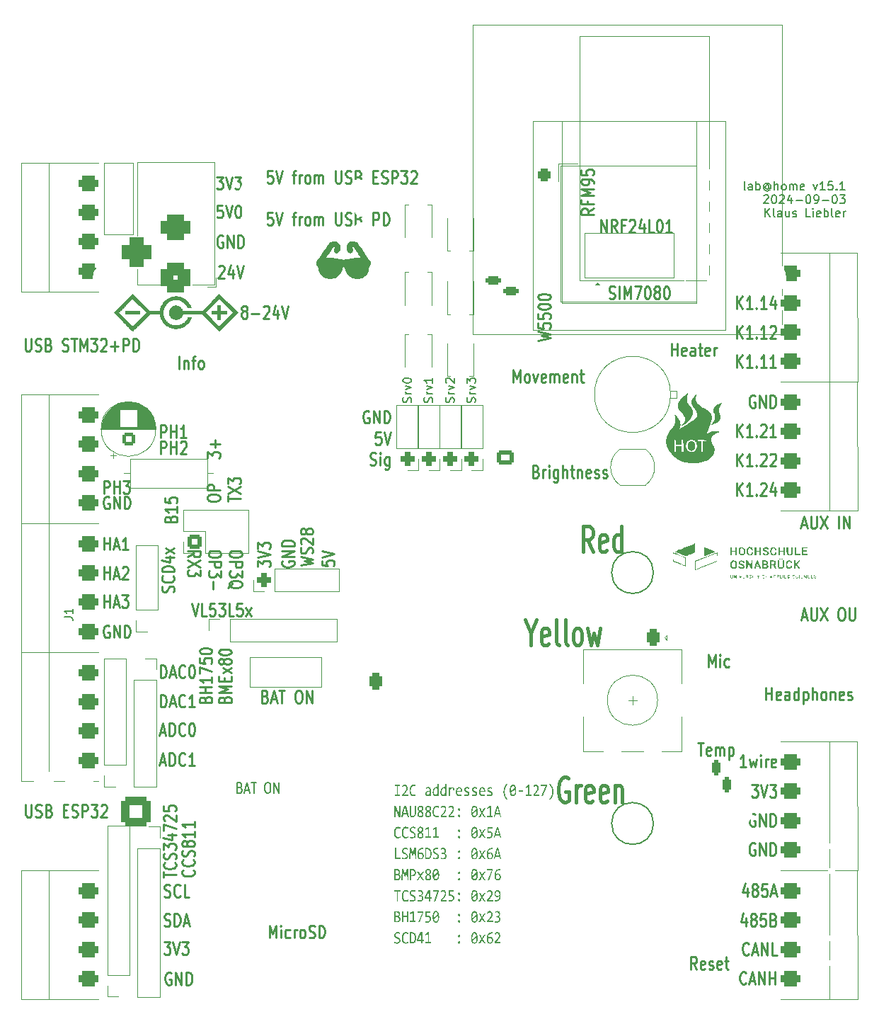
<source format=gbr>
%TF.GenerationSoftware,KiCad,Pcbnew,8.0.3*%
%TF.CreationDate,2024-09-04T21:42:17+02:00*%
%TF.ProjectId,labathome_pcb15,6c616261-7468-46f6-9d65-5f7063623135,rev?*%
%TF.SameCoordinates,Original*%
%TF.FileFunction,Legend,Top*%
%TF.FilePolarity,Positive*%
%FSLAX46Y46*%
G04 Gerber Fmt 4.6, Leading zero omitted, Abs format (unit mm)*
G04 Created by KiCad (PCBNEW 8.0.3) date 2024-09-04 21:42:17*
%MOMM*%
%LPD*%
G01*
G04 APERTURE LIST*
G04 Aperture macros list*
%AMRoundRect*
0 Rectangle with rounded corners*
0 $1 Rounding radius*
0 $2 $3 $4 $5 $6 $7 $8 $9 X,Y pos of 4 corners*
0 Add a 4 corners polygon primitive as box body*
4,1,4,$2,$3,$4,$5,$6,$7,$8,$9,$2,$3,0*
0 Add four circle primitives for the rounded corners*
1,1,$1+$1,$2,$3*
1,1,$1+$1,$4,$5*
1,1,$1+$1,$6,$7*
1,1,$1+$1,$8,$9*
0 Add four rect primitives between the rounded corners*
20,1,$1+$1,$2,$3,$4,$5,0*
20,1,$1+$1,$4,$5,$6,$7,0*
20,1,$1+$1,$6,$7,$8,$9,0*
20,1,$1+$1,$8,$9,$2,$3,0*%
G04 Aperture macros list end*
%ADD10C,0.150000*%
%ADD11C,0.250000*%
%ADD12C,0.400000*%
%ADD13C,0.200000*%
%ADD14C,0.120000*%
%ADD15C,0.000000*%
%ADD16C,0.010000*%
%ADD17R,1.700000X1.700000*%
%ADD18O,1.700000X1.700000*%
%ADD19O,1.800000X1.400000*%
%ADD20RoundRect,0.500000X0.350000X0.350000X-0.350000X0.350000X-0.350000X-0.350000X0.350000X-0.350000X0*%
%ADD21RoundRect,0.750000X-1.000000X0.750000X-1.000000X-0.750000X1.000000X-0.750000X1.000000X0.750000X0*%
%ADD22RoundRect,0.750000X-1.000000X1.000000X-1.000000X-1.000000X1.000000X-1.000000X1.000000X1.000000X0*%
%ADD23RoundRect,0.875000X-0.875000X0.875000X-0.875000X-0.875000X0.875000X-0.875000X0.875000X0.875000X0*%
%ADD24RoundRect,0.450000X-0.750000X0.450000X-0.750000X-0.450000X0.750000X-0.450000X0.750000X0.450000X0*%
%ADD25RoundRect,0.250000X0.600000X-0.600000X0.600000X0.600000X-0.600000X0.600000X-0.600000X-0.600000X0*%
%ADD26C,1.500000*%
%ADD27R,1.100000X1.800000*%
%ADD28RoundRect,0.275000X-0.275000X-0.625000X0.275000X-0.625000X0.275000X0.625000X-0.275000X0.625000X0*%
%ADD29RoundRect,0.450000X0.750000X-0.450000X0.750000X0.450000X-0.750000X0.450000X-0.750000X-0.450000X0*%
%ADD30RoundRect,0.400000X-0.400000X-0.400000X0.400000X-0.400000X0.400000X0.400000X-0.400000X0.400000X0*%
%ADD31O,1.800000X1.600000*%
%ADD32R,2.200000X3.000000*%
%ADD33R,2.200000X2.000000*%
%ADD34O,1.400000X1.800000*%
%ADD35O,1.600000X2.200000*%
%ADD36C,1.700000*%
%ADD37RoundRect,0.400000X-0.400000X-0.600000X0.400000X-0.600000X0.400000X0.600000X-0.400000X0.600000X0*%
%ADD38O,1.600000X2.000000*%
%ADD39R,1.350000X1.350000*%
%ADD40C,1.350000*%
%ADD41C,1.200000*%
%ADD42RoundRect,0.400000X-0.400000X0.600000X-0.400000X-0.600000X0.400000X-0.600000X0.400000X0.600000X0*%
%ADD43R,2.000000X3.200000*%
%ADD44C,3.400000*%
%ADD45C,1.600000*%
%ADD46O,1.600000X1.600000*%
%ADD47RoundRect,0.250000X0.550000X-0.550000X0.550000X0.550000X-0.550000X0.550000X-0.550000X-0.550000X0*%
%ADD48RoundRect,0.500000X0.350000X-0.350000X0.350000X0.350000X-0.350000X0.350000X-0.350000X-0.350000X0*%
%ADD49O,3.500000X3.500000*%
%ADD50C,3.600000*%
%ADD51C,0.900000*%
%ADD52C,1.000000*%
%ADD53C,2.000000*%
%ADD54O,1.350000X1.350000*%
%ADD55C,0.650000*%
%ADD56O,2.500000X2.000000*%
%ADD57O,3.500000X2.000000*%
%ADD58C,0.700000*%
%ADD59R,2.000000X1.905000*%
%ADD60O,2.000000X1.905000*%
%ADD61RoundRect,0.250000X0.750000X-0.600000X0.750000X0.600000X-0.750000X0.600000X-0.750000X-0.600000X0*%
%ADD62O,2.000000X1.700000*%
%ADD63C,3.200000*%
%ADD64RoundRect,0.500000X-1.250000X-1.250000X1.250000X-1.250000X1.250000X1.250000X-1.250000X1.250000X0*%
%ADD65C,3.500000*%
%ADD66R,1.800000X1.100000*%
%ADD67RoundRect,0.275000X-0.625000X0.275000X-0.625000X-0.275000X0.625000X-0.275000X0.625000X0.275000X0*%
G04 APERTURE END LIST*
D10*
X175600000Y-129000000D02*
G75*
G02*
X170600000Y-129000000I-2500000J0D01*
G01*
X170600000Y-129000000D02*
G75*
G02*
X175600000Y-129000000I2500000J0D01*
G01*
X175600000Y-99000000D02*
G75*
G02*
X170600000Y-99000000I-2500000J0D01*
G01*
X170600000Y-99000000D02*
G75*
G02*
X175600000Y-99000000I2500000J0D01*
G01*
D11*
X182200000Y-110280928D02*
X182200000Y-108780928D01*
X182200000Y-108780928D02*
X182600000Y-109852357D01*
X182600000Y-109852357D02*
X183000000Y-108780928D01*
X183000000Y-108780928D02*
X183000000Y-110280928D01*
X183571429Y-110280928D02*
X183571429Y-109280928D01*
X183571429Y-108780928D02*
X183514286Y-108852357D01*
X183514286Y-108852357D02*
X183571429Y-108923785D01*
X183571429Y-108923785D02*
X183628572Y-108852357D01*
X183628572Y-108852357D02*
X183571429Y-108780928D01*
X183571429Y-108780928D02*
X183571429Y-108923785D01*
X184657144Y-110209500D02*
X184542858Y-110280928D01*
X184542858Y-110280928D02*
X184314286Y-110280928D01*
X184314286Y-110280928D02*
X184200001Y-110209500D01*
X184200001Y-110209500D02*
X184142858Y-110138071D01*
X184142858Y-110138071D02*
X184085715Y-109995214D01*
X184085715Y-109995214D02*
X184085715Y-109566642D01*
X184085715Y-109566642D02*
X184142858Y-109423785D01*
X184142858Y-109423785D02*
X184200001Y-109352357D01*
X184200001Y-109352357D02*
X184314286Y-109280928D01*
X184314286Y-109280928D02*
X184542858Y-109280928D01*
X184542858Y-109280928D02*
X184657144Y-109352357D01*
X116593044Y-118052357D02*
X117164473Y-118052357D01*
X116478758Y-118480928D02*
X116878758Y-116980928D01*
X116878758Y-116980928D02*
X117278758Y-118480928D01*
X117678758Y-118480928D02*
X117678758Y-116980928D01*
X117678758Y-116980928D02*
X117964472Y-116980928D01*
X117964472Y-116980928D02*
X118135901Y-117052357D01*
X118135901Y-117052357D02*
X118250186Y-117195214D01*
X118250186Y-117195214D02*
X118307329Y-117338071D01*
X118307329Y-117338071D02*
X118364472Y-117623785D01*
X118364472Y-117623785D02*
X118364472Y-117838071D01*
X118364472Y-117838071D02*
X118307329Y-118123785D01*
X118307329Y-118123785D02*
X118250186Y-118266642D01*
X118250186Y-118266642D02*
X118135901Y-118409500D01*
X118135901Y-118409500D02*
X117964472Y-118480928D01*
X117964472Y-118480928D02*
X117678758Y-118480928D01*
X119564472Y-118338071D02*
X119507329Y-118409500D01*
X119507329Y-118409500D02*
X119335901Y-118480928D01*
X119335901Y-118480928D02*
X119221615Y-118480928D01*
X119221615Y-118480928D02*
X119050186Y-118409500D01*
X119050186Y-118409500D02*
X118935901Y-118266642D01*
X118935901Y-118266642D02*
X118878758Y-118123785D01*
X118878758Y-118123785D02*
X118821615Y-117838071D01*
X118821615Y-117838071D02*
X118821615Y-117623785D01*
X118821615Y-117623785D02*
X118878758Y-117338071D01*
X118878758Y-117338071D02*
X118935901Y-117195214D01*
X118935901Y-117195214D02*
X119050186Y-117052357D01*
X119050186Y-117052357D02*
X119221615Y-116980928D01*
X119221615Y-116980928D02*
X119335901Y-116980928D01*
X119335901Y-116980928D02*
X119507329Y-117052357D01*
X119507329Y-117052357D02*
X119564472Y-117123785D01*
X120307329Y-116980928D02*
X120421615Y-116980928D01*
X120421615Y-116980928D02*
X120535901Y-117052357D01*
X120535901Y-117052357D02*
X120593044Y-117123785D01*
X120593044Y-117123785D02*
X120650186Y-117266642D01*
X120650186Y-117266642D02*
X120707329Y-117552357D01*
X120707329Y-117552357D02*
X120707329Y-117909500D01*
X120707329Y-117909500D02*
X120650186Y-118195214D01*
X120650186Y-118195214D02*
X120593044Y-118338071D01*
X120593044Y-118338071D02*
X120535901Y-118409500D01*
X120535901Y-118409500D02*
X120421615Y-118480928D01*
X120421615Y-118480928D02*
X120307329Y-118480928D01*
X120307329Y-118480928D02*
X120193044Y-118409500D01*
X120193044Y-118409500D02*
X120135901Y-118338071D01*
X120135901Y-118338071D02*
X120078758Y-118195214D01*
X120078758Y-118195214D02*
X120021615Y-117909500D01*
X120021615Y-117909500D02*
X120021615Y-117552357D01*
X120021615Y-117552357D02*
X120078758Y-117266642D01*
X120078758Y-117266642D02*
X120135901Y-117123785D01*
X120135901Y-117123785D02*
X120193044Y-117052357D01*
X120193044Y-117052357D02*
X120307329Y-116980928D01*
X130021615Y-55980928D02*
X129450187Y-55980928D01*
X129450187Y-55980928D02*
X129393044Y-56695214D01*
X129393044Y-56695214D02*
X129450187Y-56623785D01*
X129450187Y-56623785D02*
X129564473Y-56552357D01*
X129564473Y-56552357D02*
X129850187Y-56552357D01*
X129850187Y-56552357D02*
X129964473Y-56623785D01*
X129964473Y-56623785D02*
X130021615Y-56695214D01*
X130021615Y-56695214D02*
X130078758Y-56838071D01*
X130078758Y-56838071D02*
X130078758Y-57195214D01*
X130078758Y-57195214D02*
X130021615Y-57338071D01*
X130021615Y-57338071D02*
X129964473Y-57409500D01*
X129964473Y-57409500D02*
X129850187Y-57480928D01*
X129850187Y-57480928D02*
X129564473Y-57480928D01*
X129564473Y-57480928D02*
X129450187Y-57409500D01*
X129450187Y-57409500D02*
X129393044Y-57338071D01*
X130421615Y-55980928D02*
X130821615Y-57480928D01*
X130821615Y-57480928D02*
X131221615Y-55980928D01*
X132364472Y-56480928D02*
X132821615Y-56480928D01*
X132535901Y-57480928D02*
X132535901Y-56195214D01*
X132535901Y-56195214D02*
X132593044Y-56052357D01*
X132593044Y-56052357D02*
X132707329Y-55980928D01*
X132707329Y-55980928D02*
X132821615Y-55980928D01*
X133221615Y-57480928D02*
X133221615Y-56480928D01*
X133221615Y-56766642D02*
X133278758Y-56623785D01*
X133278758Y-56623785D02*
X133335901Y-56552357D01*
X133335901Y-56552357D02*
X133450186Y-56480928D01*
X133450186Y-56480928D02*
X133564472Y-56480928D01*
X134135900Y-57480928D02*
X134021615Y-57409500D01*
X134021615Y-57409500D02*
X133964472Y-57338071D01*
X133964472Y-57338071D02*
X133907329Y-57195214D01*
X133907329Y-57195214D02*
X133907329Y-56766642D01*
X133907329Y-56766642D02*
X133964472Y-56623785D01*
X133964472Y-56623785D02*
X134021615Y-56552357D01*
X134021615Y-56552357D02*
X134135900Y-56480928D01*
X134135900Y-56480928D02*
X134307329Y-56480928D01*
X134307329Y-56480928D02*
X134421615Y-56552357D01*
X134421615Y-56552357D02*
X134478758Y-56623785D01*
X134478758Y-56623785D02*
X134535900Y-56766642D01*
X134535900Y-56766642D02*
X134535900Y-57195214D01*
X134535900Y-57195214D02*
X134478758Y-57338071D01*
X134478758Y-57338071D02*
X134421615Y-57409500D01*
X134421615Y-57409500D02*
X134307329Y-57480928D01*
X134307329Y-57480928D02*
X134135900Y-57480928D01*
X135050186Y-57480928D02*
X135050186Y-56480928D01*
X135050186Y-56623785D02*
X135107329Y-56552357D01*
X135107329Y-56552357D02*
X135221614Y-56480928D01*
X135221614Y-56480928D02*
X135393043Y-56480928D01*
X135393043Y-56480928D02*
X135507329Y-56552357D01*
X135507329Y-56552357D02*
X135564472Y-56695214D01*
X135564472Y-56695214D02*
X135564472Y-57480928D01*
X135564472Y-56695214D02*
X135621614Y-56552357D01*
X135621614Y-56552357D02*
X135735900Y-56480928D01*
X135735900Y-56480928D02*
X135907329Y-56480928D01*
X135907329Y-56480928D02*
X136021614Y-56552357D01*
X136021614Y-56552357D02*
X136078757Y-56695214D01*
X136078757Y-56695214D02*
X136078757Y-57480928D01*
X137564472Y-55980928D02*
X137564472Y-57195214D01*
X137564472Y-57195214D02*
X137621615Y-57338071D01*
X137621615Y-57338071D02*
X137678758Y-57409500D01*
X137678758Y-57409500D02*
X137793043Y-57480928D01*
X137793043Y-57480928D02*
X138021615Y-57480928D01*
X138021615Y-57480928D02*
X138135900Y-57409500D01*
X138135900Y-57409500D02*
X138193043Y-57338071D01*
X138193043Y-57338071D02*
X138250186Y-57195214D01*
X138250186Y-57195214D02*
X138250186Y-55980928D01*
X138764472Y-57409500D02*
X138935901Y-57480928D01*
X138935901Y-57480928D02*
X139221615Y-57480928D01*
X139221615Y-57480928D02*
X139335901Y-57409500D01*
X139335901Y-57409500D02*
X139393043Y-57338071D01*
X139393043Y-57338071D02*
X139450186Y-57195214D01*
X139450186Y-57195214D02*
X139450186Y-57052357D01*
X139450186Y-57052357D02*
X139393043Y-56909500D01*
X139393043Y-56909500D02*
X139335901Y-56838071D01*
X139335901Y-56838071D02*
X139221615Y-56766642D01*
X139221615Y-56766642D02*
X138993043Y-56695214D01*
X138993043Y-56695214D02*
X138878758Y-56623785D01*
X138878758Y-56623785D02*
X138821615Y-56552357D01*
X138821615Y-56552357D02*
X138764472Y-56409500D01*
X138764472Y-56409500D02*
X138764472Y-56266642D01*
X138764472Y-56266642D02*
X138821615Y-56123785D01*
X138821615Y-56123785D02*
X138878758Y-56052357D01*
X138878758Y-56052357D02*
X138993043Y-55980928D01*
X138993043Y-55980928D02*
X139278758Y-55980928D01*
X139278758Y-55980928D02*
X139450186Y-56052357D01*
X140364472Y-56695214D02*
X140535900Y-56766642D01*
X140535900Y-56766642D02*
X140593043Y-56838071D01*
X140593043Y-56838071D02*
X140650186Y-56980928D01*
X140650186Y-56980928D02*
X140650186Y-57195214D01*
X140650186Y-57195214D02*
X140593043Y-57338071D01*
X140593043Y-57338071D02*
X140535900Y-57409500D01*
X140535900Y-57409500D02*
X140421615Y-57480928D01*
X140421615Y-57480928D02*
X139964472Y-57480928D01*
X139964472Y-57480928D02*
X139964472Y-55980928D01*
X139964472Y-55980928D02*
X140364472Y-55980928D01*
X140364472Y-55980928D02*
X140478758Y-56052357D01*
X140478758Y-56052357D02*
X140535900Y-56123785D01*
X140535900Y-56123785D02*
X140593043Y-56266642D01*
X140593043Y-56266642D02*
X140593043Y-56409500D01*
X140593043Y-56409500D02*
X140535900Y-56552357D01*
X140535900Y-56552357D02*
X140478758Y-56623785D01*
X140478758Y-56623785D02*
X140364472Y-56695214D01*
X140364472Y-56695214D02*
X139964472Y-56695214D01*
X142078758Y-57480928D02*
X142078758Y-55980928D01*
X142078758Y-55980928D02*
X142535901Y-55980928D01*
X142535901Y-55980928D02*
X142650186Y-56052357D01*
X142650186Y-56052357D02*
X142707329Y-56123785D01*
X142707329Y-56123785D02*
X142764472Y-56266642D01*
X142764472Y-56266642D02*
X142764472Y-56480928D01*
X142764472Y-56480928D02*
X142707329Y-56623785D01*
X142707329Y-56623785D02*
X142650186Y-56695214D01*
X142650186Y-56695214D02*
X142535901Y-56766642D01*
X142535901Y-56766642D02*
X142078758Y-56766642D01*
X143278758Y-57480928D02*
X143278758Y-55980928D01*
X143278758Y-55980928D02*
X143564472Y-55980928D01*
X143564472Y-55980928D02*
X143735901Y-56052357D01*
X143735901Y-56052357D02*
X143850186Y-56195214D01*
X143850186Y-56195214D02*
X143907329Y-56338071D01*
X143907329Y-56338071D02*
X143964472Y-56623785D01*
X143964472Y-56623785D02*
X143964472Y-56838071D01*
X143964472Y-56838071D02*
X143907329Y-57123785D01*
X143907329Y-57123785D02*
X143850186Y-57266642D01*
X143850186Y-57266642D02*
X143735901Y-57409500D01*
X143735901Y-57409500D02*
X143564472Y-57480928D01*
X143564472Y-57480928D02*
X143278758Y-57480928D01*
X185571241Y-67480928D02*
X185571241Y-65980928D01*
X186256955Y-67480928D02*
X185742669Y-66623785D01*
X186256955Y-65980928D02*
X185571241Y-66838071D01*
X187399812Y-67480928D02*
X186714098Y-67480928D01*
X187056955Y-67480928D02*
X187056955Y-65980928D01*
X187056955Y-65980928D02*
X186942669Y-66195214D01*
X186942669Y-66195214D02*
X186828384Y-66338071D01*
X186828384Y-66338071D02*
X186714098Y-66409500D01*
X187914098Y-67338071D02*
X187971241Y-67409500D01*
X187971241Y-67409500D02*
X187914098Y-67480928D01*
X187914098Y-67480928D02*
X187856955Y-67409500D01*
X187856955Y-67409500D02*
X187914098Y-67338071D01*
X187914098Y-67338071D02*
X187914098Y-67480928D01*
X189114098Y-67480928D02*
X188428384Y-67480928D01*
X188771241Y-67480928D02*
X188771241Y-65980928D01*
X188771241Y-65980928D02*
X188656955Y-66195214D01*
X188656955Y-66195214D02*
X188542670Y-66338071D01*
X188542670Y-66338071D02*
X188428384Y-66409500D01*
X190142670Y-66480928D02*
X190142670Y-67480928D01*
X189856955Y-65909500D02*
X189571241Y-66980928D01*
X189571241Y-66980928D02*
X190314098Y-66980928D01*
X158850187Y-76280928D02*
X158850187Y-74780928D01*
X158850187Y-74780928D02*
X159250187Y-75852357D01*
X159250187Y-75852357D02*
X159650187Y-74780928D01*
X159650187Y-74780928D02*
X159650187Y-76280928D01*
X160393044Y-76280928D02*
X160278759Y-76209500D01*
X160278759Y-76209500D02*
X160221616Y-76138071D01*
X160221616Y-76138071D02*
X160164473Y-75995214D01*
X160164473Y-75995214D02*
X160164473Y-75566642D01*
X160164473Y-75566642D02*
X160221616Y-75423785D01*
X160221616Y-75423785D02*
X160278759Y-75352357D01*
X160278759Y-75352357D02*
X160393044Y-75280928D01*
X160393044Y-75280928D02*
X160564473Y-75280928D01*
X160564473Y-75280928D02*
X160678759Y-75352357D01*
X160678759Y-75352357D02*
X160735902Y-75423785D01*
X160735902Y-75423785D02*
X160793044Y-75566642D01*
X160793044Y-75566642D02*
X160793044Y-75995214D01*
X160793044Y-75995214D02*
X160735902Y-76138071D01*
X160735902Y-76138071D02*
X160678759Y-76209500D01*
X160678759Y-76209500D02*
X160564473Y-76280928D01*
X160564473Y-76280928D02*
X160393044Y-76280928D01*
X161193044Y-75280928D02*
X161478758Y-76280928D01*
X161478758Y-76280928D02*
X161764473Y-75280928D01*
X162678759Y-76209500D02*
X162564473Y-76280928D01*
X162564473Y-76280928D02*
X162335902Y-76280928D01*
X162335902Y-76280928D02*
X162221616Y-76209500D01*
X162221616Y-76209500D02*
X162164473Y-76066642D01*
X162164473Y-76066642D02*
X162164473Y-75495214D01*
X162164473Y-75495214D02*
X162221616Y-75352357D01*
X162221616Y-75352357D02*
X162335902Y-75280928D01*
X162335902Y-75280928D02*
X162564473Y-75280928D01*
X162564473Y-75280928D02*
X162678759Y-75352357D01*
X162678759Y-75352357D02*
X162735902Y-75495214D01*
X162735902Y-75495214D02*
X162735902Y-75638071D01*
X162735902Y-75638071D02*
X162164473Y-75780928D01*
X163250187Y-76280928D02*
X163250187Y-75280928D01*
X163250187Y-75423785D02*
X163307330Y-75352357D01*
X163307330Y-75352357D02*
X163421615Y-75280928D01*
X163421615Y-75280928D02*
X163593044Y-75280928D01*
X163593044Y-75280928D02*
X163707330Y-75352357D01*
X163707330Y-75352357D02*
X163764473Y-75495214D01*
X163764473Y-75495214D02*
X163764473Y-76280928D01*
X163764473Y-75495214D02*
X163821615Y-75352357D01*
X163821615Y-75352357D02*
X163935901Y-75280928D01*
X163935901Y-75280928D02*
X164107330Y-75280928D01*
X164107330Y-75280928D02*
X164221615Y-75352357D01*
X164221615Y-75352357D02*
X164278758Y-75495214D01*
X164278758Y-75495214D02*
X164278758Y-76280928D01*
X165307330Y-76209500D02*
X165193044Y-76280928D01*
X165193044Y-76280928D02*
X164964473Y-76280928D01*
X164964473Y-76280928D02*
X164850187Y-76209500D01*
X164850187Y-76209500D02*
X164793044Y-76066642D01*
X164793044Y-76066642D02*
X164793044Y-75495214D01*
X164793044Y-75495214D02*
X164850187Y-75352357D01*
X164850187Y-75352357D02*
X164964473Y-75280928D01*
X164964473Y-75280928D02*
X165193044Y-75280928D01*
X165193044Y-75280928D02*
X165307330Y-75352357D01*
X165307330Y-75352357D02*
X165364473Y-75495214D01*
X165364473Y-75495214D02*
X165364473Y-75638071D01*
X165364473Y-75638071D02*
X164793044Y-75780928D01*
X165878758Y-75280928D02*
X165878758Y-76280928D01*
X165878758Y-75423785D02*
X165935901Y-75352357D01*
X165935901Y-75352357D02*
X166050186Y-75280928D01*
X166050186Y-75280928D02*
X166221615Y-75280928D01*
X166221615Y-75280928D02*
X166335901Y-75352357D01*
X166335901Y-75352357D02*
X166393044Y-75495214D01*
X166393044Y-75495214D02*
X166393044Y-76280928D01*
X166793043Y-75280928D02*
X167250186Y-75280928D01*
X166964472Y-74780928D02*
X166964472Y-76066642D01*
X166964472Y-76066642D02*
X167021615Y-76209500D01*
X167021615Y-76209500D02*
X167135900Y-76280928D01*
X167135900Y-76280928D02*
X167250186Y-76280928D01*
X129150187Y-113795214D02*
X129321615Y-113866642D01*
X129321615Y-113866642D02*
X129378758Y-113938071D01*
X129378758Y-113938071D02*
X129435901Y-114080928D01*
X129435901Y-114080928D02*
X129435901Y-114295214D01*
X129435901Y-114295214D02*
X129378758Y-114438071D01*
X129378758Y-114438071D02*
X129321615Y-114509500D01*
X129321615Y-114509500D02*
X129207330Y-114580928D01*
X129207330Y-114580928D02*
X128750187Y-114580928D01*
X128750187Y-114580928D02*
X128750187Y-113080928D01*
X128750187Y-113080928D02*
X129150187Y-113080928D01*
X129150187Y-113080928D02*
X129264473Y-113152357D01*
X129264473Y-113152357D02*
X129321615Y-113223785D01*
X129321615Y-113223785D02*
X129378758Y-113366642D01*
X129378758Y-113366642D02*
X129378758Y-113509500D01*
X129378758Y-113509500D02*
X129321615Y-113652357D01*
X129321615Y-113652357D02*
X129264473Y-113723785D01*
X129264473Y-113723785D02*
X129150187Y-113795214D01*
X129150187Y-113795214D02*
X128750187Y-113795214D01*
X129893044Y-114152357D02*
X130464473Y-114152357D01*
X129778758Y-114580928D02*
X130178758Y-113080928D01*
X130178758Y-113080928D02*
X130578758Y-114580928D01*
X130807329Y-113080928D02*
X131493044Y-113080928D01*
X131150186Y-114580928D02*
X131150186Y-113080928D01*
X133035901Y-113080928D02*
X133264473Y-113080928D01*
X133264473Y-113080928D02*
X133378758Y-113152357D01*
X133378758Y-113152357D02*
X133493044Y-113295214D01*
X133493044Y-113295214D02*
X133550187Y-113580928D01*
X133550187Y-113580928D02*
X133550187Y-114080928D01*
X133550187Y-114080928D02*
X133493044Y-114366642D01*
X133493044Y-114366642D02*
X133378758Y-114509500D01*
X133378758Y-114509500D02*
X133264473Y-114580928D01*
X133264473Y-114580928D02*
X133035901Y-114580928D01*
X133035901Y-114580928D02*
X132921616Y-114509500D01*
X132921616Y-114509500D02*
X132807330Y-114366642D01*
X132807330Y-114366642D02*
X132750187Y-114080928D01*
X132750187Y-114080928D02*
X132750187Y-113580928D01*
X132750187Y-113580928D02*
X132807330Y-113295214D01*
X132807330Y-113295214D02*
X132921616Y-113152357D01*
X132921616Y-113152357D02*
X133035901Y-113080928D01*
X134064473Y-114580928D02*
X134064473Y-113080928D01*
X134064473Y-113080928D02*
X134750187Y-114580928D01*
X134750187Y-114580928D02*
X134750187Y-113080928D01*
X117093044Y-141209500D02*
X117264473Y-141280928D01*
X117264473Y-141280928D02*
X117550187Y-141280928D01*
X117550187Y-141280928D02*
X117664473Y-141209500D01*
X117664473Y-141209500D02*
X117721615Y-141138071D01*
X117721615Y-141138071D02*
X117778758Y-140995214D01*
X117778758Y-140995214D02*
X117778758Y-140852357D01*
X117778758Y-140852357D02*
X117721615Y-140709500D01*
X117721615Y-140709500D02*
X117664473Y-140638071D01*
X117664473Y-140638071D02*
X117550187Y-140566642D01*
X117550187Y-140566642D02*
X117321615Y-140495214D01*
X117321615Y-140495214D02*
X117207330Y-140423785D01*
X117207330Y-140423785D02*
X117150187Y-140352357D01*
X117150187Y-140352357D02*
X117093044Y-140209500D01*
X117093044Y-140209500D02*
X117093044Y-140066642D01*
X117093044Y-140066642D02*
X117150187Y-139923785D01*
X117150187Y-139923785D02*
X117207330Y-139852357D01*
X117207330Y-139852357D02*
X117321615Y-139780928D01*
X117321615Y-139780928D02*
X117607330Y-139780928D01*
X117607330Y-139780928D02*
X117778758Y-139852357D01*
X118293044Y-141280928D02*
X118293044Y-139780928D01*
X118293044Y-139780928D02*
X118578758Y-139780928D01*
X118578758Y-139780928D02*
X118750187Y-139852357D01*
X118750187Y-139852357D02*
X118864472Y-139995214D01*
X118864472Y-139995214D02*
X118921615Y-140138071D01*
X118921615Y-140138071D02*
X118978758Y-140423785D01*
X118978758Y-140423785D02*
X118978758Y-140638071D01*
X118978758Y-140638071D02*
X118921615Y-140923785D01*
X118921615Y-140923785D02*
X118864472Y-141066642D01*
X118864472Y-141066642D02*
X118750187Y-141209500D01*
X118750187Y-141209500D02*
X118578758Y-141280928D01*
X118578758Y-141280928D02*
X118293044Y-141280928D01*
X119435901Y-140852357D02*
X120007330Y-140852357D01*
X119321615Y-141280928D02*
X119721615Y-139780928D01*
X119721615Y-139780928D02*
X120121615Y-141280928D01*
X123593044Y-62423785D02*
X123650187Y-62352357D01*
X123650187Y-62352357D02*
X123764473Y-62280928D01*
X123764473Y-62280928D02*
X124050187Y-62280928D01*
X124050187Y-62280928D02*
X124164473Y-62352357D01*
X124164473Y-62352357D02*
X124221615Y-62423785D01*
X124221615Y-62423785D02*
X124278758Y-62566642D01*
X124278758Y-62566642D02*
X124278758Y-62709500D01*
X124278758Y-62709500D02*
X124221615Y-62923785D01*
X124221615Y-62923785D02*
X123535901Y-63780928D01*
X123535901Y-63780928D02*
X124278758Y-63780928D01*
X125307330Y-62780928D02*
X125307330Y-63780928D01*
X125021615Y-62209500D02*
X124735901Y-63280928D01*
X124735901Y-63280928D02*
X125478758Y-63280928D01*
X125764472Y-62280928D02*
X126164472Y-63780928D01*
X126164472Y-63780928D02*
X126564472Y-62280928D01*
X116650187Y-111580928D02*
X116650187Y-110080928D01*
X116650187Y-110080928D02*
X116935901Y-110080928D01*
X116935901Y-110080928D02*
X117107330Y-110152357D01*
X117107330Y-110152357D02*
X117221615Y-110295214D01*
X117221615Y-110295214D02*
X117278758Y-110438071D01*
X117278758Y-110438071D02*
X117335901Y-110723785D01*
X117335901Y-110723785D02*
X117335901Y-110938071D01*
X117335901Y-110938071D02*
X117278758Y-111223785D01*
X117278758Y-111223785D02*
X117221615Y-111366642D01*
X117221615Y-111366642D02*
X117107330Y-111509500D01*
X117107330Y-111509500D02*
X116935901Y-111580928D01*
X116935901Y-111580928D02*
X116650187Y-111580928D01*
X117793044Y-111152357D02*
X118364473Y-111152357D01*
X117678758Y-111580928D02*
X118078758Y-110080928D01*
X118078758Y-110080928D02*
X118478758Y-111580928D01*
X119564472Y-111438071D02*
X119507329Y-111509500D01*
X119507329Y-111509500D02*
X119335901Y-111580928D01*
X119335901Y-111580928D02*
X119221615Y-111580928D01*
X119221615Y-111580928D02*
X119050186Y-111509500D01*
X119050186Y-111509500D02*
X118935901Y-111366642D01*
X118935901Y-111366642D02*
X118878758Y-111223785D01*
X118878758Y-111223785D02*
X118821615Y-110938071D01*
X118821615Y-110938071D02*
X118821615Y-110723785D01*
X118821615Y-110723785D02*
X118878758Y-110438071D01*
X118878758Y-110438071D02*
X118935901Y-110295214D01*
X118935901Y-110295214D02*
X119050186Y-110152357D01*
X119050186Y-110152357D02*
X119221615Y-110080928D01*
X119221615Y-110080928D02*
X119335901Y-110080928D01*
X119335901Y-110080928D02*
X119507329Y-110152357D01*
X119507329Y-110152357D02*
X119564472Y-110223785D01*
X120307329Y-110080928D02*
X120421615Y-110080928D01*
X120421615Y-110080928D02*
X120535901Y-110152357D01*
X120535901Y-110152357D02*
X120593044Y-110223785D01*
X120593044Y-110223785D02*
X120650186Y-110366642D01*
X120650186Y-110366642D02*
X120707329Y-110652357D01*
X120707329Y-110652357D02*
X120707329Y-111009500D01*
X120707329Y-111009500D02*
X120650186Y-111295214D01*
X120650186Y-111295214D02*
X120593044Y-111438071D01*
X120593044Y-111438071D02*
X120535901Y-111509500D01*
X120535901Y-111509500D02*
X120421615Y-111580928D01*
X120421615Y-111580928D02*
X120307329Y-111580928D01*
X120307329Y-111580928D02*
X120193044Y-111509500D01*
X120193044Y-111509500D02*
X120135901Y-111438071D01*
X120135901Y-111438071D02*
X120078758Y-111295214D01*
X120078758Y-111295214D02*
X120021615Y-111009500D01*
X120021615Y-111009500D02*
X120021615Y-110652357D01*
X120021615Y-110652357D02*
X120078758Y-110366642D01*
X120078758Y-110366642D02*
X120135901Y-110223785D01*
X120135901Y-110223785D02*
X120193044Y-110152357D01*
X120193044Y-110152357D02*
X120307329Y-110080928D01*
X109850187Y-99780928D02*
X109850187Y-98280928D01*
X109850187Y-98995214D02*
X110535901Y-98995214D01*
X110535901Y-99780928D02*
X110535901Y-98280928D01*
X111050187Y-99352357D02*
X111621616Y-99352357D01*
X110935901Y-99780928D02*
X111335901Y-98280928D01*
X111335901Y-98280928D02*
X111735901Y-99780928D01*
X112078758Y-98423785D02*
X112135901Y-98352357D01*
X112135901Y-98352357D02*
X112250187Y-98280928D01*
X112250187Y-98280928D02*
X112535901Y-98280928D01*
X112535901Y-98280928D02*
X112650187Y-98352357D01*
X112650187Y-98352357D02*
X112707329Y-98423785D01*
X112707329Y-98423785D02*
X112764472Y-98566642D01*
X112764472Y-98566642D02*
X112764472Y-98709500D01*
X112764472Y-98709500D02*
X112707329Y-98923785D01*
X112707329Y-98923785D02*
X112021615Y-99780928D01*
X112021615Y-99780928D02*
X112764472Y-99780928D01*
X168480928Y-55478758D02*
X167766642Y-55878758D01*
X168480928Y-56164472D02*
X166980928Y-56164472D01*
X166980928Y-56164472D02*
X166980928Y-55707329D01*
X166980928Y-55707329D02*
X167052357Y-55593044D01*
X167052357Y-55593044D02*
X167123785Y-55535901D01*
X167123785Y-55535901D02*
X167266642Y-55478758D01*
X167266642Y-55478758D02*
X167480928Y-55478758D01*
X167480928Y-55478758D02*
X167623785Y-55535901D01*
X167623785Y-55535901D02*
X167695214Y-55593044D01*
X167695214Y-55593044D02*
X167766642Y-55707329D01*
X167766642Y-55707329D02*
X167766642Y-56164472D01*
X167695214Y-54564472D02*
X167695214Y-54964472D01*
X168480928Y-54964472D02*
X166980928Y-54964472D01*
X166980928Y-54964472D02*
X166980928Y-54393044D01*
X168480928Y-53935901D02*
X166980928Y-53935901D01*
X166980928Y-53935901D02*
X168052357Y-53535901D01*
X168052357Y-53535901D02*
X166980928Y-53135901D01*
X166980928Y-53135901D02*
X168480928Y-53135901D01*
X168480928Y-52507329D02*
X168480928Y-52278758D01*
X168480928Y-52278758D02*
X168409500Y-52164472D01*
X168409500Y-52164472D02*
X168338071Y-52107329D01*
X168338071Y-52107329D02*
X168123785Y-51993044D01*
X168123785Y-51993044D02*
X167838071Y-51935901D01*
X167838071Y-51935901D02*
X167266642Y-51935901D01*
X167266642Y-51935901D02*
X167123785Y-51993044D01*
X167123785Y-51993044D02*
X167052357Y-52050187D01*
X167052357Y-52050187D02*
X166980928Y-52164472D01*
X166980928Y-52164472D02*
X166980928Y-52393044D01*
X166980928Y-52393044D02*
X167052357Y-52507329D01*
X167052357Y-52507329D02*
X167123785Y-52564472D01*
X167123785Y-52564472D02*
X167266642Y-52621615D01*
X167266642Y-52621615D02*
X167623785Y-52621615D01*
X167623785Y-52621615D02*
X167766642Y-52564472D01*
X167766642Y-52564472D02*
X167838071Y-52507329D01*
X167838071Y-52507329D02*
X167909500Y-52393044D01*
X167909500Y-52393044D02*
X167909500Y-52164472D01*
X167909500Y-52164472D02*
X167838071Y-52050187D01*
X167838071Y-52050187D02*
X167766642Y-51993044D01*
X167766642Y-51993044D02*
X167623785Y-51935901D01*
X166980928Y-50850187D02*
X166980928Y-51421615D01*
X166980928Y-51421615D02*
X167695214Y-51478758D01*
X167695214Y-51478758D02*
X167623785Y-51421615D01*
X167623785Y-51421615D02*
X167552357Y-51307330D01*
X167552357Y-51307330D02*
X167552357Y-51021615D01*
X167552357Y-51021615D02*
X167623785Y-50907330D01*
X167623785Y-50907330D02*
X167695214Y-50850187D01*
X167695214Y-50850187D02*
X167838071Y-50793044D01*
X167838071Y-50793044D02*
X168195214Y-50793044D01*
X168195214Y-50793044D02*
X168338071Y-50850187D01*
X168338071Y-50850187D02*
X168409500Y-50907330D01*
X168409500Y-50907330D02*
X168480928Y-51021615D01*
X168480928Y-51021615D02*
X168480928Y-51307330D01*
X168480928Y-51307330D02*
X168409500Y-51421615D01*
X168409500Y-51421615D02*
X168338071Y-51478758D01*
X130021615Y-50980928D02*
X129450187Y-50980928D01*
X129450187Y-50980928D02*
X129393044Y-51695214D01*
X129393044Y-51695214D02*
X129450187Y-51623785D01*
X129450187Y-51623785D02*
X129564473Y-51552357D01*
X129564473Y-51552357D02*
X129850187Y-51552357D01*
X129850187Y-51552357D02*
X129964473Y-51623785D01*
X129964473Y-51623785D02*
X130021615Y-51695214D01*
X130021615Y-51695214D02*
X130078758Y-51838071D01*
X130078758Y-51838071D02*
X130078758Y-52195214D01*
X130078758Y-52195214D02*
X130021615Y-52338071D01*
X130021615Y-52338071D02*
X129964473Y-52409500D01*
X129964473Y-52409500D02*
X129850187Y-52480928D01*
X129850187Y-52480928D02*
X129564473Y-52480928D01*
X129564473Y-52480928D02*
X129450187Y-52409500D01*
X129450187Y-52409500D02*
X129393044Y-52338071D01*
X130421615Y-50980928D02*
X130821615Y-52480928D01*
X130821615Y-52480928D02*
X131221615Y-50980928D01*
X132364472Y-51480928D02*
X132821615Y-51480928D01*
X132535901Y-52480928D02*
X132535901Y-51195214D01*
X132535901Y-51195214D02*
X132593044Y-51052357D01*
X132593044Y-51052357D02*
X132707329Y-50980928D01*
X132707329Y-50980928D02*
X132821615Y-50980928D01*
X133221615Y-52480928D02*
X133221615Y-51480928D01*
X133221615Y-51766642D02*
X133278758Y-51623785D01*
X133278758Y-51623785D02*
X133335901Y-51552357D01*
X133335901Y-51552357D02*
X133450186Y-51480928D01*
X133450186Y-51480928D02*
X133564472Y-51480928D01*
X134135900Y-52480928D02*
X134021615Y-52409500D01*
X134021615Y-52409500D02*
X133964472Y-52338071D01*
X133964472Y-52338071D02*
X133907329Y-52195214D01*
X133907329Y-52195214D02*
X133907329Y-51766642D01*
X133907329Y-51766642D02*
X133964472Y-51623785D01*
X133964472Y-51623785D02*
X134021615Y-51552357D01*
X134021615Y-51552357D02*
X134135900Y-51480928D01*
X134135900Y-51480928D02*
X134307329Y-51480928D01*
X134307329Y-51480928D02*
X134421615Y-51552357D01*
X134421615Y-51552357D02*
X134478758Y-51623785D01*
X134478758Y-51623785D02*
X134535900Y-51766642D01*
X134535900Y-51766642D02*
X134535900Y-52195214D01*
X134535900Y-52195214D02*
X134478758Y-52338071D01*
X134478758Y-52338071D02*
X134421615Y-52409500D01*
X134421615Y-52409500D02*
X134307329Y-52480928D01*
X134307329Y-52480928D02*
X134135900Y-52480928D01*
X135050186Y-52480928D02*
X135050186Y-51480928D01*
X135050186Y-51623785D02*
X135107329Y-51552357D01*
X135107329Y-51552357D02*
X135221614Y-51480928D01*
X135221614Y-51480928D02*
X135393043Y-51480928D01*
X135393043Y-51480928D02*
X135507329Y-51552357D01*
X135507329Y-51552357D02*
X135564472Y-51695214D01*
X135564472Y-51695214D02*
X135564472Y-52480928D01*
X135564472Y-51695214D02*
X135621614Y-51552357D01*
X135621614Y-51552357D02*
X135735900Y-51480928D01*
X135735900Y-51480928D02*
X135907329Y-51480928D01*
X135907329Y-51480928D02*
X136021614Y-51552357D01*
X136021614Y-51552357D02*
X136078757Y-51695214D01*
X136078757Y-51695214D02*
X136078757Y-52480928D01*
X137564472Y-50980928D02*
X137564472Y-52195214D01*
X137564472Y-52195214D02*
X137621615Y-52338071D01*
X137621615Y-52338071D02*
X137678758Y-52409500D01*
X137678758Y-52409500D02*
X137793043Y-52480928D01*
X137793043Y-52480928D02*
X138021615Y-52480928D01*
X138021615Y-52480928D02*
X138135900Y-52409500D01*
X138135900Y-52409500D02*
X138193043Y-52338071D01*
X138193043Y-52338071D02*
X138250186Y-52195214D01*
X138250186Y-52195214D02*
X138250186Y-50980928D01*
X138764472Y-52409500D02*
X138935901Y-52480928D01*
X138935901Y-52480928D02*
X139221615Y-52480928D01*
X139221615Y-52480928D02*
X139335901Y-52409500D01*
X139335901Y-52409500D02*
X139393043Y-52338071D01*
X139393043Y-52338071D02*
X139450186Y-52195214D01*
X139450186Y-52195214D02*
X139450186Y-52052357D01*
X139450186Y-52052357D02*
X139393043Y-51909500D01*
X139393043Y-51909500D02*
X139335901Y-51838071D01*
X139335901Y-51838071D02*
X139221615Y-51766642D01*
X139221615Y-51766642D02*
X138993043Y-51695214D01*
X138993043Y-51695214D02*
X138878758Y-51623785D01*
X138878758Y-51623785D02*
X138821615Y-51552357D01*
X138821615Y-51552357D02*
X138764472Y-51409500D01*
X138764472Y-51409500D02*
X138764472Y-51266642D01*
X138764472Y-51266642D02*
X138821615Y-51123785D01*
X138821615Y-51123785D02*
X138878758Y-51052357D01*
X138878758Y-51052357D02*
X138993043Y-50980928D01*
X138993043Y-50980928D02*
X139278758Y-50980928D01*
X139278758Y-50980928D02*
X139450186Y-51052357D01*
X140364472Y-51695214D02*
X140535900Y-51766642D01*
X140535900Y-51766642D02*
X140593043Y-51838071D01*
X140593043Y-51838071D02*
X140650186Y-51980928D01*
X140650186Y-51980928D02*
X140650186Y-52195214D01*
X140650186Y-52195214D02*
X140593043Y-52338071D01*
X140593043Y-52338071D02*
X140535900Y-52409500D01*
X140535900Y-52409500D02*
X140421615Y-52480928D01*
X140421615Y-52480928D02*
X139964472Y-52480928D01*
X139964472Y-52480928D02*
X139964472Y-50980928D01*
X139964472Y-50980928D02*
X140364472Y-50980928D01*
X140364472Y-50980928D02*
X140478758Y-51052357D01*
X140478758Y-51052357D02*
X140535900Y-51123785D01*
X140535900Y-51123785D02*
X140593043Y-51266642D01*
X140593043Y-51266642D02*
X140593043Y-51409500D01*
X140593043Y-51409500D02*
X140535900Y-51552357D01*
X140535900Y-51552357D02*
X140478758Y-51623785D01*
X140478758Y-51623785D02*
X140364472Y-51695214D01*
X140364472Y-51695214D02*
X139964472Y-51695214D01*
X142078758Y-51695214D02*
X142478758Y-51695214D01*
X142650186Y-52480928D02*
X142078758Y-52480928D01*
X142078758Y-52480928D02*
X142078758Y-50980928D01*
X142078758Y-50980928D02*
X142650186Y-50980928D01*
X143107329Y-52409500D02*
X143278758Y-52480928D01*
X143278758Y-52480928D02*
X143564472Y-52480928D01*
X143564472Y-52480928D02*
X143678758Y-52409500D01*
X143678758Y-52409500D02*
X143735900Y-52338071D01*
X143735900Y-52338071D02*
X143793043Y-52195214D01*
X143793043Y-52195214D02*
X143793043Y-52052357D01*
X143793043Y-52052357D02*
X143735900Y-51909500D01*
X143735900Y-51909500D02*
X143678758Y-51838071D01*
X143678758Y-51838071D02*
X143564472Y-51766642D01*
X143564472Y-51766642D02*
X143335900Y-51695214D01*
X143335900Y-51695214D02*
X143221615Y-51623785D01*
X143221615Y-51623785D02*
X143164472Y-51552357D01*
X143164472Y-51552357D02*
X143107329Y-51409500D01*
X143107329Y-51409500D02*
X143107329Y-51266642D01*
X143107329Y-51266642D02*
X143164472Y-51123785D01*
X143164472Y-51123785D02*
X143221615Y-51052357D01*
X143221615Y-51052357D02*
X143335900Y-50980928D01*
X143335900Y-50980928D02*
X143621615Y-50980928D01*
X143621615Y-50980928D02*
X143793043Y-51052357D01*
X144307329Y-52480928D02*
X144307329Y-50980928D01*
X144307329Y-50980928D02*
X144764472Y-50980928D01*
X144764472Y-50980928D02*
X144878757Y-51052357D01*
X144878757Y-51052357D02*
X144935900Y-51123785D01*
X144935900Y-51123785D02*
X144993043Y-51266642D01*
X144993043Y-51266642D02*
X144993043Y-51480928D01*
X144993043Y-51480928D02*
X144935900Y-51623785D01*
X144935900Y-51623785D02*
X144878757Y-51695214D01*
X144878757Y-51695214D02*
X144764472Y-51766642D01*
X144764472Y-51766642D02*
X144307329Y-51766642D01*
X145393043Y-50980928D02*
X146135900Y-50980928D01*
X146135900Y-50980928D02*
X145735900Y-51552357D01*
X145735900Y-51552357D02*
X145907329Y-51552357D01*
X145907329Y-51552357D02*
X146021615Y-51623785D01*
X146021615Y-51623785D02*
X146078757Y-51695214D01*
X146078757Y-51695214D02*
X146135900Y-51838071D01*
X146135900Y-51838071D02*
X146135900Y-52195214D01*
X146135900Y-52195214D02*
X146078757Y-52338071D01*
X146078757Y-52338071D02*
X146021615Y-52409500D01*
X146021615Y-52409500D02*
X145907329Y-52480928D01*
X145907329Y-52480928D02*
X145564472Y-52480928D01*
X145564472Y-52480928D02*
X145450186Y-52409500D01*
X145450186Y-52409500D02*
X145393043Y-52338071D01*
X146593043Y-51123785D02*
X146650186Y-51052357D01*
X146650186Y-51052357D02*
X146764472Y-50980928D01*
X146764472Y-50980928D02*
X147050186Y-50980928D01*
X147050186Y-50980928D02*
X147164472Y-51052357D01*
X147164472Y-51052357D02*
X147221614Y-51123785D01*
X147221614Y-51123785D02*
X147278757Y-51266642D01*
X147278757Y-51266642D02*
X147278757Y-51409500D01*
X147278757Y-51409500D02*
X147221614Y-51623785D01*
X147221614Y-51623785D02*
X146535900Y-52480928D01*
X146535900Y-52480928D02*
X147278757Y-52480928D01*
X117035901Y-143180928D02*
X117778758Y-143180928D01*
X117778758Y-143180928D02*
X117378758Y-143752357D01*
X117378758Y-143752357D02*
X117550187Y-143752357D01*
X117550187Y-143752357D02*
X117664473Y-143823785D01*
X117664473Y-143823785D02*
X117721615Y-143895214D01*
X117721615Y-143895214D02*
X117778758Y-144038071D01*
X117778758Y-144038071D02*
X117778758Y-144395214D01*
X117778758Y-144395214D02*
X117721615Y-144538071D01*
X117721615Y-144538071D02*
X117664473Y-144609500D01*
X117664473Y-144609500D02*
X117550187Y-144680928D01*
X117550187Y-144680928D02*
X117207330Y-144680928D01*
X117207330Y-144680928D02*
X117093044Y-144609500D01*
X117093044Y-144609500D02*
X117035901Y-144538071D01*
X118121615Y-143180928D02*
X118521615Y-144680928D01*
X118521615Y-144680928D02*
X118921615Y-143180928D01*
X119207329Y-143180928D02*
X119950186Y-143180928D01*
X119950186Y-143180928D02*
X119550186Y-143752357D01*
X119550186Y-143752357D02*
X119721615Y-143752357D01*
X119721615Y-143752357D02*
X119835901Y-143823785D01*
X119835901Y-143823785D02*
X119893043Y-143895214D01*
X119893043Y-143895214D02*
X119950186Y-144038071D01*
X119950186Y-144038071D02*
X119950186Y-144395214D01*
X119950186Y-144395214D02*
X119893043Y-144538071D01*
X119893043Y-144538071D02*
X119835901Y-144609500D01*
X119835901Y-144609500D02*
X119721615Y-144680928D01*
X119721615Y-144680928D02*
X119378758Y-144680928D01*
X119378758Y-144680928D02*
X119264472Y-144609500D01*
X119264472Y-144609500D02*
X119207329Y-144538071D01*
X193356955Y-104302357D02*
X193928384Y-104302357D01*
X193242669Y-104730928D02*
X193642669Y-103230928D01*
X193642669Y-103230928D02*
X194042669Y-104730928D01*
X194442669Y-103230928D02*
X194442669Y-104445214D01*
X194442669Y-104445214D02*
X194499812Y-104588071D01*
X194499812Y-104588071D02*
X194556955Y-104659500D01*
X194556955Y-104659500D02*
X194671240Y-104730928D01*
X194671240Y-104730928D02*
X194899812Y-104730928D01*
X194899812Y-104730928D02*
X195014097Y-104659500D01*
X195014097Y-104659500D02*
X195071240Y-104588071D01*
X195071240Y-104588071D02*
X195128383Y-104445214D01*
X195128383Y-104445214D02*
X195128383Y-103230928D01*
X195585526Y-103230928D02*
X196385526Y-104730928D01*
X196385526Y-103230928D02*
X195585526Y-104730928D01*
X197985526Y-103230928D02*
X198214098Y-103230928D01*
X198214098Y-103230928D02*
X198328383Y-103302357D01*
X198328383Y-103302357D02*
X198442669Y-103445214D01*
X198442669Y-103445214D02*
X198499812Y-103730928D01*
X198499812Y-103730928D02*
X198499812Y-104230928D01*
X198499812Y-104230928D02*
X198442669Y-104516642D01*
X198442669Y-104516642D02*
X198328383Y-104659500D01*
X198328383Y-104659500D02*
X198214098Y-104730928D01*
X198214098Y-104730928D02*
X197985526Y-104730928D01*
X197985526Y-104730928D02*
X197871241Y-104659500D01*
X197871241Y-104659500D02*
X197756955Y-104516642D01*
X197756955Y-104516642D02*
X197699812Y-104230928D01*
X197699812Y-104230928D02*
X197699812Y-103730928D01*
X197699812Y-103730928D02*
X197756955Y-103445214D01*
X197756955Y-103445214D02*
X197871241Y-103302357D01*
X197871241Y-103302357D02*
X197985526Y-103230928D01*
X199014098Y-103230928D02*
X199014098Y-104445214D01*
X199014098Y-104445214D02*
X199071241Y-104588071D01*
X199071241Y-104588071D02*
X199128384Y-104659500D01*
X199128384Y-104659500D02*
X199242669Y-104730928D01*
X199242669Y-104730928D02*
X199471241Y-104730928D01*
X199471241Y-104730928D02*
X199585526Y-104659500D01*
X199585526Y-104659500D02*
X199642669Y-104588071D01*
X199642669Y-104588071D02*
X199699812Y-104445214D01*
X199699812Y-104445214D02*
X199699812Y-103230928D01*
X135930928Y-97578758D02*
X135930928Y-98150186D01*
X135930928Y-98150186D02*
X136645214Y-98207329D01*
X136645214Y-98207329D02*
X136573785Y-98150186D01*
X136573785Y-98150186D02*
X136502357Y-98035901D01*
X136502357Y-98035901D02*
X136502357Y-97750186D01*
X136502357Y-97750186D02*
X136573785Y-97635901D01*
X136573785Y-97635901D02*
X136645214Y-97578758D01*
X136645214Y-97578758D02*
X136788071Y-97521615D01*
X136788071Y-97521615D02*
X137145214Y-97521615D01*
X137145214Y-97521615D02*
X137288071Y-97578758D01*
X137288071Y-97578758D02*
X137359500Y-97635901D01*
X137359500Y-97635901D02*
X137430928Y-97750186D01*
X137430928Y-97750186D02*
X137430928Y-98035901D01*
X137430928Y-98035901D02*
X137359500Y-98150186D01*
X137359500Y-98150186D02*
X137288071Y-98207329D01*
X135930928Y-97178758D02*
X137430928Y-96778758D01*
X137430928Y-96778758D02*
X135930928Y-96378758D01*
X118209500Y-101306955D02*
X118280928Y-101135527D01*
X118280928Y-101135527D02*
X118280928Y-100849812D01*
X118280928Y-100849812D02*
X118209500Y-100735527D01*
X118209500Y-100735527D02*
X118138071Y-100678384D01*
X118138071Y-100678384D02*
X117995214Y-100621241D01*
X117995214Y-100621241D02*
X117852357Y-100621241D01*
X117852357Y-100621241D02*
X117709500Y-100678384D01*
X117709500Y-100678384D02*
X117638071Y-100735527D01*
X117638071Y-100735527D02*
X117566642Y-100849812D01*
X117566642Y-100849812D02*
X117495214Y-101078384D01*
X117495214Y-101078384D02*
X117423785Y-101192669D01*
X117423785Y-101192669D02*
X117352357Y-101249812D01*
X117352357Y-101249812D02*
X117209500Y-101306955D01*
X117209500Y-101306955D02*
X117066642Y-101306955D01*
X117066642Y-101306955D02*
X116923785Y-101249812D01*
X116923785Y-101249812D02*
X116852357Y-101192669D01*
X116852357Y-101192669D02*
X116780928Y-101078384D01*
X116780928Y-101078384D02*
X116780928Y-100792669D01*
X116780928Y-100792669D02*
X116852357Y-100621241D01*
X118138071Y-99421241D02*
X118209500Y-99478384D01*
X118209500Y-99478384D02*
X118280928Y-99649812D01*
X118280928Y-99649812D02*
X118280928Y-99764098D01*
X118280928Y-99764098D02*
X118209500Y-99935527D01*
X118209500Y-99935527D02*
X118066642Y-100049812D01*
X118066642Y-100049812D02*
X117923785Y-100106955D01*
X117923785Y-100106955D02*
X117638071Y-100164098D01*
X117638071Y-100164098D02*
X117423785Y-100164098D01*
X117423785Y-100164098D02*
X117138071Y-100106955D01*
X117138071Y-100106955D02*
X116995214Y-100049812D01*
X116995214Y-100049812D02*
X116852357Y-99935527D01*
X116852357Y-99935527D02*
X116780928Y-99764098D01*
X116780928Y-99764098D02*
X116780928Y-99649812D01*
X116780928Y-99649812D02*
X116852357Y-99478384D01*
X116852357Y-99478384D02*
X116923785Y-99421241D01*
X118280928Y-98906955D02*
X116780928Y-98906955D01*
X116780928Y-98906955D02*
X116780928Y-98621241D01*
X116780928Y-98621241D02*
X116852357Y-98449812D01*
X116852357Y-98449812D02*
X116995214Y-98335527D01*
X116995214Y-98335527D02*
X117138071Y-98278384D01*
X117138071Y-98278384D02*
X117423785Y-98221241D01*
X117423785Y-98221241D02*
X117638071Y-98221241D01*
X117638071Y-98221241D02*
X117923785Y-98278384D01*
X117923785Y-98278384D02*
X118066642Y-98335527D01*
X118066642Y-98335527D02*
X118209500Y-98449812D01*
X118209500Y-98449812D02*
X118280928Y-98621241D01*
X118280928Y-98621241D02*
X118280928Y-98906955D01*
X117280928Y-97192670D02*
X118280928Y-97192670D01*
X116709500Y-97478384D02*
X117780928Y-97764098D01*
X117780928Y-97764098D02*
X117780928Y-97021241D01*
X118280928Y-96678384D02*
X117280928Y-96049813D01*
X117280928Y-96678384D02*
X118280928Y-96049813D01*
X142971241Y-82180928D02*
X142399813Y-82180928D01*
X142399813Y-82180928D02*
X142342670Y-82895214D01*
X142342670Y-82895214D02*
X142399813Y-82823785D01*
X142399813Y-82823785D02*
X142514099Y-82752357D01*
X142514099Y-82752357D02*
X142799813Y-82752357D01*
X142799813Y-82752357D02*
X142914099Y-82823785D01*
X142914099Y-82823785D02*
X142971241Y-82895214D01*
X142971241Y-82895214D02*
X143028384Y-83038071D01*
X143028384Y-83038071D02*
X143028384Y-83395214D01*
X143028384Y-83395214D02*
X142971241Y-83538071D01*
X142971241Y-83538071D02*
X142914099Y-83609500D01*
X142914099Y-83609500D02*
X142799813Y-83680928D01*
X142799813Y-83680928D02*
X142514099Y-83680928D01*
X142514099Y-83680928D02*
X142399813Y-83609500D01*
X142399813Y-83609500D02*
X142342670Y-83538071D01*
X143371241Y-82180928D02*
X143771241Y-83680928D01*
X143771241Y-83680928D02*
X144171241Y-82180928D01*
X169292670Y-58280928D02*
X169292670Y-56780928D01*
X169292670Y-56780928D02*
X169978384Y-58280928D01*
X169978384Y-58280928D02*
X169978384Y-56780928D01*
X171235527Y-58280928D02*
X170835527Y-57566642D01*
X170549813Y-58280928D02*
X170549813Y-56780928D01*
X170549813Y-56780928D02*
X171006956Y-56780928D01*
X171006956Y-56780928D02*
X171121241Y-56852357D01*
X171121241Y-56852357D02*
X171178384Y-56923785D01*
X171178384Y-56923785D02*
X171235527Y-57066642D01*
X171235527Y-57066642D02*
X171235527Y-57280928D01*
X171235527Y-57280928D02*
X171178384Y-57423785D01*
X171178384Y-57423785D02*
X171121241Y-57495214D01*
X171121241Y-57495214D02*
X171006956Y-57566642D01*
X171006956Y-57566642D02*
X170549813Y-57566642D01*
X172149813Y-57495214D02*
X171749813Y-57495214D01*
X171749813Y-58280928D02*
X171749813Y-56780928D01*
X171749813Y-56780928D02*
X172321241Y-56780928D01*
X172721241Y-56923785D02*
X172778384Y-56852357D01*
X172778384Y-56852357D02*
X172892670Y-56780928D01*
X172892670Y-56780928D02*
X173178384Y-56780928D01*
X173178384Y-56780928D02*
X173292670Y-56852357D01*
X173292670Y-56852357D02*
X173349812Y-56923785D01*
X173349812Y-56923785D02*
X173406955Y-57066642D01*
X173406955Y-57066642D02*
X173406955Y-57209500D01*
X173406955Y-57209500D02*
X173349812Y-57423785D01*
X173349812Y-57423785D02*
X172664098Y-58280928D01*
X172664098Y-58280928D02*
X173406955Y-58280928D01*
X174435527Y-57280928D02*
X174435527Y-58280928D01*
X174149812Y-56709500D02*
X173864098Y-57780928D01*
X173864098Y-57780928D02*
X174606955Y-57780928D01*
X175635526Y-58280928D02*
X175064098Y-58280928D01*
X175064098Y-58280928D02*
X175064098Y-56780928D01*
X176264098Y-56780928D02*
X176378384Y-56780928D01*
X176378384Y-56780928D02*
X176492670Y-56852357D01*
X176492670Y-56852357D02*
X176549813Y-56923785D01*
X176549813Y-56923785D02*
X176606955Y-57066642D01*
X176606955Y-57066642D02*
X176664098Y-57352357D01*
X176664098Y-57352357D02*
X176664098Y-57709500D01*
X176664098Y-57709500D02*
X176606955Y-57995214D01*
X176606955Y-57995214D02*
X176549813Y-58138071D01*
X176549813Y-58138071D02*
X176492670Y-58209500D01*
X176492670Y-58209500D02*
X176378384Y-58280928D01*
X176378384Y-58280928D02*
X176264098Y-58280928D01*
X176264098Y-58280928D02*
X176149813Y-58209500D01*
X176149813Y-58209500D02*
X176092670Y-58138071D01*
X176092670Y-58138071D02*
X176035527Y-57995214D01*
X176035527Y-57995214D02*
X175978384Y-57709500D01*
X175978384Y-57709500D02*
X175978384Y-57352357D01*
X175978384Y-57352357D02*
X176035527Y-57066642D01*
X176035527Y-57066642D02*
X176092670Y-56923785D01*
X176092670Y-56923785D02*
X176149813Y-56852357D01*
X176149813Y-56852357D02*
X176264098Y-56780928D01*
X177806955Y-58280928D02*
X177121241Y-58280928D01*
X177464098Y-58280928D02*
X177464098Y-56780928D01*
X177464098Y-56780928D02*
X177349812Y-56995214D01*
X177349812Y-56995214D02*
X177235527Y-57138071D01*
X177235527Y-57138071D02*
X177121241Y-57209500D01*
X124078758Y-58752357D02*
X123964473Y-58680928D01*
X123964473Y-58680928D02*
X123793044Y-58680928D01*
X123793044Y-58680928D02*
X123621615Y-58752357D01*
X123621615Y-58752357D02*
X123507330Y-58895214D01*
X123507330Y-58895214D02*
X123450187Y-59038071D01*
X123450187Y-59038071D02*
X123393044Y-59323785D01*
X123393044Y-59323785D02*
X123393044Y-59538071D01*
X123393044Y-59538071D02*
X123450187Y-59823785D01*
X123450187Y-59823785D02*
X123507330Y-59966642D01*
X123507330Y-59966642D02*
X123621615Y-60109500D01*
X123621615Y-60109500D02*
X123793044Y-60180928D01*
X123793044Y-60180928D02*
X123907330Y-60180928D01*
X123907330Y-60180928D02*
X124078758Y-60109500D01*
X124078758Y-60109500D02*
X124135901Y-60038071D01*
X124135901Y-60038071D02*
X124135901Y-59538071D01*
X124135901Y-59538071D02*
X123907330Y-59538071D01*
X124650187Y-60180928D02*
X124650187Y-58680928D01*
X124650187Y-58680928D02*
X125335901Y-60180928D01*
X125335901Y-60180928D02*
X125335901Y-58680928D01*
X125907330Y-60180928D02*
X125907330Y-58680928D01*
X125907330Y-58680928D02*
X126193044Y-58680928D01*
X126193044Y-58680928D02*
X126364473Y-58752357D01*
X126364473Y-58752357D02*
X126478758Y-58895214D01*
X126478758Y-58895214D02*
X126535901Y-59038071D01*
X126535901Y-59038071D02*
X126593044Y-59323785D01*
X126593044Y-59323785D02*
X126593044Y-59538071D01*
X126593044Y-59538071D02*
X126535901Y-59823785D01*
X126535901Y-59823785D02*
X126478758Y-59966642D01*
X126478758Y-59966642D02*
X126364473Y-60109500D01*
X126364473Y-60109500D02*
X126193044Y-60180928D01*
X126193044Y-60180928D02*
X125907330Y-60180928D01*
X141542669Y-79702357D02*
X141428384Y-79630928D01*
X141428384Y-79630928D02*
X141256955Y-79630928D01*
X141256955Y-79630928D02*
X141085526Y-79702357D01*
X141085526Y-79702357D02*
X140971241Y-79845214D01*
X140971241Y-79845214D02*
X140914098Y-79988071D01*
X140914098Y-79988071D02*
X140856955Y-80273785D01*
X140856955Y-80273785D02*
X140856955Y-80488071D01*
X140856955Y-80488071D02*
X140914098Y-80773785D01*
X140914098Y-80773785D02*
X140971241Y-80916642D01*
X140971241Y-80916642D02*
X141085526Y-81059500D01*
X141085526Y-81059500D02*
X141256955Y-81130928D01*
X141256955Y-81130928D02*
X141371241Y-81130928D01*
X141371241Y-81130928D02*
X141542669Y-81059500D01*
X141542669Y-81059500D02*
X141599812Y-80988071D01*
X141599812Y-80988071D02*
X141599812Y-80488071D01*
X141599812Y-80488071D02*
X141371241Y-80488071D01*
X142114098Y-81130928D02*
X142114098Y-79630928D01*
X142114098Y-79630928D02*
X142799812Y-81130928D01*
X142799812Y-81130928D02*
X142799812Y-79630928D01*
X143371241Y-81130928D02*
X143371241Y-79630928D01*
X143371241Y-79630928D02*
X143656955Y-79630928D01*
X143656955Y-79630928D02*
X143828384Y-79702357D01*
X143828384Y-79702357D02*
X143942669Y-79845214D01*
X143942669Y-79845214D02*
X143999812Y-79988071D01*
X143999812Y-79988071D02*
X144056955Y-80273785D01*
X144056955Y-80273785D02*
X144056955Y-80488071D01*
X144056955Y-80488071D02*
X143999812Y-80773785D01*
X143999812Y-80773785D02*
X143942669Y-80916642D01*
X143942669Y-80916642D02*
X143828384Y-81059500D01*
X143828384Y-81059500D02*
X143656955Y-81130928D01*
X143656955Y-81130928D02*
X143371241Y-81130928D01*
X185571241Y-70980928D02*
X185571241Y-69480928D01*
X186256955Y-70980928D02*
X185742669Y-70123785D01*
X186256955Y-69480928D02*
X185571241Y-70338071D01*
X187399812Y-70980928D02*
X186714098Y-70980928D01*
X187056955Y-70980928D02*
X187056955Y-69480928D01*
X187056955Y-69480928D02*
X186942669Y-69695214D01*
X186942669Y-69695214D02*
X186828384Y-69838071D01*
X186828384Y-69838071D02*
X186714098Y-69909500D01*
X187914098Y-70838071D02*
X187971241Y-70909500D01*
X187971241Y-70909500D02*
X187914098Y-70980928D01*
X187914098Y-70980928D02*
X187856955Y-70909500D01*
X187856955Y-70909500D02*
X187914098Y-70838071D01*
X187914098Y-70838071D02*
X187914098Y-70980928D01*
X189114098Y-70980928D02*
X188428384Y-70980928D01*
X188771241Y-70980928D02*
X188771241Y-69480928D01*
X188771241Y-69480928D02*
X188656955Y-69695214D01*
X188656955Y-69695214D02*
X188542670Y-69838071D01*
X188542670Y-69838071D02*
X188428384Y-69909500D01*
X189571241Y-69623785D02*
X189628384Y-69552357D01*
X189628384Y-69552357D02*
X189742670Y-69480928D01*
X189742670Y-69480928D02*
X190028384Y-69480928D01*
X190028384Y-69480928D02*
X190142670Y-69552357D01*
X190142670Y-69552357D02*
X190199812Y-69623785D01*
X190199812Y-69623785D02*
X190256955Y-69766642D01*
X190256955Y-69766642D02*
X190256955Y-69909500D01*
X190256955Y-69909500D02*
X190199812Y-70123785D01*
X190199812Y-70123785D02*
X189514098Y-70980928D01*
X189514098Y-70980928D02*
X190256955Y-70980928D01*
X100500187Y-126730928D02*
X100500187Y-127945214D01*
X100500187Y-127945214D02*
X100557330Y-128088071D01*
X100557330Y-128088071D02*
X100614473Y-128159500D01*
X100614473Y-128159500D02*
X100728758Y-128230928D01*
X100728758Y-128230928D02*
X100957330Y-128230928D01*
X100957330Y-128230928D02*
X101071615Y-128159500D01*
X101071615Y-128159500D02*
X101128758Y-128088071D01*
X101128758Y-128088071D02*
X101185901Y-127945214D01*
X101185901Y-127945214D02*
X101185901Y-126730928D01*
X101700187Y-128159500D02*
X101871616Y-128230928D01*
X101871616Y-128230928D02*
X102157330Y-128230928D01*
X102157330Y-128230928D02*
X102271616Y-128159500D01*
X102271616Y-128159500D02*
X102328758Y-128088071D01*
X102328758Y-128088071D02*
X102385901Y-127945214D01*
X102385901Y-127945214D02*
X102385901Y-127802357D01*
X102385901Y-127802357D02*
X102328758Y-127659500D01*
X102328758Y-127659500D02*
X102271616Y-127588071D01*
X102271616Y-127588071D02*
X102157330Y-127516642D01*
X102157330Y-127516642D02*
X101928758Y-127445214D01*
X101928758Y-127445214D02*
X101814473Y-127373785D01*
X101814473Y-127373785D02*
X101757330Y-127302357D01*
X101757330Y-127302357D02*
X101700187Y-127159500D01*
X101700187Y-127159500D02*
X101700187Y-127016642D01*
X101700187Y-127016642D02*
X101757330Y-126873785D01*
X101757330Y-126873785D02*
X101814473Y-126802357D01*
X101814473Y-126802357D02*
X101928758Y-126730928D01*
X101928758Y-126730928D02*
X102214473Y-126730928D01*
X102214473Y-126730928D02*
X102385901Y-126802357D01*
X103300187Y-127445214D02*
X103471615Y-127516642D01*
X103471615Y-127516642D02*
X103528758Y-127588071D01*
X103528758Y-127588071D02*
X103585901Y-127730928D01*
X103585901Y-127730928D02*
X103585901Y-127945214D01*
X103585901Y-127945214D02*
X103528758Y-128088071D01*
X103528758Y-128088071D02*
X103471615Y-128159500D01*
X103471615Y-128159500D02*
X103357330Y-128230928D01*
X103357330Y-128230928D02*
X102900187Y-128230928D01*
X102900187Y-128230928D02*
X102900187Y-126730928D01*
X102900187Y-126730928D02*
X103300187Y-126730928D01*
X103300187Y-126730928D02*
X103414473Y-126802357D01*
X103414473Y-126802357D02*
X103471615Y-126873785D01*
X103471615Y-126873785D02*
X103528758Y-127016642D01*
X103528758Y-127016642D02*
X103528758Y-127159500D01*
X103528758Y-127159500D02*
X103471615Y-127302357D01*
X103471615Y-127302357D02*
X103414473Y-127373785D01*
X103414473Y-127373785D02*
X103300187Y-127445214D01*
X103300187Y-127445214D02*
X102900187Y-127445214D01*
X105014473Y-127445214D02*
X105414473Y-127445214D01*
X105585901Y-128230928D02*
X105014473Y-128230928D01*
X105014473Y-128230928D02*
X105014473Y-126730928D01*
X105014473Y-126730928D02*
X105585901Y-126730928D01*
X106043044Y-128159500D02*
X106214473Y-128230928D01*
X106214473Y-128230928D02*
X106500187Y-128230928D01*
X106500187Y-128230928D02*
X106614473Y-128159500D01*
X106614473Y-128159500D02*
X106671615Y-128088071D01*
X106671615Y-128088071D02*
X106728758Y-127945214D01*
X106728758Y-127945214D02*
X106728758Y-127802357D01*
X106728758Y-127802357D02*
X106671615Y-127659500D01*
X106671615Y-127659500D02*
X106614473Y-127588071D01*
X106614473Y-127588071D02*
X106500187Y-127516642D01*
X106500187Y-127516642D02*
X106271615Y-127445214D01*
X106271615Y-127445214D02*
X106157330Y-127373785D01*
X106157330Y-127373785D02*
X106100187Y-127302357D01*
X106100187Y-127302357D02*
X106043044Y-127159500D01*
X106043044Y-127159500D02*
X106043044Y-127016642D01*
X106043044Y-127016642D02*
X106100187Y-126873785D01*
X106100187Y-126873785D02*
X106157330Y-126802357D01*
X106157330Y-126802357D02*
X106271615Y-126730928D01*
X106271615Y-126730928D02*
X106557330Y-126730928D01*
X106557330Y-126730928D02*
X106728758Y-126802357D01*
X107243044Y-128230928D02*
X107243044Y-126730928D01*
X107243044Y-126730928D02*
X107700187Y-126730928D01*
X107700187Y-126730928D02*
X107814472Y-126802357D01*
X107814472Y-126802357D02*
X107871615Y-126873785D01*
X107871615Y-126873785D02*
X107928758Y-127016642D01*
X107928758Y-127016642D02*
X107928758Y-127230928D01*
X107928758Y-127230928D02*
X107871615Y-127373785D01*
X107871615Y-127373785D02*
X107814472Y-127445214D01*
X107814472Y-127445214D02*
X107700187Y-127516642D01*
X107700187Y-127516642D02*
X107243044Y-127516642D01*
X108328758Y-126730928D02*
X109071615Y-126730928D01*
X109071615Y-126730928D02*
X108671615Y-127302357D01*
X108671615Y-127302357D02*
X108843044Y-127302357D01*
X108843044Y-127302357D02*
X108957330Y-127373785D01*
X108957330Y-127373785D02*
X109014472Y-127445214D01*
X109014472Y-127445214D02*
X109071615Y-127588071D01*
X109071615Y-127588071D02*
X109071615Y-127945214D01*
X109071615Y-127945214D02*
X109014472Y-128088071D01*
X109014472Y-128088071D02*
X108957330Y-128159500D01*
X108957330Y-128159500D02*
X108843044Y-128230928D01*
X108843044Y-128230928D02*
X108500187Y-128230928D01*
X108500187Y-128230928D02*
X108385901Y-128159500D01*
X108385901Y-128159500D02*
X108328758Y-128088071D01*
X109528758Y-126873785D02*
X109585901Y-126802357D01*
X109585901Y-126802357D02*
X109700187Y-126730928D01*
X109700187Y-126730928D02*
X109985901Y-126730928D01*
X109985901Y-126730928D02*
X110100187Y-126802357D01*
X110100187Y-126802357D02*
X110157329Y-126873785D01*
X110157329Y-126873785D02*
X110214472Y-127016642D01*
X110214472Y-127016642D02*
X110214472Y-127159500D01*
X110214472Y-127159500D02*
X110157329Y-127373785D01*
X110157329Y-127373785D02*
X109471615Y-128230928D01*
X109471615Y-128230928D02*
X110214472Y-128230928D01*
X187342670Y-124380928D02*
X188085527Y-124380928D01*
X188085527Y-124380928D02*
X187685527Y-124952357D01*
X187685527Y-124952357D02*
X187856956Y-124952357D01*
X187856956Y-124952357D02*
X187971242Y-125023785D01*
X187971242Y-125023785D02*
X188028384Y-125095214D01*
X188028384Y-125095214D02*
X188085527Y-125238071D01*
X188085527Y-125238071D02*
X188085527Y-125595214D01*
X188085527Y-125595214D02*
X188028384Y-125738071D01*
X188028384Y-125738071D02*
X187971242Y-125809500D01*
X187971242Y-125809500D02*
X187856956Y-125880928D01*
X187856956Y-125880928D02*
X187514099Y-125880928D01*
X187514099Y-125880928D02*
X187399813Y-125809500D01*
X187399813Y-125809500D02*
X187342670Y-125738071D01*
X188428384Y-124380928D02*
X188828384Y-125880928D01*
X188828384Y-125880928D02*
X189228384Y-124380928D01*
X189514098Y-124380928D02*
X190256955Y-124380928D01*
X190256955Y-124380928D02*
X189856955Y-124952357D01*
X189856955Y-124952357D02*
X190028384Y-124952357D01*
X190028384Y-124952357D02*
X190142670Y-125023785D01*
X190142670Y-125023785D02*
X190199812Y-125095214D01*
X190199812Y-125095214D02*
X190256955Y-125238071D01*
X190256955Y-125238071D02*
X190256955Y-125595214D01*
X190256955Y-125595214D02*
X190199812Y-125738071D01*
X190199812Y-125738071D02*
X190142670Y-125809500D01*
X190142670Y-125809500D02*
X190028384Y-125880928D01*
X190028384Y-125880928D02*
X189685527Y-125880928D01*
X189685527Y-125880928D02*
X189571241Y-125809500D01*
X189571241Y-125809500D02*
X189514098Y-125738071D01*
X116650187Y-84780928D02*
X116650187Y-83280928D01*
X116650187Y-83280928D02*
X117107330Y-83280928D01*
X117107330Y-83280928D02*
X117221615Y-83352357D01*
X117221615Y-83352357D02*
X117278758Y-83423785D01*
X117278758Y-83423785D02*
X117335901Y-83566642D01*
X117335901Y-83566642D02*
X117335901Y-83780928D01*
X117335901Y-83780928D02*
X117278758Y-83923785D01*
X117278758Y-83923785D02*
X117221615Y-83995214D01*
X117221615Y-83995214D02*
X117107330Y-84066642D01*
X117107330Y-84066642D02*
X116650187Y-84066642D01*
X117850187Y-84780928D02*
X117850187Y-83280928D01*
X117850187Y-83995214D02*
X118535901Y-83995214D01*
X118535901Y-84780928D02*
X118535901Y-83280928D01*
X119050187Y-83423785D02*
X119107330Y-83352357D01*
X119107330Y-83352357D02*
X119221616Y-83280928D01*
X119221616Y-83280928D02*
X119507330Y-83280928D01*
X119507330Y-83280928D02*
X119621616Y-83352357D01*
X119621616Y-83352357D02*
X119678758Y-83423785D01*
X119678758Y-83423785D02*
X119735901Y-83566642D01*
X119735901Y-83566642D02*
X119735901Y-83709500D01*
X119735901Y-83709500D02*
X119678758Y-83923785D01*
X119678758Y-83923785D02*
X118993044Y-84780928D01*
X118993044Y-84780928D02*
X119735901Y-84780928D01*
D10*
G36*
X144889811Y-124520910D02*
G01*
X144641856Y-124520910D01*
X144641856Y-124368503D01*
X145286364Y-124368503D01*
X145286364Y-124520910D01*
X145038408Y-124520910D01*
X145038408Y-125546730D01*
X145286364Y-125546730D01*
X145286364Y-125705000D01*
X144641856Y-125705000D01*
X144641856Y-125546730D01*
X144889811Y-125546730D01*
X144889811Y-124520910D01*
G37*
G36*
X146253565Y-125705000D02*
G01*
X145543698Y-125705000D01*
X145543698Y-125545265D01*
X145822428Y-125200150D01*
X145866531Y-125144902D01*
X145907692Y-125090755D01*
X145933803Y-125054337D01*
X145971831Y-124995443D01*
X146000334Y-124941863D01*
X146025900Y-124874612D01*
X146032575Y-124845875D01*
X146040388Y-124770992D01*
X146040781Y-124748422D01*
X146034162Y-124674398D01*
X146029937Y-124654633D01*
X146003785Y-124587032D01*
X145997110Y-124576231D01*
X145950132Y-124529168D01*
X145939371Y-124522742D01*
X145881394Y-124504861D01*
X145854668Y-124503325D01*
X145793140Y-124511938D01*
X145737151Y-124537779D01*
X145730104Y-124542526D01*
X145679619Y-124584348D01*
X145633126Y-124636313D01*
X145627229Y-124644009D01*
X145548094Y-124524207D01*
X145592188Y-124472144D01*
X145640646Y-124427786D01*
X145688485Y-124394148D01*
X145746174Y-124366198D01*
X145803968Y-124350856D01*
X145866857Y-124345103D01*
X145873426Y-124345055D01*
X145933789Y-124350174D01*
X145992985Y-124367020D01*
X146004145Y-124371800D01*
X146059026Y-124404406D01*
X146105847Y-124448736D01*
X146144023Y-124504607D01*
X146172379Y-124571835D01*
X146189209Y-124644290D01*
X146195620Y-124719323D01*
X146195826Y-124736332D01*
X146191723Y-124810521D01*
X146179413Y-124879214D01*
X146157177Y-124948789D01*
X146129588Y-125010006D01*
X146094464Y-125072190D01*
X146054826Y-125132116D01*
X146045471Y-125145195D01*
X146004845Y-125199308D01*
X145963043Y-125252261D01*
X145925596Y-125297969D01*
X145730104Y-125535006D01*
X146253565Y-125535006D01*
X146253565Y-125705000D01*
G37*
G36*
X147165373Y-125669829D02*
G01*
X147108221Y-125692669D01*
X147049864Y-125709900D01*
X146990300Y-125721520D01*
X146929530Y-125727531D01*
X146894263Y-125728447D01*
X146825497Y-125724279D01*
X146761897Y-125711774D01*
X146703463Y-125690934D01*
X146640162Y-125654921D01*
X146584301Y-125606905D01*
X146543433Y-125557721D01*
X146501897Y-125487804D01*
X146473849Y-125420744D01*
X146451769Y-125345688D01*
X146435656Y-125262635D01*
X146425511Y-125171586D01*
X146421691Y-125092989D01*
X146421214Y-125051772D01*
X146423320Y-124972569D01*
X146429640Y-124897258D01*
X146441786Y-124817186D01*
X146454919Y-124758314D01*
X146476174Y-124687696D01*
X146505174Y-124616642D01*
X146539841Y-124553387D01*
X146551346Y-124535931D01*
X146593095Y-124482801D01*
X146639938Y-124437900D01*
X146691876Y-124401228D01*
X146702875Y-124394881D01*
X146760651Y-124368606D01*
X146822607Y-124352062D01*
X146881940Y-124345493D01*
X146902470Y-124345055D01*
X146961643Y-124348139D01*
X147021365Y-124358357D01*
X147041688Y-124363740D01*
X147100979Y-124385684D01*
X147157952Y-124416483D01*
X147165373Y-124421259D01*
X147165373Y-124602976D01*
X147113497Y-124567112D01*
X147056048Y-124538025D01*
X147044326Y-124533367D01*
X146983013Y-124516011D01*
X146921255Y-124509399D01*
X146907452Y-124509187D01*
X146848145Y-124515052D01*
X146789577Y-124534486D01*
X146769993Y-124544724D01*
X146716622Y-124585124D01*
X146674131Y-124635614D01*
X146665945Y-124648039D01*
X146632261Y-124713024D01*
X146607715Y-124783539D01*
X146600000Y-124813269D01*
X146585890Y-124890223D01*
X146578677Y-124967552D01*
X146576845Y-125035652D01*
X146578920Y-125114478D01*
X146586889Y-125200756D01*
X146600834Y-125277968D01*
X146624656Y-125356587D01*
X146656613Y-125422865D01*
X146661842Y-125431325D01*
X146709268Y-125489509D01*
X146766549Y-125531068D01*
X146824754Y-125553796D01*
X146890505Y-125563796D01*
X146910676Y-125564316D01*
X146970278Y-125560809D01*
X147031523Y-125549271D01*
X147043447Y-125545997D01*
X147101913Y-125525261D01*
X147158062Y-125498084D01*
X147165373Y-125493974D01*
X147165373Y-125669829D01*
G37*
G36*
X148722344Y-124653867D02*
G01*
X148783271Y-124667021D01*
X148794668Y-124670753D01*
X148850355Y-124696765D01*
X148896664Y-124733768D01*
X148937365Y-124788121D01*
X148960558Y-124840013D01*
X148977938Y-124914259D01*
X148982833Y-124990589D01*
X148982833Y-125705000D01*
X148854166Y-125705000D01*
X148850942Y-125566514D01*
X148804153Y-125619825D01*
X148752557Y-125665145D01*
X148713482Y-125690345D01*
X148655834Y-125715014D01*
X148595768Y-125727107D01*
X148567229Y-125728447D01*
X148505242Y-125723456D01*
X148445889Y-125705732D01*
X148392573Y-125672817D01*
X148363237Y-125643450D01*
X148326678Y-125582134D01*
X148315464Y-125550027D01*
X148302024Y-125475555D01*
X148300223Y-125433524D01*
X148300913Y-125424731D01*
X148452044Y-125424731D01*
X148459371Y-125481884D01*
X148483112Y-125530244D01*
X148526196Y-125563949D01*
X148585702Y-125575992D01*
X148590383Y-125576039D01*
X148650651Y-125564215D01*
X148703810Y-125538670D01*
X148756884Y-125500815D01*
X148807937Y-125453099D01*
X148838632Y-125419602D01*
X148838632Y-125236053D01*
X148656329Y-125236053D01*
X148595123Y-125241348D01*
X148564005Y-125249609D01*
X148510231Y-125278780D01*
X148500404Y-125287711D01*
X148463768Y-125347062D01*
X148452090Y-125419361D01*
X148452044Y-125424731D01*
X148300913Y-125424731D01*
X148306011Y-125359747D01*
X148326362Y-125286930D01*
X148361364Y-125224893D01*
X148392840Y-125189525D01*
X148444827Y-125150896D01*
X148507878Y-125123305D01*
X148572124Y-125108215D01*
X148633934Y-125102007D01*
X148667173Y-125101231D01*
X148838632Y-125101231D01*
X148838632Y-125008541D01*
X148829600Y-124933698D01*
X148799877Y-124869540D01*
X148791444Y-124858698D01*
X148740930Y-124820130D01*
X148682541Y-124804261D01*
X148648122Y-124802278D01*
X148587222Y-124805784D01*
X148527108Y-124816303D01*
X148510076Y-124820596D01*
X148449681Y-124839570D01*
X148391992Y-124862463D01*
X148369392Y-124872620D01*
X148369392Y-124708489D01*
X148425910Y-124688203D01*
X148430062Y-124686873D01*
X148488950Y-124670770D01*
X148500404Y-124668189D01*
X148560532Y-124657259D01*
X148578073Y-124655000D01*
X148639073Y-124650191D01*
X148659553Y-124649870D01*
X148722344Y-124653867D01*
G37*
G36*
X149905484Y-125705000D02*
G01*
X149776817Y-125705000D01*
X149771835Y-125511559D01*
X149733309Y-125575093D01*
X149688683Y-125632005D01*
X149641702Y-125675324D01*
X149587517Y-125707696D01*
X149530034Y-125725127D01*
X149489881Y-125728447D01*
X149431073Y-125721294D01*
X149375285Y-125697756D01*
X149365024Y-125691078D01*
X149315565Y-125645740D01*
X149277315Y-125589428D01*
X149275045Y-125585198D01*
X149247123Y-125519993D01*
X149227224Y-125450026D01*
X149221116Y-125420701D01*
X149210221Y-125345774D01*
X149204652Y-125271931D01*
X149203237Y-125207843D01*
X149203646Y-125196120D01*
X149349783Y-125196120D01*
X149351887Y-125275285D01*
X149359443Y-125354340D01*
X149374513Y-125428715D01*
X149393747Y-125481884D01*
X149432091Y-125539260D01*
X149485259Y-125571534D01*
X149518897Y-125576039D01*
X149578327Y-125558565D01*
X149630003Y-125517933D01*
X149633789Y-125514124D01*
X149680157Y-125459015D01*
X149720119Y-125400260D01*
X149757113Y-125337409D01*
X149761284Y-125329842D01*
X149761284Y-124839647D01*
X149703801Y-124813544D01*
X149682735Y-124807407D01*
X149624313Y-124797489D01*
X149598032Y-124796416D01*
X149536166Y-124804067D01*
X149476999Y-124830514D01*
X149427906Y-124875851D01*
X149415143Y-124893136D01*
X149383548Y-124956206D01*
X149364144Y-125026817D01*
X149353868Y-125099834D01*
X149349847Y-125183335D01*
X149349783Y-125196120D01*
X149203646Y-125196120D01*
X149206042Y-125127393D01*
X149214457Y-125052739D01*
X149230193Y-124977315D01*
X149231960Y-124970806D01*
X149254582Y-124903126D01*
X149285817Y-124838082D01*
X149313733Y-124795317D01*
X149360557Y-124742955D01*
X149414346Y-124701960D01*
X149441521Y-124686873D01*
X149499965Y-124664325D01*
X149563190Y-124652183D01*
X149607997Y-124649870D01*
X149668926Y-124653672D01*
X149685666Y-124656099D01*
X149744943Y-124670302D01*
X149761284Y-124675882D01*
X149761284Y-124251266D01*
X149905484Y-124251266D01*
X149905484Y-125705000D01*
G37*
G36*
X150828136Y-125705000D02*
G01*
X150699469Y-125705000D01*
X150694487Y-125511559D01*
X150655961Y-125575093D01*
X150611335Y-125632005D01*
X150564354Y-125675324D01*
X150510169Y-125707696D01*
X150452686Y-125725127D01*
X150412533Y-125728447D01*
X150353724Y-125721294D01*
X150297937Y-125697756D01*
X150287676Y-125691078D01*
X150238217Y-125645740D01*
X150199967Y-125589428D01*
X150197697Y-125585198D01*
X150169775Y-125519993D01*
X150149876Y-125450026D01*
X150143768Y-125420701D01*
X150132873Y-125345774D01*
X150127303Y-125271931D01*
X150125889Y-125207843D01*
X150126298Y-125196120D01*
X150272435Y-125196120D01*
X150274539Y-125275285D01*
X150282095Y-125354340D01*
X150297165Y-125428715D01*
X150316399Y-125481884D01*
X150354743Y-125539260D01*
X150407911Y-125571534D01*
X150441549Y-125576039D01*
X150500979Y-125558565D01*
X150552655Y-125517933D01*
X150556441Y-125514124D01*
X150602809Y-125459015D01*
X150642771Y-125400260D01*
X150679765Y-125337409D01*
X150683935Y-125329842D01*
X150683935Y-124839647D01*
X150626453Y-124813544D01*
X150605387Y-124807407D01*
X150546964Y-124797489D01*
X150520683Y-124796416D01*
X150458818Y-124804067D01*
X150399650Y-124830514D01*
X150350558Y-124875851D01*
X150337794Y-124893136D01*
X150306200Y-124956206D01*
X150286796Y-125026817D01*
X150276520Y-125099834D01*
X150272499Y-125183335D01*
X150272435Y-125196120D01*
X150126298Y-125196120D01*
X150128694Y-125127393D01*
X150137109Y-125052739D01*
X150152845Y-124977315D01*
X150154612Y-124970806D01*
X150177234Y-124903126D01*
X150208469Y-124838082D01*
X150236385Y-124795317D01*
X150283208Y-124742955D01*
X150336997Y-124701960D01*
X150364173Y-124686873D01*
X150422617Y-124664325D01*
X150485842Y-124652183D01*
X150530648Y-124649870D01*
X150591578Y-124653672D01*
X150608318Y-124656099D01*
X150667594Y-124670302D01*
X150683935Y-124675882D01*
X150683935Y-124251266D01*
X150828136Y-124251266D01*
X150828136Y-125705000D01*
G37*
G36*
X151124159Y-124673318D02*
G01*
X151255464Y-124673318D01*
X151259567Y-124866025D01*
X151300621Y-124806919D01*
X151345855Y-124752938D01*
X151395150Y-124707773D01*
X151404061Y-124701161D01*
X151457683Y-124669906D01*
X151516239Y-124652325D01*
X151547969Y-124649870D01*
X151608401Y-124656511D01*
X151667059Y-124679856D01*
X151720651Y-124725508D01*
X151742875Y-124756116D01*
X151774642Y-124824052D01*
X151793381Y-124898160D01*
X151802445Y-124973599D01*
X151804665Y-125058925D01*
X151804424Y-125071922D01*
X151659344Y-125071922D01*
X151657764Y-124998342D01*
X151647963Y-124925176D01*
X151627397Y-124866392D01*
X151582257Y-124816365D01*
X151527452Y-124802278D01*
X151469127Y-124815833D01*
X151416778Y-124851897D01*
X151409043Y-124859064D01*
X151364789Y-124907503D01*
X151343391Y-124934902D01*
X151302907Y-124993094D01*
X151269239Y-125047009D01*
X151269239Y-125705000D01*
X151124159Y-125705000D01*
X151124159Y-124673318D01*
G37*
G36*
X152415762Y-124654610D02*
G01*
X152476788Y-124670443D01*
X152506964Y-124683576D01*
X152561396Y-124718147D01*
X152607751Y-124763518D01*
X152619511Y-124778464D01*
X152655254Y-124837439D01*
X152682471Y-124906652D01*
X152688681Y-124928307D01*
X152703862Y-125003195D01*
X152711006Y-125078440D01*
X152712128Y-125125045D01*
X152711249Y-125188426D01*
X152708904Y-125236053D01*
X152127704Y-125236053D01*
X152132137Y-125313356D01*
X152147721Y-125388936D01*
X152178198Y-125458774D01*
X152198632Y-125488112D01*
X152249058Y-125534480D01*
X152304867Y-125561528D01*
X152362767Y-125573893D01*
X152402916Y-125576039D01*
X152461974Y-125573621D01*
X152475603Y-125572376D01*
X152535055Y-125563749D01*
X152545652Y-125561751D01*
X152604336Y-125548595D01*
X152610132Y-125547096D01*
X152667578Y-125529145D01*
X152667578Y-125675690D01*
X152609275Y-125695740D01*
X152548815Y-125710967D01*
X152535101Y-125713792D01*
X152474409Y-125723281D01*
X152411880Y-125727932D01*
X152382400Y-125728447D01*
X152318796Y-125724905D01*
X152255509Y-125712827D01*
X152199218Y-125692177D01*
X152145678Y-125660389D01*
X152096328Y-125615603D01*
X152073482Y-125587030D01*
X152037921Y-125525691D01*
X152010777Y-125454195D01*
X152001088Y-125417770D01*
X151987739Y-125345891D01*
X151979931Y-125267778D01*
X151977641Y-125191357D01*
X151980619Y-125117223D01*
X151983447Y-125095369D01*
X152127704Y-125095369D01*
X152562944Y-125095369D01*
X152560252Y-125019452D01*
X152552100Y-124972271D01*
X152527177Y-124902816D01*
X152511360Y-124876284D01*
X152464640Y-124827437D01*
X152442484Y-124813269D01*
X152385926Y-124793749D01*
X152346936Y-124790554D01*
X152288795Y-124800179D01*
X152261060Y-124812903D01*
X152210897Y-124853965D01*
X152194235Y-124875184D01*
X152160937Y-124937886D01*
X152149099Y-124971538D01*
X152133214Y-125042412D01*
X152127704Y-125095369D01*
X151983447Y-125095369D01*
X151990662Y-125039608D01*
X152002847Y-124983628D01*
X152024966Y-124913389D01*
X152056184Y-124844972D01*
X152076120Y-124811437D01*
X152118992Y-124756089D01*
X152169023Y-124710899D01*
X152194528Y-124693468D01*
X152249744Y-124666901D01*
X152310318Y-124652595D01*
X152353677Y-124649870D01*
X152415762Y-124654610D01*
G37*
G36*
X153591109Y-125425830D02*
G01*
X153583387Y-125498960D01*
X153576161Y-125524382D01*
X153544995Y-125588344D01*
X153535715Y-125601318D01*
X153488861Y-125649560D01*
X153476510Y-125658838D01*
X153423314Y-125690024D01*
X153404410Y-125698405D01*
X153345663Y-125716952D01*
X153325568Y-125721120D01*
X153265997Y-125727989D01*
X153246434Y-125728447D01*
X153185283Y-125727107D01*
X153123408Y-125722633D01*
X153091974Y-125718921D01*
X153030930Y-125708663D01*
X152970896Y-125693917D01*
X152953928Y-125688879D01*
X152953928Y-125523649D01*
X153012651Y-125542491D01*
X153071181Y-125557342D01*
X153098129Y-125562850D01*
X153160792Y-125571866D01*
X153223119Y-125575833D01*
X153240865Y-125576039D01*
X153299953Y-125572605D01*
X153361191Y-125557870D01*
X153393272Y-125540868D01*
X153434630Y-125488206D01*
X153442805Y-125440118D01*
X153434891Y-125389926D01*
X153406461Y-125347428D01*
X153353055Y-125310683D01*
X153342568Y-125305296D01*
X153283752Y-125278892D01*
X153224159Y-125255471D01*
X153167078Y-125232018D01*
X153120697Y-125208576D01*
X153069002Y-125173459D01*
X153038632Y-125145561D01*
X152998004Y-125089802D01*
X152984117Y-125060565D01*
X152966800Y-124989038D01*
X152964480Y-124945526D01*
X152974318Y-124872486D01*
X152980600Y-124850272D01*
X153011476Y-124785146D01*
X153035408Y-124753551D01*
X153084435Y-124710404D01*
X153140334Y-124679546D01*
X153199333Y-124660332D01*
X153257718Y-124651725D01*
X153305052Y-124649870D01*
X153366547Y-124652324D01*
X153412909Y-124656831D01*
X153473579Y-124665990D01*
X153532587Y-124679235D01*
X153536594Y-124680279D01*
X153536594Y-124842578D01*
X153478900Y-124826660D01*
X153419948Y-124814118D01*
X153408513Y-124812170D01*
X153348601Y-124804451D01*
X153303293Y-124802278D01*
X153243026Y-124806285D01*
X153213021Y-124812536D01*
X153156693Y-124838532D01*
X153153817Y-124840746D01*
X153121284Y-124882512D01*
X153111318Y-124934169D01*
X153119818Y-124985094D01*
X153152058Y-125029057D01*
X153204771Y-125064915D01*
X153217418Y-125071556D01*
X153272966Y-125096620D01*
X153327327Y-125117718D01*
X153387009Y-125141931D01*
X153444363Y-125170805D01*
X153450718Y-125174504D01*
X153503866Y-125211763D01*
X153532491Y-125240083D01*
X153569475Y-125299846D01*
X153577334Y-125322149D01*
X153590019Y-125394078D01*
X153591109Y-125425830D01*
G37*
G36*
X154513761Y-125425830D02*
G01*
X154506039Y-125498960D01*
X154498813Y-125524382D01*
X154467647Y-125588344D01*
X154458367Y-125601318D01*
X154411513Y-125649560D01*
X154399162Y-125658838D01*
X154345966Y-125690024D01*
X154327062Y-125698405D01*
X154268315Y-125716952D01*
X154248220Y-125721120D01*
X154188649Y-125727989D01*
X154169085Y-125728447D01*
X154107935Y-125727107D01*
X154046060Y-125722633D01*
X154014626Y-125718921D01*
X153953582Y-125708663D01*
X153893547Y-125693917D01*
X153876580Y-125688879D01*
X153876580Y-125523649D01*
X153935303Y-125542491D01*
X153993833Y-125557342D01*
X154020781Y-125562850D01*
X154083444Y-125571866D01*
X154145771Y-125575833D01*
X154163517Y-125576039D01*
X154222604Y-125572605D01*
X154283843Y-125557870D01*
X154315924Y-125540868D01*
X154357282Y-125488206D01*
X154365457Y-125440118D01*
X154357543Y-125389926D01*
X154329113Y-125347428D01*
X154275706Y-125310683D01*
X154265219Y-125305296D01*
X154206404Y-125278892D01*
X154146810Y-125255471D01*
X154089730Y-125232018D01*
X154043349Y-125208576D01*
X153991653Y-125173459D01*
X153961284Y-125145561D01*
X153920656Y-125089802D01*
X153906769Y-125060565D01*
X153889452Y-124989038D01*
X153887131Y-124945526D01*
X153896970Y-124872486D01*
X153903251Y-124850272D01*
X153934128Y-124785146D01*
X153958060Y-124753551D01*
X154007087Y-124710404D01*
X154062986Y-124679546D01*
X154121985Y-124660332D01*
X154180369Y-124651725D01*
X154227704Y-124649870D01*
X154289199Y-124652324D01*
X154335561Y-124656831D01*
X154396231Y-124665990D01*
X154455239Y-124679235D01*
X154459246Y-124680279D01*
X154459246Y-124842578D01*
X154401551Y-124826660D01*
X154342600Y-124814118D01*
X154331165Y-124812170D01*
X154271253Y-124804451D01*
X154225945Y-124802278D01*
X154165678Y-124806285D01*
X154135673Y-124812536D01*
X154079344Y-124838532D01*
X154076468Y-124840746D01*
X154043935Y-124882512D01*
X154033970Y-124934169D01*
X154042470Y-124985094D01*
X154074710Y-125029057D01*
X154127423Y-125064915D01*
X154140069Y-125071556D01*
X154195618Y-125096620D01*
X154249979Y-125117718D01*
X154309660Y-125141931D01*
X154367015Y-125170805D01*
X154373370Y-125174504D01*
X154426518Y-125211763D01*
X154455143Y-125240083D01*
X154492127Y-125299846D01*
X154499986Y-125322149D01*
X154512671Y-125394078D01*
X154513761Y-125425830D01*
G37*
G36*
X155183717Y-124654610D02*
G01*
X155244744Y-124670443D01*
X155274919Y-124683576D01*
X155329352Y-124718147D01*
X155375706Y-124763518D01*
X155387466Y-124778464D01*
X155423210Y-124837439D01*
X155450426Y-124906652D01*
X155456636Y-124928307D01*
X155471817Y-125003195D01*
X155478961Y-125078440D01*
X155480083Y-125125045D01*
X155479204Y-125188426D01*
X155476859Y-125236053D01*
X154895659Y-125236053D01*
X154900092Y-125313356D01*
X154915677Y-125388936D01*
X154946154Y-125458774D01*
X154966587Y-125488112D01*
X155017014Y-125534480D01*
X155072823Y-125561528D01*
X155130722Y-125573893D01*
X155170872Y-125576039D01*
X155229930Y-125573621D01*
X155243558Y-125572376D01*
X155303010Y-125563749D01*
X155313607Y-125561751D01*
X155372291Y-125548595D01*
X155378087Y-125547096D01*
X155435533Y-125529145D01*
X155435533Y-125675690D01*
X155377230Y-125695740D01*
X155316771Y-125710967D01*
X155303056Y-125713792D01*
X155242365Y-125723281D01*
X155179835Y-125727932D01*
X155150355Y-125728447D01*
X155086751Y-125724905D01*
X155023464Y-125712827D01*
X154967173Y-125692177D01*
X154913634Y-125660389D01*
X154864284Y-125615603D01*
X154841437Y-125587030D01*
X154805877Y-125525691D01*
X154778733Y-125454195D01*
X154769043Y-125417770D01*
X154755694Y-125345891D01*
X154747886Y-125267778D01*
X154745596Y-125191357D01*
X154748575Y-125117223D01*
X154751403Y-125095369D01*
X154895659Y-125095369D01*
X155330900Y-125095369D01*
X155328208Y-125019452D01*
X155320055Y-124972271D01*
X155295132Y-124902816D01*
X155279316Y-124876284D01*
X155232595Y-124827437D01*
X155210439Y-124813269D01*
X155153882Y-124793749D01*
X155114891Y-124790554D01*
X155056750Y-124800179D01*
X155029016Y-124812903D01*
X154978852Y-124853965D01*
X154962191Y-124875184D01*
X154928893Y-124937886D01*
X154917055Y-124971538D01*
X154901170Y-125042412D01*
X154895659Y-125095369D01*
X154751403Y-125095369D01*
X154758618Y-125039608D01*
X154770802Y-124983628D01*
X154792921Y-124913389D01*
X154824139Y-124844972D01*
X154844075Y-124811437D01*
X154886947Y-124756089D01*
X154936978Y-124710899D01*
X154962484Y-124693468D01*
X155017699Y-124666901D01*
X155078273Y-124652595D01*
X155121632Y-124649870D01*
X155183717Y-124654610D01*
G37*
G36*
X156359064Y-125425830D02*
G01*
X156351342Y-125498960D01*
X156344117Y-125524382D01*
X156312951Y-125588344D01*
X156303670Y-125601318D01*
X156256817Y-125649560D01*
X156244466Y-125658838D01*
X156191270Y-125690024D01*
X156172365Y-125698405D01*
X156113619Y-125716952D01*
X156093524Y-125721120D01*
X156033953Y-125727989D01*
X156014389Y-125728447D01*
X155953238Y-125727107D01*
X155891363Y-125722633D01*
X155859930Y-125718921D01*
X155798885Y-125708663D01*
X155738851Y-125693917D01*
X155721884Y-125688879D01*
X155721884Y-125523649D01*
X155780607Y-125542491D01*
X155839136Y-125557342D01*
X155866085Y-125562850D01*
X155928748Y-125571866D01*
X155991074Y-125575833D01*
X156008820Y-125576039D01*
X156067908Y-125572605D01*
X156129146Y-125557870D01*
X156161228Y-125540868D01*
X156202585Y-125488206D01*
X156210760Y-125440118D01*
X156202847Y-125389926D01*
X156174417Y-125347428D01*
X156121010Y-125310683D01*
X156110523Y-125305296D01*
X156051708Y-125278892D01*
X155992114Y-125255471D01*
X155935034Y-125232018D01*
X155888653Y-125208576D01*
X155836957Y-125173459D01*
X155806587Y-125145561D01*
X155765960Y-125089802D01*
X155752072Y-125060565D01*
X155734755Y-124989038D01*
X155732435Y-124945526D01*
X155742274Y-124872486D01*
X155748555Y-124850272D01*
X155779432Y-124785146D01*
X155803363Y-124753551D01*
X155852391Y-124710404D01*
X155908290Y-124679546D01*
X155967288Y-124660332D01*
X156025673Y-124651725D01*
X156073007Y-124649870D01*
X156134503Y-124652324D01*
X156180865Y-124656831D01*
X156241535Y-124665990D01*
X156300542Y-124679235D01*
X156304549Y-124680279D01*
X156304549Y-124842578D01*
X156246855Y-124826660D01*
X156187903Y-124814118D01*
X156176468Y-124812170D01*
X156116556Y-124804451D01*
X156071249Y-124802278D01*
X156010982Y-124806285D01*
X155980976Y-124812536D01*
X155924648Y-124838532D01*
X155921772Y-124840746D01*
X155889239Y-124882512D01*
X155879274Y-124934169D01*
X155887773Y-124985094D01*
X155920013Y-125029057D01*
X155972726Y-125064915D01*
X155985373Y-125071556D01*
X156040922Y-125096620D01*
X156095282Y-125117718D01*
X156154964Y-125141931D01*
X156212318Y-125170805D01*
X156218674Y-125174504D01*
X156271821Y-125211763D01*
X156300446Y-125240083D01*
X156337431Y-125299846D01*
X156345289Y-125322149D01*
X156357975Y-125394078D01*
X156359064Y-125425830D01*
G37*
G36*
X158044340Y-126150498D02*
G01*
X157998343Y-126095089D01*
X157955314Y-126038952D01*
X157915252Y-125982088D01*
X157878157Y-125924497D01*
X157828080Y-125836748D01*
X157784679Y-125747363D01*
X157747956Y-125656342D01*
X157717909Y-125563686D01*
X157694540Y-125469394D01*
X157677848Y-125373466D01*
X157667832Y-125275902D01*
X157664494Y-125176702D01*
X157666469Y-125098692D01*
X157672393Y-125020826D01*
X157682268Y-124943102D01*
X157684717Y-124927575D01*
X157699761Y-124849722D01*
X157717411Y-124779655D01*
X157738957Y-124709588D01*
X157749783Y-124678447D01*
X157777303Y-124608174D01*
X157809412Y-124537900D01*
X157841808Y-124475435D01*
X157868485Y-124428586D01*
X157907393Y-124366259D01*
X157950258Y-124304206D01*
X157991010Y-124250135D01*
X158034792Y-124196274D01*
X158047857Y-124180924D01*
X158131095Y-124287170D01*
X158073898Y-124362040D01*
X158022326Y-124438411D01*
X157976381Y-124516282D01*
X157936061Y-124595654D01*
X157901368Y-124676527D01*
X157872300Y-124758900D01*
X157848858Y-124842773D01*
X157831043Y-124928147D01*
X157818853Y-125015021D01*
X157812289Y-125103396D01*
X157811039Y-125163147D01*
X157813014Y-125237461D01*
X157818939Y-125310880D01*
X157828814Y-125383405D01*
X157842638Y-125455036D01*
X157860413Y-125525772D01*
X157882137Y-125595614D01*
X157891933Y-125623300D01*
X157919101Y-125691729D01*
X157950047Y-125758941D01*
X157984772Y-125824937D01*
X158023274Y-125889716D01*
X158065555Y-125953279D01*
X158111614Y-126015625D01*
X158131095Y-126040223D01*
X158044340Y-126150498D01*
G37*
G36*
X158874902Y-124350774D02*
G01*
X158933195Y-124367930D01*
X158969630Y-124385722D01*
X159023824Y-124426079D01*
X159067754Y-124476320D01*
X159090676Y-124511385D01*
X159122564Y-124575231D01*
X159146744Y-124642665D01*
X159166344Y-124719043D01*
X159168053Y-124727173D01*
X159181229Y-124804569D01*
X159189321Y-124879788D01*
X159194006Y-124961052D01*
X159195310Y-125037117D01*
X159193771Y-125112726D01*
X159188362Y-125193735D01*
X159179057Y-125270454D01*
X159170690Y-125319218D01*
X159152784Y-125395167D01*
X159129841Y-125464104D01*
X159098785Y-125531834D01*
X159095659Y-125537571D01*
X159058293Y-125595231D01*
X159010895Y-125647172D01*
X158970802Y-125678621D01*
X158916372Y-125706989D01*
X158855846Y-125723581D01*
X158795533Y-125728447D01*
X158732871Y-125722728D01*
X158674578Y-125705572D01*
X158638143Y-125687780D01*
X158583900Y-125647544D01*
X158539840Y-125597629D01*
X158516803Y-125562850D01*
X158485048Y-125499212D01*
X158460868Y-125431893D01*
X158441153Y-125355557D01*
X158439427Y-125347428D01*
X158436467Y-125329842D01*
X158588025Y-125329842D01*
X158607998Y-125399911D01*
X158619092Y-125429127D01*
X158651955Y-125490058D01*
X158664815Y-125507163D01*
X158713275Y-125550716D01*
X158725778Y-125558087D01*
X158785083Y-125575180D01*
X158803740Y-125576039D01*
X158863709Y-125565375D01*
X158905736Y-125542334D01*
X158952815Y-125493802D01*
X158983405Y-125441950D01*
X159010346Y-125372355D01*
X159028381Y-125300579D01*
X159032937Y-125276353D01*
X159043475Y-125197785D01*
X159048862Y-125118071D01*
X159050230Y-125047376D01*
X159048178Y-124979598D01*
X159043782Y-124913653D01*
X158588025Y-125329842D01*
X158436467Y-125329842D01*
X158426393Y-125270003D01*
X158418388Y-125194710D01*
X158413753Y-125113325D01*
X158412463Y-125037117D01*
X158412501Y-125035286D01*
X158557543Y-125035286D01*
X158557836Y-125095736D01*
X158560767Y-125153988D01*
X159016524Y-124743660D01*
X158996412Y-124673276D01*
X158985163Y-124644375D01*
X158951203Y-124581567D01*
X158940027Y-124566706D01*
X158892132Y-124523041D01*
X158879651Y-124515781D01*
X158821798Y-124498339D01*
X158803740Y-124497463D01*
X158744008Y-124508359D01*
X158702037Y-124531901D01*
X158654865Y-124581013D01*
X158624075Y-124634117D01*
X158597345Y-124705086D01*
X158579388Y-124778052D01*
X158574836Y-124802644D01*
X158564990Y-124875424D01*
X158559232Y-124955737D01*
X158557543Y-125035286D01*
X158412501Y-125035286D01*
X158414020Y-124961646D01*
X158419494Y-124880683D01*
X158428909Y-124803892D01*
X158437376Y-124755017D01*
X158455534Y-124678717D01*
X158478500Y-124609645D01*
X158509317Y-124542012D01*
X158512407Y-124536297D01*
X158549641Y-124478472D01*
X158597053Y-124426549D01*
X158637264Y-124395247D01*
X158691792Y-124366671D01*
X158752207Y-124349957D01*
X158812240Y-124345055D01*
X158874902Y-124350774D01*
G37*
G36*
X159972882Y-125236053D02*
G01*
X159480195Y-125236053D01*
X159480195Y-125066060D01*
X159972882Y-125066060D01*
X159972882Y-125236053D01*
G37*
G36*
X161006908Y-125705000D02*
G01*
X160330160Y-125705000D01*
X160330160Y-125535006D01*
X160607131Y-125535006D01*
X160607131Y-124544357D01*
X160349211Y-124743660D01*
X160296454Y-124591252D01*
X160639371Y-124368503D01*
X160766280Y-124368503D01*
X160766280Y-125535006D01*
X161006908Y-125535006D01*
X161006908Y-125705000D01*
G37*
G36*
X161938646Y-125705000D02*
G01*
X161228778Y-125705000D01*
X161228778Y-125545265D01*
X161507508Y-125200150D01*
X161551612Y-125144902D01*
X161592773Y-125090755D01*
X161618883Y-125054337D01*
X161656912Y-124995443D01*
X161685415Y-124941863D01*
X161710980Y-124874612D01*
X161717655Y-124845875D01*
X161725469Y-124770992D01*
X161725861Y-124748422D01*
X161719242Y-124674398D01*
X161715017Y-124654633D01*
X161688865Y-124587032D01*
X161682191Y-124576231D01*
X161635212Y-124529168D01*
X161624452Y-124522742D01*
X161566474Y-124504861D01*
X161539748Y-124503325D01*
X161478221Y-124511938D01*
X161422231Y-124537779D01*
X161415184Y-124542526D01*
X161364699Y-124584348D01*
X161318207Y-124636313D01*
X161312309Y-124644009D01*
X161233175Y-124524207D01*
X161277269Y-124472144D01*
X161325726Y-124427786D01*
X161373565Y-124394148D01*
X161431254Y-124366198D01*
X161489048Y-124350856D01*
X161551937Y-124345103D01*
X161558506Y-124345055D01*
X161618869Y-124350174D01*
X161678066Y-124367020D01*
X161689225Y-124371800D01*
X161744106Y-124404406D01*
X161790928Y-124448736D01*
X161829103Y-124504607D01*
X161857459Y-124571835D01*
X161874289Y-124644290D01*
X161880701Y-124719323D01*
X161880907Y-124736332D01*
X161876803Y-124810521D01*
X161864494Y-124879214D01*
X161842257Y-124948789D01*
X161814668Y-125010006D01*
X161779544Y-125072190D01*
X161739906Y-125132116D01*
X161730551Y-125145195D01*
X161689926Y-125199308D01*
X161648124Y-125252261D01*
X161610676Y-125297969D01*
X161415184Y-125535006D01*
X161938646Y-125535006D01*
X161938646Y-125705000D01*
G37*
G36*
X162855436Y-124538496D02*
G01*
X162403782Y-125705000D01*
X162239651Y-125705000D01*
X162708890Y-124538496D01*
X162126810Y-124538496D01*
X162126810Y-124368503D01*
X162855436Y-124368503D01*
X162855436Y-124538496D01*
G37*
G36*
X163254040Y-124180924D02*
G01*
X163300037Y-124236358D01*
X163343066Y-124292568D01*
X163383128Y-124349553D01*
X163420223Y-124407314D01*
X163470300Y-124495410D01*
X163513701Y-124585251D01*
X163550424Y-124676838D01*
X163580471Y-124770170D01*
X163603840Y-124865246D01*
X163620532Y-124962069D01*
X163630548Y-125060636D01*
X163633886Y-125160949D01*
X163631739Y-125238514D01*
X163625297Y-125318072D01*
X163615715Y-125392124D01*
X163601867Y-125467537D01*
X163583040Y-125544022D01*
X163561837Y-125613777D01*
X163553872Y-125637222D01*
X163526920Y-125707991D01*
X163495191Y-125779340D01*
X163462979Y-125843248D01*
X163436343Y-125891479D01*
X163397142Y-125956028D01*
X163358874Y-126012621D01*
X163316904Y-126069319D01*
X163271230Y-126126122D01*
X163250523Y-126150498D01*
X163167285Y-126044253D01*
X163215572Y-125981551D01*
X163259866Y-125918007D01*
X163300168Y-125853624D01*
X163336477Y-125788399D01*
X163368792Y-125722333D01*
X163397116Y-125655427D01*
X163407327Y-125628429D01*
X163430124Y-125560257D01*
X163452381Y-125477103D01*
X163469073Y-125392482D01*
X163480202Y-125306392D01*
X163485766Y-125218834D01*
X163486461Y-125174504D01*
X163483656Y-125083259D01*
X163475240Y-124993759D01*
X163461214Y-124906004D01*
X163441577Y-124819995D01*
X163416330Y-124735731D01*
X163385472Y-124653212D01*
X163349004Y-124572438D01*
X163306925Y-124493410D01*
X163259235Y-124416127D01*
X163205935Y-124340589D01*
X163167285Y-124291200D01*
X163254040Y-124180924D01*
G37*
G36*
X164339651Y-124649870D02*
G01*
X164388304Y-124662693D01*
X164428750Y-124697498D01*
X164456301Y-124748056D01*
X164466852Y-124808506D01*
X164456301Y-124870055D01*
X164428750Y-124919881D01*
X164388304Y-124953953D01*
X164339651Y-124966409D01*
X164290704Y-124953953D01*
X164250844Y-124919881D01*
X164223586Y-124870055D01*
X164213621Y-124808506D01*
X164223586Y-124748056D01*
X164250844Y-124697498D01*
X164290704Y-124662693D01*
X164339651Y-124649870D01*
G37*
G36*
X164339651Y-125411908D02*
G01*
X164388304Y-125424731D01*
X164428750Y-125459535D01*
X164456301Y-125510094D01*
X164466852Y-125570544D01*
X164456301Y-125632093D01*
X164428750Y-125681919D01*
X164388304Y-125715990D01*
X164339651Y-125728447D01*
X164290704Y-125715990D01*
X164250844Y-125681919D01*
X164223586Y-125632093D01*
X164213621Y-125570544D01*
X164223586Y-125510094D01*
X164250844Y-125459535D01*
X164290704Y-125424731D01*
X164339651Y-125411908D01*
G37*
G36*
X145330914Y-128225000D02*
G01*
X145139818Y-128225000D01*
X144825624Y-127391154D01*
X144735059Y-127122976D01*
X144735059Y-127797452D01*
X144735059Y-128225000D01*
X144598185Y-128225000D01*
X144598185Y-126888503D01*
X144786936Y-126888503D01*
X145086182Y-127682780D01*
X145194040Y-127990526D01*
X145194040Y-127270254D01*
X145194040Y-126888503D01*
X145330914Y-126888503D01*
X145330914Y-128225000D01*
G37*
G36*
X146342665Y-128225000D02*
G01*
X146182637Y-128225000D01*
X146107606Y-127943632D01*
X145659176Y-127943632D01*
X145583265Y-128225000D01*
X145430858Y-128225000D01*
X145550146Y-127779501D01*
X145701381Y-127779501D01*
X146065694Y-127779501D01*
X145883391Y-127057763D01*
X145701381Y-127779501D01*
X145550146Y-127779501D01*
X145788722Y-126888503D01*
X145989783Y-126888503D01*
X146342665Y-128225000D01*
G37*
G36*
X147184424Y-127763014D02*
G01*
X147181445Y-127836656D01*
X147171402Y-127911463D01*
X147159218Y-127963782D01*
X147135058Y-128032297D01*
X147100276Y-128096211D01*
X147085652Y-128116556D01*
X147038873Y-128166224D01*
X146987901Y-128202549D01*
X146966364Y-128214009D01*
X146905728Y-128236306D01*
X146843574Y-128246799D01*
X146804577Y-128248447D01*
X146744568Y-128245263D01*
X146685500Y-128234404D01*
X146633705Y-128215840D01*
X146577349Y-128181800D01*
X146527924Y-128133811D01*
X146519399Y-128122784D01*
X146483400Y-128061142D01*
X146459213Y-127994023D01*
X146455212Y-127978436D01*
X146442308Y-127906828D01*
X146435983Y-127828931D01*
X146435282Y-127790858D01*
X146435282Y-126888503D01*
X146581828Y-126888503D01*
X146581828Y-127776570D01*
X146584832Y-127850850D01*
X146593845Y-127915422D01*
X146616054Y-127985115D01*
X146632826Y-128015073D01*
X146680336Y-128062446D01*
X146703461Y-128075523D01*
X146761688Y-128092653D01*
X146809267Y-128096039D01*
X146870344Y-128089374D01*
X146926787Y-128066333D01*
X146974989Y-128021979D01*
X146982191Y-128011775D01*
X147013896Y-127945749D01*
X147031298Y-127871674D01*
X147037661Y-127793567D01*
X147037878Y-127774738D01*
X147037878Y-126888503D01*
X147184424Y-126888503D01*
X147184424Y-127763014D01*
G37*
G36*
X147796486Y-126868198D02*
G01*
X147854617Y-126878696D01*
X147883154Y-126887404D01*
X147941332Y-126914606D01*
X147989253Y-126951517D01*
X148030623Y-127004068D01*
X148053440Y-127052634D01*
X148070740Y-127123693D01*
X148074836Y-127184891D01*
X148068636Y-127262300D01*
X148047733Y-127337167D01*
X148022372Y-127386758D01*
X147981276Y-127441509D01*
X147934839Y-127487076D01*
X147879758Y-127528635D01*
X147873775Y-127532571D01*
X147925480Y-127567927D01*
X147962875Y-127598150D01*
X148010296Y-127645863D01*
X148034682Y-127677651D01*
X148068756Y-127739448D01*
X148081870Y-127775471D01*
X148096478Y-127847656D01*
X148098869Y-127895638D01*
X148092687Y-127970873D01*
X148072463Y-128042074D01*
X148070732Y-128046214D01*
X148037247Y-128106664D01*
X147992477Y-128156856D01*
X147941433Y-128194090D01*
X147886472Y-128220416D01*
X147873775Y-128225000D01*
X147816354Y-128240181D01*
X147755064Y-128247622D01*
X147725471Y-128248447D01*
X147662273Y-128244995D01*
X147600506Y-128233465D01*
X147570132Y-128223900D01*
X147511975Y-128196622D01*
X147460445Y-128158119D01*
X147457585Y-128155390D01*
X147415603Y-128104129D01*
X147389002Y-128051343D01*
X147370516Y-127979627D01*
X147366140Y-127918719D01*
X147367483Y-127900401D01*
X147520893Y-127900401D01*
X147532369Y-127972329D01*
X147537013Y-127983932D01*
X147575859Y-128040645D01*
X147580976Y-128045481D01*
X147633664Y-128078336D01*
X147647801Y-128083583D01*
X147707016Y-128095054D01*
X147731919Y-128096039D01*
X147792391Y-128090172D01*
X147814570Y-128084682D01*
X147870666Y-128057892D01*
X147881688Y-128049511D01*
X147923348Y-127996118D01*
X147926531Y-127989427D01*
X147942544Y-127918050D01*
X147942944Y-127902599D01*
X147932979Y-127828593D01*
X147902450Y-127764057D01*
X147897808Y-127757519D01*
X147852069Y-127707150D01*
X147829225Y-127687543D01*
X147777224Y-127649657D01*
X147720488Y-127615369D01*
X147665972Y-127651364D01*
X147626113Y-127682780D01*
X147580385Y-127729141D01*
X147564270Y-127750558D01*
X147533560Y-127813069D01*
X147530858Y-127822365D01*
X147520932Y-127895287D01*
X147520893Y-127900401D01*
X147367483Y-127900401D01*
X147371521Y-127845339D01*
X147389871Y-127772307D01*
X147421242Y-127707327D01*
X147461702Y-127653295D01*
X147508101Y-127607420D01*
X147563959Y-127564153D01*
X147591821Y-127545760D01*
X147536968Y-127506653D01*
X147486570Y-127460414D01*
X147443959Y-127406162D01*
X147437655Y-127395917D01*
X147408007Y-127330367D01*
X147392042Y-127257912D01*
X147389002Y-127205774D01*
X147390710Y-127188555D01*
X147536720Y-127188555D01*
X147546830Y-127261495D01*
X147549030Y-127268422D01*
X147582414Y-127330852D01*
X147587131Y-127336933D01*
X147633348Y-127384331D01*
X147651905Y-127399947D01*
X147703361Y-127437009D01*
X147744521Y-127462962D01*
X147797953Y-127425825D01*
X147846018Y-127383816D01*
X147882861Y-127340596D01*
X147915468Y-127276325D01*
X147928112Y-127203038D01*
X147928290Y-127192585D01*
X147916955Y-127119448D01*
X147876706Y-127060694D01*
X147819201Y-127029664D01*
X147760028Y-127018518D01*
X147731919Y-127017463D01*
X147673260Y-127022528D01*
X147616349Y-127041574D01*
X147588011Y-127060327D01*
X147547990Y-127117683D01*
X147536720Y-127188555D01*
X147390710Y-127188555D01*
X147396544Y-127129755D01*
X147410397Y-127079378D01*
X147441567Y-127014541D01*
X147475170Y-126970202D01*
X147523970Y-126927062D01*
X147579569Y-126895437D01*
X147583614Y-126893632D01*
X147644979Y-126874097D01*
X147704632Y-126866060D01*
X147736901Y-126865055D01*
X147796486Y-126868198D01*
G37*
G36*
X148719137Y-126868198D02*
G01*
X148777269Y-126878696D01*
X148805806Y-126887404D01*
X148863984Y-126914606D01*
X148911905Y-126951517D01*
X148953275Y-127004068D01*
X148976092Y-127052634D01*
X148993392Y-127123693D01*
X148997487Y-127184891D01*
X148991288Y-127262300D01*
X148970385Y-127337167D01*
X148945024Y-127386758D01*
X148903927Y-127441509D01*
X148857491Y-127487076D01*
X148802410Y-127528635D01*
X148796427Y-127532571D01*
X148848132Y-127567927D01*
X148885526Y-127598150D01*
X148932948Y-127645863D01*
X148957334Y-127677651D01*
X148991408Y-127739448D01*
X149004521Y-127775471D01*
X149019130Y-127847656D01*
X149021521Y-127895638D01*
X149015338Y-127970873D01*
X148995115Y-128042074D01*
X148993384Y-128046214D01*
X148959898Y-128106664D01*
X148915129Y-128156856D01*
X148864085Y-128194090D01*
X148809124Y-128220416D01*
X148796427Y-128225000D01*
X148739006Y-128240181D01*
X148677715Y-128247622D01*
X148648122Y-128248447D01*
X148584924Y-128244995D01*
X148523158Y-128233465D01*
X148492784Y-128223900D01*
X148434626Y-128196622D01*
X148383097Y-128158119D01*
X148380237Y-128155390D01*
X148338255Y-128104129D01*
X148311653Y-128051343D01*
X148293168Y-127979627D01*
X148288792Y-127918719D01*
X148290135Y-127900401D01*
X148443545Y-127900401D01*
X148455021Y-127972329D01*
X148459665Y-127983932D01*
X148498511Y-128040645D01*
X148503628Y-128045481D01*
X148556316Y-128078336D01*
X148570453Y-128083583D01*
X148629668Y-128095054D01*
X148654570Y-128096039D01*
X148715043Y-128090172D01*
X148737222Y-128084682D01*
X148793318Y-128057892D01*
X148804340Y-128049511D01*
X148846000Y-127996118D01*
X148849183Y-127989427D01*
X148865195Y-127918050D01*
X148865596Y-127902599D01*
X148855631Y-127828593D01*
X148825102Y-127764057D01*
X148820460Y-127757519D01*
X148774721Y-127707150D01*
X148751877Y-127687543D01*
X148699876Y-127649657D01*
X148643140Y-127615369D01*
X148588624Y-127651364D01*
X148548764Y-127682780D01*
X148503036Y-127729141D01*
X148486922Y-127750558D01*
X148456212Y-127813069D01*
X148453510Y-127822365D01*
X148443583Y-127895287D01*
X148443545Y-127900401D01*
X148290135Y-127900401D01*
X148294173Y-127845339D01*
X148312522Y-127772307D01*
X148343893Y-127707327D01*
X148384354Y-127653295D01*
X148430753Y-127607420D01*
X148486611Y-127564153D01*
X148514473Y-127545760D01*
X148459619Y-127506653D01*
X148409221Y-127460414D01*
X148366610Y-127406162D01*
X148360307Y-127395917D01*
X148330659Y-127330367D01*
X148314694Y-127257912D01*
X148311653Y-127205774D01*
X148313362Y-127188555D01*
X148459371Y-127188555D01*
X148469481Y-127261495D01*
X148471681Y-127268422D01*
X148505066Y-127330852D01*
X148509783Y-127336933D01*
X148556000Y-127384331D01*
X148574556Y-127399947D01*
X148626013Y-127437009D01*
X148667173Y-127462962D01*
X148720605Y-127425825D01*
X148768669Y-127383816D01*
X148805512Y-127340596D01*
X148838120Y-127276325D01*
X148850764Y-127203038D01*
X148850942Y-127192585D01*
X148839607Y-127119448D01*
X148799357Y-127060694D01*
X148741853Y-127029664D01*
X148682680Y-127018518D01*
X148654570Y-127017463D01*
X148595912Y-127022528D01*
X148539001Y-127041574D01*
X148510662Y-127060327D01*
X148470641Y-127117683D01*
X148459371Y-127188555D01*
X148313362Y-127188555D01*
X148319196Y-127129755D01*
X148333049Y-127079378D01*
X148364219Y-127014541D01*
X148397822Y-126970202D01*
X148446622Y-126927062D01*
X148502221Y-126895437D01*
X148506266Y-126893632D01*
X148567631Y-126874097D01*
X148627284Y-126866060D01*
X148659553Y-126865055D01*
X148719137Y-126868198D01*
G37*
G36*
X149933328Y-128189829D02*
G01*
X149876177Y-128212669D01*
X149817819Y-128229900D01*
X149758256Y-128241520D01*
X149697486Y-128247531D01*
X149662219Y-128248447D01*
X149593452Y-128244279D01*
X149529852Y-128231774D01*
X149471419Y-128210934D01*
X149408118Y-128174921D01*
X149352256Y-128126905D01*
X149311388Y-128077721D01*
X149269853Y-128007804D01*
X149241804Y-127940744D01*
X149219724Y-127865688D01*
X149203611Y-127782635D01*
X149193466Y-127691586D01*
X149189646Y-127612989D01*
X149189169Y-127571772D01*
X149191276Y-127492569D01*
X149197595Y-127417258D01*
X149209741Y-127337186D01*
X149222875Y-127278314D01*
X149244129Y-127207696D01*
X149273129Y-127136642D01*
X149307796Y-127073387D01*
X149319302Y-127055931D01*
X149361050Y-127002801D01*
X149407893Y-126957900D01*
X149459831Y-126921228D01*
X149470830Y-126914881D01*
X149528607Y-126888606D01*
X149590562Y-126872062D01*
X149649895Y-126865493D01*
X149670425Y-126865055D01*
X149729598Y-126868139D01*
X149789320Y-126878357D01*
X149809644Y-126883740D01*
X149868935Y-126905684D01*
X149925907Y-126936483D01*
X149933328Y-126941259D01*
X149933328Y-127122976D01*
X149881452Y-127087112D01*
X149824003Y-127058025D01*
X149812281Y-127053367D01*
X149750968Y-127036011D01*
X149689211Y-127029399D01*
X149675408Y-127029187D01*
X149616101Y-127035052D01*
X149557533Y-127054486D01*
X149537948Y-127064724D01*
X149484577Y-127105124D01*
X149442086Y-127155614D01*
X149433900Y-127168039D01*
X149400217Y-127233024D01*
X149375670Y-127303539D01*
X149367955Y-127333269D01*
X149353845Y-127410223D01*
X149346632Y-127487552D01*
X149344801Y-127555652D01*
X149346876Y-127634478D01*
X149354844Y-127720756D01*
X149368789Y-127797968D01*
X149392611Y-127876587D01*
X149424568Y-127942865D01*
X149429797Y-127951325D01*
X149477223Y-128009509D01*
X149534504Y-128051068D01*
X149592709Y-128073796D01*
X149658460Y-128083796D01*
X149678632Y-128084316D01*
X149738233Y-128080809D01*
X149799478Y-128069271D01*
X149811402Y-128065997D01*
X149869869Y-128045261D01*
X149926017Y-128018084D01*
X149933328Y-128013974D01*
X149933328Y-128189829D01*
G37*
G36*
X150866824Y-128225000D02*
G01*
X150156957Y-128225000D01*
X150156957Y-128065265D01*
X150435687Y-127720150D01*
X150479790Y-127664902D01*
X150520951Y-127610755D01*
X150547062Y-127574337D01*
X150585090Y-127515443D01*
X150613593Y-127461863D01*
X150639159Y-127394612D01*
X150645833Y-127365875D01*
X150653647Y-127290992D01*
X150654040Y-127268422D01*
X150647421Y-127194398D01*
X150643196Y-127174633D01*
X150617044Y-127107032D01*
X150610369Y-127096231D01*
X150563391Y-127049168D01*
X150552630Y-127042742D01*
X150494653Y-127024861D01*
X150467927Y-127023325D01*
X150406399Y-127031938D01*
X150350410Y-127057779D01*
X150343363Y-127062526D01*
X150292878Y-127104348D01*
X150246385Y-127156313D01*
X150240488Y-127164009D01*
X150161353Y-127044207D01*
X150205447Y-126992144D01*
X150253905Y-126947786D01*
X150301744Y-126914148D01*
X150359433Y-126886198D01*
X150417227Y-126870856D01*
X150480116Y-126865103D01*
X150486685Y-126865055D01*
X150547048Y-126870174D01*
X150606244Y-126887020D01*
X150617404Y-126891800D01*
X150672285Y-126924406D01*
X150719106Y-126968736D01*
X150757281Y-127024607D01*
X150785638Y-127091835D01*
X150802468Y-127164290D01*
X150808879Y-127239323D01*
X150809085Y-127256332D01*
X150804982Y-127330521D01*
X150792672Y-127399214D01*
X150770436Y-127468789D01*
X150742847Y-127530006D01*
X150707723Y-127592190D01*
X150668085Y-127652116D01*
X150658729Y-127665195D01*
X150618104Y-127719308D01*
X150576302Y-127772261D01*
X150538855Y-127817969D01*
X150343363Y-128055006D01*
X150866824Y-128055006D01*
X150866824Y-128225000D01*
G37*
G36*
X151789476Y-128225000D02*
G01*
X151079609Y-128225000D01*
X151079609Y-128065265D01*
X151358339Y-127720150D01*
X151402442Y-127664902D01*
X151443603Y-127610755D01*
X151469713Y-127574337D01*
X151507742Y-127515443D01*
X151536245Y-127461863D01*
X151561810Y-127394612D01*
X151568485Y-127365875D01*
X151576299Y-127290992D01*
X151576692Y-127268422D01*
X151570073Y-127194398D01*
X151565847Y-127174633D01*
X151539696Y-127107032D01*
X151533021Y-127096231D01*
X151486043Y-127049168D01*
X151475282Y-127042742D01*
X151417305Y-127024861D01*
X151390579Y-127023325D01*
X151329051Y-127031938D01*
X151273062Y-127057779D01*
X151266015Y-127062526D01*
X151215530Y-127104348D01*
X151169037Y-127156313D01*
X151163140Y-127164009D01*
X151084005Y-127044207D01*
X151128099Y-126992144D01*
X151176557Y-126947786D01*
X151224396Y-126914148D01*
X151282085Y-126886198D01*
X151339879Y-126870856D01*
X151402767Y-126865103D01*
X151409337Y-126865055D01*
X151469700Y-126870174D01*
X151528896Y-126887020D01*
X151540055Y-126891800D01*
X151594937Y-126924406D01*
X151641758Y-126968736D01*
X151679933Y-127024607D01*
X151708290Y-127091835D01*
X151725120Y-127164290D01*
X151731531Y-127239323D01*
X151731737Y-127256332D01*
X151727634Y-127330521D01*
X151715324Y-127399214D01*
X151693087Y-127468789D01*
X151665498Y-127530006D01*
X151630375Y-127592190D01*
X151590736Y-127652116D01*
X151581381Y-127665195D01*
X151540756Y-127719308D01*
X151498954Y-127772261D01*
X151461507Y-127817969D01*
X151266015Y-128055006D01*
X151789476Y-128055006D01*
X151789476Y-128225000D01*
G37*
G36*
X152345177Y-127169870D02*
G01*
X152393831Y-127182693D01*
X152434277Y-127217498D01*
X152461828Y-127268056D01*
X152472379Y-127328506D01*
X152461828Y-127390055D01*
X152434277Y-127439881D01*
X152393831Y-127473953D01*
X152345177Y-127486409D01*
X152296231Y-127473953D01*
X152256371Y-127439881D01*
X152229113Y-127390055D01*
X152219148Y-127328506D01*
X152229113Y-127268056D01*
X152256371Y-127217498D01*
X152296231Y-127182693D01*
X152345177Y-127169870D01*
G37*
G36*
X152345177Y-127931908D02*
G01*
X152393831Y-127944731D01*
X152434277Y-127979535D01*
X152461828Y-128030094D01*
X152472379Y-128090544D01*
X152461828Y-128152093D01*
X152434277Y-128201919D01*
X152393831Y-128235990D01*
X152345177Y-128248447D01*
X152296231Y-128235990D01*
X152256371Y-128201919D01*
X152229113Y-128152093D01*
X152219148Y-128090544D01*
X152229113Y-128030094D01*
X152256371Y-127979535D01*
X152296231Y-127944731D01*
X152345177Y-127931908D01*
G37*
G36*
X154261643Y-126870774D02*
G01*
X154319936Y-126887930D01*
X154356371Y-126905722D01*
X154410565Y-126946079D01*
X154454495Y-126996320D01*
X154477418Y-127031385D01*
X154509305Y-127095231D01*
X154533485Y-127162665D01*
X154553085Y-127239043D01*
X154554794Y-127247173D01*
X154567970Y-127324569D01*
X154576062Y-127399788D01*
X154580747Y-127481052D01*
X154582051Y-127557117D01*
X154580512Y-127632726D01*
X154575103Y-127713735D01*
X154565798Y-127790454D01*
X154557431Y-127839218D01*
X154539525Y-127915167D01*
X154516582Y-127984104D01*
X154485526Y-128051834D01*
X154482400Y-128057571D01*
X154445034Y-128115231D01*
X154397636Y-128167172D01*
X154357543Y-128198621D01*
X154303113Y-128226989D01*
X154242587Y-128243581D01*
X154182274Y-128248447D01*
X154119612Y-128242728D01*
X154061319Y-128225572D01*
X154024884Y-128207780D01*
X153970641Y-128167544D01*
X153926581Y-128117629D01*
X153903545Y-128082850D01*
X153871789Y-128019212D01*
X153847609Y-127951893D01*
X153827894Y-127875557D01*
X153826168Y-127867428D01*
X153823208Y-127849842D01*
X153974766Y-127849842D01*
X153994739Y-127919911D01*
X154005833Y-127949127D01*
X154038696Y-128010058D01*
X154051556Y-128027163D01*
X154100017Y-128070716D01*
X154112519Y-128078087D01*
X154171824Y-128095180D01*
X154190481Y-128096039D01*
X154250450Y-128085375D01*
X154292477Y-128062334D01*
X154339556Y-128013802D01*
X154370146Y-127961950D01*
X154397087Y-127892355D01*
X154415122Y-127820579D01*
X154419678Y-127796353D01*
X154430216Y-127717785D01*
X154435603Y-127638071D01*
X154436971Y-127567376D01*
X154434919Y-127499598D01*
X154430523Y-127433653D01*
X153974766Y-127849842D01*
X153823208Y-127849842D01*
X153813134Y-127790003D01*
X153805129Y-127714710D01*
X153800494Y-127633325D01*
X153799204Y-127557117D01*
X153799242Y-127555286D01*
X153944284Y-127555286D01*
X153944577Y-127615736D01*
X153947508Y-127673988D01*
X154403265Y-127263660D01*
X154383153Y-127193276D01*
X154371905Y-127164375D01*
X154337944Y-127101567D01*
X154326769Y-127086706D01*
X154278873Y-127043041D01*
X154266392Y-127035781D01*
X154208539Y-127018339D01*
X154190481Y-127017463D01*
X154130749Y-127028359D01*
X154088778Y-127051901D01*
X154041607Y-127101013D01*
X154010816Y-127154117D01*
X153984086Y-127225086D01*
X153966129Y-127298052D01*
X153961577Y-127322644D01*
X153951731Y-127395424D01*
X153945973Y-127475737D01*
X153944284Y-127555286D01*
X153799242Y-127555286D01*
X153800761Y-127481646D01*
X153806235Y-127400683D01*
X153815650Y-127323892D01*
X153824117Y-127275017D01*
X153842275Y-127198717D01*
X153865241Y-127129645D01*
X153896058Y-127062012D01*
X153899148Y-127056297D01*
X153936382Y-126998472D01*
X153983794Y-126946549D01*
X154024005Y-126915247D01*
X154078533Y-126886671D01*
X154138948Y-126869957D01*
X154198981Y-126865055D01*
X154261643Y-126870774D01*
G37*
G36*
X155526978Y-128225000D02*
G01*
X155336762Y-128225000D01*
X155113133Y-127830425D01*
X154892435Y-128225000D01*
X154706908Y-128225000D01*
X155027550Y-127706960D01*
X154721856Y-127193318D01*
X154905624Y-127193318D01*
X155123098Y-127591189D01*
X155336762Y-127193318D01*
X155513789Y-127193318D01*
X155203112Y-127711357D01*
X155526978Y-128225000D01*
G37*
G36*
X156393649Y-128225000D02*
G01*
X155716901Y-128225000D01*
X155716901Y-128055006D01*
X155993872Y-128055006D01*
X155993872Y-127064357D01*
X155735952Y-127263660D01*
X155683196Y-127111252D01*
X156026113Y-126888503D01*
X156153021Y-126888503D01*
X156153021Y-128055006D01*
X156393649Y-128055006D01*
X156393649Y-128225000D01*
G37*
G36*
X157414487Y-128225000D02*
G01*
X157254459Y-128225000D01*
X157179427Y-127943632D01*
X156730997Y-127943632D01*
X156655087Y-128225000D01*
X156502679Y-128225000D01*
X156621967Y-127779501D01*
X156773203Y-127779501D01*
X157137515Y-127779501D01*
X156955212Y-127057763D01*
X156773203Y-127779501D01*
X156621967Y-127779501D01*
X156860544Y-126888503D01*
X157061605Y-126888503D01*
X157414487Y-128225000D01*
G37*
G36*
X145320069Y-130709829D02*
G01*
X145262918Y-130732669D01*
X145204560Y-130749900D01*
X145144997Y-130761520D01*
X145084227Y-130767531D01*
X145048960Y-130768447D01*
X144980193Y-130764279D01*
X144916593Y-130751774D01*
X144858160Y-130730934D01*
X144794859Y-130694921D01*
X144738998Y-130646905D01*
X144698129Y-130597721D01*
X144656594Y-130527804D01*
X144628546Y-130460744D01*
X144606465Y-130385688D01*
X144590352Y-130302635D01*
X144580207Y-130211586D01*
X144576388Y-130132989D01*
X144575910Y-130091772D01*
X144578017Y-130012569D01*
X144584337Y-129937258D01*
X144596482Y-129857186D01*
X144609616Y-129798314D01*
X144630870Y-129727696D01*
X144659870Y-129656642D01*
X144694537Y-129593387D01*
X144706043Y-129575931D01*
X144747791Y-129522801D01*
X144794634Y-129477900D01*
X144846572Y-129441228D01*
X144857571Y-129434881D01*
X144915348Y-129408606D01*
X144977303Y-129392062D01*
X145036636Y-129385493D01*
X145057166Y-129385055D01*
X145116340Y-129388139D01*
X145176062Y-129398357D01*
X145196385Y-129403740D01*
X145255676Y-129425684D01*
X145312648Y-129456483D01*
X145320069Y-129461259D01*
X145320069Y-129642976D01*
X145268193Y-129607112D01*
X145210744Y-129578025D01*
X145199023Y-129573367D01*
X145137709Y-129556011D01*
X145075952Y-129549399D01*
X145062149Y-129549187D01*
X145002842Y-129555052D01*
X144944274Y-129574486D01*
X144924689Y-129584724D01*
X144871319Y-129625124D01*
X144828827Y-129675614D01*
X144820642Y-129688039D01*
X144786958Y-129753024D01*
X144762411Y-129823539D01*
X144754696Y-129853269D01*
X144740586Y-129930223D01*
X144733373Y-130007552D01*
X144731542Y-130075652D01*
X144733617Y-130154478D01*
X144741585Y-130240756D01*
X144755530Y-130317968D01*
X144779352Y-130396587D01*
X144811309Y-130462865D01*
X144816538Y-130471325D01*
X144863964Y-130529509D01*
X144921245Y-130571068D01*
X144979450Y-130593796D01*
X145045201Y-130603796D01*
X145065373Y-130604316D01*
X145124975Y-130600809D01*
X145186219Y-130589271D01*
X145198143Y-130585997D01*
X145256610Y-130565261D01*
X145312758Y-130538084D01*
X145320069Y-130533974D01*
X145320069Y-130709829D01*
G37*
G36*
X146242721Y-130709829D02*
G01*
X146185570Y-130732669D01*
X146127212Y-130749900D01*
X146067648Y-130761520D01*
X146006879Y-130767531D01*
X145971612Y-130768447D01*
X145902845Y-130764279D01*
X145839245Y-130751774D01*
X145780812Y-130730934D01*
X145717511Y-130694921D01*
X145661649Y-130646905D01*
X145620781Y-130597721D01*
X145579246Y-130527804D01*
X145551197Y-130460744D01*
X145529117Y-130385688D01*
X145513004Y-130302635D01*
X145502859Y-130211586D01*
X145499039Y-130132989D01*
X145498562Y-130091772D01*
X145500669Y-130012569D01*
X145506988Y-129937258D01*
X145519134Y-129857186D01*
X145532267Y-129798314D01*
X145553522Y-129727696D01*
X145582522Y-129656642D01*
X145617189Y-129593387D01*
X145628695Y-129575931D01*
X145670443Y-129522801D01*
X145717286Y-129477900D01*
X145769224Y-129441228D01*
X145780223Y-129434881D01*
X145838000Y-129408606D01*
X145899955Y-129392062D01*
X145959288Y-129385493D01*
X145979818Y-129385055D01*
X146038991Y-129388139D01*
X146098713Y-129398357D01*
X146119036Y-129403740D01*
X146178327Y-129425684D01*
X146235300Y-129456483D01*
X146242721Y-129461259D01*
X146242721Y-129642976D01*
X146190845Y-129607112D01*
X146133396Y-129578025D01*
X146121674Y-129573367D01*
X146060361Y-129556011D01*
X145998604Y-129549399D01*
X145984801Y-129549187D01*
X145925493Y-129555052D01*
X145866925Y-129574486D01*
X145847341Y-129584724D01*
X145793970Y-129625124D01*
X145751479Y-129675614D01*
X145743293Y-129688039D01*
X145709610Y-129753024D01*
X145685063Y-129823539D01*
X145677348Y-129853269D01*
X145663238Y-129930223D01*
X145656025Y-130007552D01*
X145654193Y-130075652D01*
X145656269Y-130154478D01*
X145664237Y-130240756D01*
X145678182Y-130317968D01*
X145702004Y-130396587D01*
X145733961Y-130462865D01*
X145739190Y-130471325D01*
X145786616Y-130529509D01*
X145843897Y-130571068D01*
X145902102Y-130593796D01*
X145967853Y-130603796D01*
X145988025Y-130604316D01*
X146047626Y-130600809D01*
X146108871Y-130589271D01*
X146120795Y-130585997D01*
X146179262Y-130565261D01*
X146235410Y-130538084D01*
X146242721Y-130533974D01*
X146242721Y-130709829D01*
G37*
G36*
X147167131Y-130385230D02*
G01*
X147161956Y-130459289D01*
X147144805Y-130530255D01*
X147135771Y-130553391D01*
X147100960Y-130615478D01*
X147055331Y-130667100D01*
X147048429Y-130673192D01*
X146995071Y-130710558D01*
X146937687Y-130736967D01*
X146913607Y-130745000D01*
X146852388Y-130759288D01*
X146792215Y-130766592D01*
X146740097Y-130768447D01*
X146681398Y-130766369D01*
X146654808Y-130764050D01*
X146595382Y-130757122D01*
X146573035Y-130753792D01*
X146514810Y-130742943D01*
X146499469Y-130739504D01*
X146442080Y-130723329D01*
X146436748Y-130721552D01*
X146436748Y-130542400D01*
X146493777Y-130565341D01*
X146551957Y-130582373D01*
X146575673Y-130587829D01*
X146636453Y-130597876D01*
X146697381Y-130603012D01*
X146750942Y-130604316D01*
X146812800Y-130601337D01*
X146871695Y-130590760D01*
X146929265Y-130566965D01*
X146953175Y-130550094D01*
X146994566Y-130495998D01*
X146999483Y-130484148D01*
X147013494Y-130410790D01*
X147013845Y-130395488D01*
X147000161Y-130322673D01*
X146989518Y-130302431D01*
X146946675Y-130250960D01*
X146925624Y-130233189D01*
X146871814Y-130197325D01*
X146835352Y-130177868D01*
X146780899Y-130150595D01*
X146731891Y-130125844D01*
X146676416Y-130095901D01*
X146628429Y-130067592D01*
X146574910Y-130028553D01*
X146538157Y-129993220D01*
X146496544Y-129937152D01*
X146474263Y-129892836D01*
X146454593Y-129821172D01*
X146449937Y-129755816D01*
X146457263Y-129678910D01*
X146473091Y-129619895D01*
X146504889Y-129552899D01*
X146544898Y-129500826D01*
X146596564Y-129456482D01*
X146651135Y-129425212D01*
X146669755Y-129416929D01*
X146731030Y-129397506D01*
X146794439Y-129387577D01*
X146851472Y-129385055D01*
X146910383Y-129388353D01*
X146970507Y-129396424D01*
X146974570Y-129397145D01*
X147032815Y-129408610D01*
X147038757Y-129409968D01*
X147096254Y-129424486D01*
X147097962Y-129424989D01*
X147097962Y-129589487D01*
X147038336Y-129570607D01*
X146978710Y-129556557D01*
X146970760Y-129555048D01*
X146912311Y-129546633D01*
X146851952Y-129543336D01*
X146848248Y-129543325D01*
X146789263Y-129546622D01*
X146727279Y-129560017D01*
X146670126Y-129589693D01*
X146662428Y-129596081D01*
X146621956Y-129649115D01*
X146603744Y-129721190D01*
X146603224Y-129737498D01*
X146616907Y-129810725D01*
X146627550Y-129831287D01*
X146670393Y-129883285D01*
X146691444Y-129901263D01*
X146745254Y-129937584D01*
X146781716Y-129957316D01*
X146836169Y-129984589D01*
X146885177Y-130009340D01*
X146940652Y-130039307D01*
X146988639Y-130068325D01*
X147039369Y-130105499D01*
X147078911Y-130143796D01*
X147120524Y-130200992D01*
X147142805Y-130246378D01*
X147162475Y-130319163D01*
X147167131Y-130385230D01*
G37*
G36*
X147796486Y-129388198D02*
G01*
X147854617Y-129398696D01*
X147883154Y-129407404D01*
X147941332Y-129434606D01*
X147989253Y-129471517D01*
X148030623Y-129524068D01*
X148053440Y-129572634D01*
X148070740Y-129643693D01*
X148074836Y-129704891D01*
X148068636Y-129782300D01*
X148047733Y-129857167D01*
X148022372Y-129906758D01*
X147981276Y-129961509D01*
X147934839Y-130007076D01*
X147879758Y-130048635D01*
X147873775Y-130052571D01*
X147925480Y-130087927D01*
X147962875Y-130118150D01*
X148010296Y-130165863D01*
X148034682Y-130197651D01*
X148068756Y-130259448D01*
X148081870Y-130295471D01*
X148096478Y-130367656D01*
X148098869Y-130415638D01*
X148092687Y-130490873D01*
X148072463Y-130562074D01*
X148070732Y-130566214D01*
X148037247Y-130626664D01*
X147992477Y-130676856D01*
X147941433Y-130714090D01*
X147886472Y-130740416D01*
X147873775Y-130745000D01*
X147816354Y-130760181D01*
X147755064Y-130767622D01*
X147725471Y-130768447D01*
X147662273Y-130764995D01*
X147600506Y-130753465D01*
X147570132Y-130743900D01*
X147511975Y-130716622D01*
X147460445Y-130678119D01*
X147457585Y-130675390D01*
X147415603Y-130624129D01*
X147389002Y-130571343D01*
X147370516Y-130499627D01*
X147366140Y-130438719D01*
X147367483Y-130420401D01*
X147520893Y-130420401D01*
X147532369Y-130492329D01*
X147537013Y-130503932D01*
X147575859Y-130560645D01*
X147580976Y-130565481D01*
X147633664Y-130598336D01*
X147647801Y-130603583D01*
X147707016Y-130615054D01*
X147731919Y-130616039D01*
X147792391Y-130610172D01*
X147814570Y-130604682D01*
X147870666Y-130577892D01*
X147881688Y-130569511D01*
X147923348Y-130516118D01*
X147926531Y-130509427D01*
X147942544Y-130438050D01*
X147942944Y-130422599D01*
X147932979Y-130348593D01*
X147902450Y-130284057D01*
X147897808Y-130277519D01*
X147852069Y-130227150D01*
X147829225Y-130207543D01*
X147777224Y-130169657D01*
X147720488Y-130135369D01*
X147665972Y-130171364D01*
X147626113Y-130202780D01*
X147580385Y-130249141D01*
X147564270Y-130270558D01*
X147533560Y-130333069D01*
X147530858Y-130342365D01*
X147520932Y-130415287D01*
X147520893Y-130420401D01*
X147367483Y-130420401D01*
X147371521Y-130365339D01*
X147389871Y-130292307D01*
X147421242Y-130227327D01*
X147461702Y-130173295D01*
X147508101Y-130127420D01*
X147563959Y-130084153D01*
X147591821Y-130065760D01*
X147536968Y-130026653D01*
X147486570Y-129980414D01*
X147443959Y-129926162D01*
X147437655Y-129915917D01*
X147408007Y-129850367D01*
X147392042Y-129777912D01*
X147389002Y-129725774D01*
X147390710Y-129708555D01*
X147536720Y-129708555D01*
X147546830Y-129781495D01*
X147549030Y-129788422D01*
X147582414Y-129850852D01*
X147587131Y-129856933D01*
X147633348Y-129904331D01*
X147651905Y-129919947D01*
X147703361Y-129957009D01*
X147744521Y-129982962D01*
X147797953Y-129945825D01*
X147846018Y-129903816D01*
X147882861Y-129860596D01*
X147915468Y-129796325D01*
X147928112Y-129723038D01*
X147928290Y-129712585D01*
X147916955Y-129639448D01*
X147876706Y-129580694D01*
X147819201Y-129549664D01*
X147760028Y-129538518D01*
X147731919Y-129537463D01*
X147673260Y-129542528D01*
X147616349Y-129561574D01*
X147588011Y-129580327D01*
X147547990Y-129637683D01*
X147536720Y-129708555D01*
X147390710Y-129708555D01*
X147396544Y-129649755D01*
X147410397Y-129599378D01*
X147441567Y-129534541D01*
X147475170Y-129490202D01*
X147523970Y-129447062D01*
X147579569Y-129415437D01*
X147583614Y-129413632D01*
X147644979Y-129394097D01*
X147704632Y-129386060D01*
X147736901Y-129385055D01*
X147796486Y-129388198D01*
G37*
G36*
X149012435Y-130745000D02*
G01*
X148335687Y-130745000D01*
X148335687Y-130575006D01*
X148612658Y-130575006D01*
X148612658Y-129584357D01*
X148354738Y-129783660D01*
X148301981Y-129631252D01*
X148644898Y-129408503D01*
X148771807Y-129408503D01*
X148771807Y-130575006D01*
X149012435Y-130575006D01*
X149012435Y-130745000D01*
G37*
G36*
X149935087Y-130745000D02*
G01*
X149258339Y-130745000D01*
X149258339Y-130575006D01*
X149535310Y-130575006D01*
X149535310Y-129584357D01*
X149277390Y-129783660D01*
X149224633Y-129631252D01*
X149567550Y-129408503D01*
X149694459Y-129408503D01*
X149694459Y-130575006D01*
X149935087Y-130575006D01*
X149935087Y-130745000D01*
G37*
G36*
X152345177Y-129689870D02*
G01*
X152393831Y-129702693D01*
X152434277Y-129737498D01*
X152461828Y-129788056D01*
X152472379Y-129848506D01*
X152461828Y-129910055D01*
X152434277Y-129959881D01*
X152393831Y-129993953D01*
X152345177Y-130006409D01*
X152296231Y-129993953D01*
X152256371Y-129959881D01*
X152229113Y-129910055D01*
X152219148Y-129848506D01*
X152229113Y-129788056D01*
X152256371Y-129737498D01*
X152296231Y-129702693D01*
X152345177Y-129689870D01*
G37*
G36*
X152345177Y-130451908D02*
G01*
X152393831Y-130464731D01*
X152434277Y-130499535D01*
X152461828Y-130550094D01*
X152472379Y-130610544D01*
X152461828Y-130672093D01*
X152434277Y-130721919D01*
X152393831Y-130755990D01*
X152345177Y-130768447D01*
X152296231Y-130755990D01*
X152256371Y-130721919D01*
X152229113Y-130672093D01*
X152219148Y-130610544D01*
X152229113Y-130550094D01*
X152256371Y-130499535D01*
X152296231Y-130464731D01*
X152345177Y-130451908D01*
G37*
G36*
X154261643Y-129390774D02*
G01*
X154319936Y-129407930D01*
X154356371Y-129425722D01*
X154410565Y-129466079D01*
X154454495Y-129516320D01*
X154477418Y-129551385D01*
X154509305Y-129615231D01*
X154533485Y-129682665D01*
X154553085Y-129759043D01*
X154554794Y-129767173D01*
X154567970Y-129844569D01*
X154576062Y-129919788D01*
X154580747Y-130001052D01*
X154582051Y-130077117D01*
X154580512Y-130152726D01*
X154575103Y-130233735D01*
X154565798Y-130310454D01*
X154557431Y-130359218D01*
X154539525Y-130435167D01*
X154516582Y-130504104D01*
X154485526Y-130571834D01*
X154482400Y-130577571D01*
X154445034Y-130635231D01*
X154397636Y-130687172D01*
X154357543Y-130718621D01*
X154303113Y-130746989D01*
X154242587Y-130763581D01*
X154182274Y-130768447D01*
X154119612Y-130762728D01*
X154061319Y-130745572D01*
X154024884Y-130727780D01*
X153970641Y-130687544D01*
X153926581Y-130637629D01*
X153903545Y-130602850D01*
X153871789Y-130539212D01*
X153847609Y-130471893D01*
X153827894Y-130395557D01*
X153826168Y-130387428D01*
X153823208Y-130369842D01*
X153974766Y-130369842D01*
X153994739Y-130439911D01*
X154005833Y-130469127D01*
X154038696Y-130530058D01*
X154051556Y-130547163D01*
X154100017Y-130590716D01*
X154112519Y-130598087D01*
X154171824Y-130615180D01*
X154190481Y-130616039D01*
X154250450Y-130605375D01*
X154292477Y-130582334D01*
X154339556Y-130533802D01*
X154370146Y-130481950D01*
X154397087Y-130412355D01*
X154415122Y-130340579D01*
X154419678Y-130316353D01*
X154430216Y-130237785D01*
X154435603Y-130158071D01*
X154436971Y-130087376D01*
X154434919Y-130019598D01*
X154430523Y-129953653D01*
X153974766Y-130369842D01*
X153823208Y-130369842D01*
X153813134Y-130310003D01*
X153805129Y-130234710D01*
X153800494Y-130153325D01*
X153799204Y-130077117D01*
X153799242Y-130075286D01*
X153944284Y-130075286D01*
X153944577Y-130135736D01*
X153947508Y-130193988D01*
X154403265Y-129783660D01*
X154383153Y-129713276D01*
X154371905Y-129684375D01*
X154337944Y-129621567D01*
X154326769Y-129606706D01*
X154278873Y-129563041D01*
X154266392Y-129555781D01*
X154208539Y-129538339D01*
X154190481Y-129537463D01*
X154130749Y-129548359D01*
X154088778Y-129571901D01*
X154041607Y-129621013D01*
X154010816Y-129674117D01*
X153984086Y-129745086D01*
X153966129Y-129818052D01*
X153961577Y-129842644D01*
X153951731Y-129915424D01*
X153945973Y-129995737D01*
X153944284Y-130075286D01*
X153799242Y-130075286D01*
X153800761Y-130001646D01*
X153806235Y-129920683D01*
X153815650Y-129843892D01*
X153824117Y-129795017D01*
X153842275Y-129718717D01*
X153865241Y-129649645D01*
X153896058Y-129582012D01*
X153899148Y-129576297D01*
X153936382Y-129518472D01*
X153983794Y-129466549D01*
X154024005Y-129435247D01*
X154078533Y-129406671D01*
X154138948Y-129389957D01*
X154198981Y-129385055D01*
X154261643Y-129390774D01*
G37*
G36*
X155526978Y-130745000D02*
G01*
X155336762Y-130745000D01*
X155113133Y-130350425D01*
X154892435Y-130745000D01*
X154706908Y-130745000D01*
X155027550Y-130226960D01*
X154721856Y-129713318D01*
X154905624Y-129713318D01*
X155123098Y-130111189D01*
X155336762Y-129713318D01*
X155513789Y-129713318D01*
X155203112Y-130231357D01*
X155526978Y-130745000D01*
G37*
G36*
X156375478Y-130324413D02*
G01*
X156369770Y-130401943D01*
X156352646Y-130473788D01*
X156340893Y-130505031D01*
X156308488Y-130567365D01*
X156267472Y-130622202D01*
X156245638Y-130644982D01*
X156192906Y-130688079D01*
X156137704Y-130720348D01*
X156102609Y-130735840D01*
X156044429Y-130754404D01*
X155983132Y-130765263D01*
X155924703Y-130768447D01*
X155873119Y-130766981D01*
X155818311Y-130762951D01*
X155764968Y-130757822D01*
X155718660Y-130750861D01*
X155718660Y-130586730D01*
X155779270Y-130599410D01*
X155820362Y-130604682D01*
X155881501Y-130608970D01*
X155936133Y-130610177D01*
X155995059Y-130605991D01*
X156054836Y-130591127D01*
X156111904Y-130562386D01*
X156144521Y-130536172D01*
X156185803Y-130482579D01*
X156201381Y-130449344D01*
X156218956Y-130377140D01*
X156221311Y-130335038D01*
X156212792Y-130258373D01*
X156184064Y-130192909D01*
X156149211Y-130156252D01*
X156092196Y-130124339D01*
X156034470Y-130108081D01*
X155974789Y-130101074D01*
X155941995Y-130100198D01*
X155737418Y-130100198D01*
X155737418Y-129408503D01*
X156317739Y-129408503D01*
X156317739Y-129566772D01*
X155872826Y-129566772D01*
X155872826Y-129947791D01*
X155966615Y-129947791D01*
X156028996Y-129950633D01*
X156089925Y-129959158D01*
X156117557Y-129965010D01*
X156174431Y-129983354D01*
X156229729Y-130012846D01*
X156247983Y-130025826D01*
X156296880Y-130072876D01*
X156335859Y-130132967D01*
X156340307Y-130141964D01*
X156364349Y-130212589D01*
X156374619Y-130290979D01*
X156375478Y-130324413D01*
G37*
G36*
X157414487Y-130745000D02*
G01*
X157254459Y-130745000D01*
X157179427Y-130463632D01*
X156730997Y-130463632D01*
X156655087Y-130745000D01*
X156502679Y-130745000D01*
X156621967Y-130299501D01*
X156773203Y-130299501D01*
X157137515Y-130299501D01*
X156955212Y-129577763D01*
X156773203Y-130299501D01*
X156621967Y-130299501D01*
X156860544Y-129408503D01*
X157061605Y-129408503D01*
X157414487Y-130745000D01*
G37*
G36*
X145311863Y-133265000D02*
G01*
X144691974Y-133265000D01*
X144691974Y-131928503D01*
X144841158Y-131928503D01*
X144841158Y-133106730D01*
X145311863Y-133106730D01*
X145311863Y-133265000D01*
G37*
G36*
X146244480Y-132905230D02*
G01*
X146239304Y-132979289D01*
X146222153Y-133050255D01*
X146213119Y-133073391D01*
X146178308Y-133135478D01*
X146132679Y-133187100D01*
X146125778Y-133193192D01*
X146072419Y-133230558D01*
X146015035Y-133256967D01*
X145990956Y-133265000D01*
X145929736Y-133279288D01*
X145869563Y-133286592D01*
X145817445Y-133288447D01*
X145758746Y-133286369D01*
X145732156Y-133284050D01*
X145672730Y-133277122D01*
X145650383Y-133273792D01*
X145592159Y-133262943D01*
X145576817Y-133259504D01*
X145519428Y-133243329D01*
X145514096Y-133241552D01*
X145514096Y-133062400D01*
X145571125Y-133085341D01*
X145629305Y-133102373D01*
X145653021Y-133107829D01*
X145713801Y-133117876D01*
X145774730Y-133123012D01*
X145828290Y-133124316D01*
X145890148Y-133121337D01*
X145949043Y-133110760D01*
X146006614Y-133086965D01*
X146030523Y-133070094D01*
X146071914Y-133015998D01*
X146076831Y-133004148D01*
X146090842Y-132930790D01*
X146091193Y-132915488D01*
X146077509Y-132842673D01*
X146066866Y-132822431D01*
X146024023Y-132770960D01*
X146002972Y-132753189D01*
X145949163Y-132717325D01*
X145912700Y-132697868D01*
X145858247Y-132670595D01*
X145809239Y-132645844D01*
X145753764Y-132615901D01*
X145705778Y-132587592D01*
X145652259Y-132548553D01*
X145615505Y-132513220D01*
X145573892Y-132457152D01*
X145551612Y-132412836D01*
X145531941Y-132341172D01*
X145527285Y-132275816D01*
X145534611Y-132198910D01*
X145550439Y-132139895D01*
X145582237Y-132072899D01*
X145622247Y-132020826D01*
X145673912Y-131976482D01*
X145728483Y-131945212D01*
X145747103Y-131936929D01*
X145808378Y-131917506D01*
X145871788Y-131907577D01*
X145928820Y-131905055D01*
X145987732Y-131908353D01*
X146047855Y-131916424D01*
X146051919Y-131917145D01*
X146110163Y-131928610D01*
X146116106Y-131929968D01*
X146173602Y-131944486D01*
X146175310Y-131944989D01*
X146175310Y-132109487D01*
X146115684Y-132090607D01*
X146056058Y-132076557D01*
X146048108Y-132075048D01*
X145989659Y-132066633D01*
X145929300Y-132063336D01*
X145925596Y-132063325D01*
X145866612Y-132066622D01*
X145804627Y-132080017D01*
X145747474Y-132109693D01*
X145739776Y-132116081D01*
X145699304Y-132169115D01*
X145681092Y-132241190D01*
X145680572Y-132257498D01*
X145694255Y-132330725D01*
X145704898Y-132351287D01*
X145747741Y-132403285D01*
X145768792Y-132421263D01*
X145822602Y-132457584D01*
X145859064Y-132477316D01*
X145913517Y-132504589D01*
X145962526Y-132529340D01*
X146018000Y-132559307D01*
X146065987Y-132588325D01*
X146116718Y-132625499D01*
X146156259Y-132663796D01*
X146197872Y-132720992D01*
X146220153Y-132766378D01*
X146239823Y-132839163D01*
X146244480Y-132905230D01*
G37*
G36*
X147233077Y-133265000D02*
G01*
X147089755Y-133265000D01*
X147068360Y-132426025D01*
X147059274Y-132109487D01*
X147008862Y-132293768D01*
X146849713Y-132819501D01*
X146748304Y-132819501D01*
X146596775Y-132313918D01*
X146546364Y-132109487D01*
X146543140Y-132440314D01*
X146524089Y-133265000D01*
X146385750Y-133265000D01*
X146438506Y-131928503D01*
X146612309Y-131928503D01*
X146757390Y-132426025D01*
X146804577Y-132593820D01*
X146849713Y-132426025D01*
X147002414Y-131928503D01*
X147181200Y-131928503D01*
X147233077Y-133265000D01*
G37*
G36*
X148027941Y-132086772D02*
G01*
X147912463Y-132086772D01*
X147849182Y-132090149D01*
X147787022Y-132101535D01*
X147745108Y-132115348D01*
X147687622Y-132144841D01*
X147635617Y-132186400D01*
X147626406Y-132195949D01*
X147584200Y-132253376D01*
X147554748Y-132317030D01*
X147553133Y-132321612D01*
X147533349Y-132394169D01*
X147522322Y-132468861D01*
X147520893Y-132485743D01*
X147517669Y-132538133D01*
X147569846Y-132501994D01*
X147624935Y-132474946D01*
X147637543Y-132469989D01*
X147699172Y-132452458D01*
X147760217Y-132444970D01*
X147784675Y-132444344D01*
X147847729Y-132449241D01*
X147908060Y-132465470D01*
X147927704Y-132474019D01*
X147980834Y-132506992D01*
X148027426Y-132553520D01*
X148029993Y-132556817D01*
X148067571Y-132618868D01*
X148091249Y-132683579D01*
X148106185Y-132755836D01*
X148111875Y-132829086D01*
X148112058Y-132845512D01*
X148107608Y-132918651D01*
X148092862Y-132993223D01*
X148085094Y-133018803D01*
X148057381Y-133085651D01*
X148020916Y-133144506D01*
X148008890Y-133159853D01*
X147961879Y-133207267D01*
X147907013Y-133245004D01*
X147889895Y-133254009D01*
X147830751Y-133276306D01*
X147771778Y-133286799D01*
X147735436Y-133288447D01*
X147676604Y-133284291D01*
X147617954Y-133270277D01*
X147577752Y-133253276D01*
X147525894Y-133218174D01*
X147481292Y-133170616D01*
X147463154Y-133144466D01*
X147429394Y-133078345D01*
X147404671Y-133006149D01*
X147393105Y-132959085D01*
X147380586Y-132885047D01*
X147373283Y-132811621D01*
X147369735Y-132731762D01*
X147369364Y-132694204D01*
X147369435Y-132690540D01*
X147517669Y-132690540D01*
X147519100Y-132767219D01*
X147523980Y-132841979D01*
X147532323Y-132906695D01*
X147549492Y-132980530D01*
X147576580Y-133045914D01*
X147618483Y-133099208D01*
X147648681Y-133119919D01*
X147707574Y-133138810D01*
X147747745Y-133141901D01*
X147808485Y-133133070D01*
X147833621Y-133123217D01*
X147884476Y-133086746D01*
X147901325Y-133067529D01*
X147935834Y-133006199D01*
X147945875Y-132977770D01*
X147959728Y-132906100D01*
X147961995Y-132857602D01*
X147956820Y-132782349D01*
X147949979Y-132746960D01*
X147923074Y-132678723D01*
X147912463Y-132663063D01*
X147864213Y-132618869D01*
X147847690Y-132609940D01*
X147789837Y-132593140D01*
X147754193Y-132590889D01*
X147694911Y-132597973D01*
X147690886Y-132598949D01*
X147633414Y-132618009D01*
X147627578Y-132620565D01*
X147572194Y-132650210D01*
X147568667Y-132652438D01*
X147517669Y-132690540D01*
X147369435Y-132690540D01*
X147370848Y-132618143D01*
X147375300Y-132543834D01*
X147379916Y-132495268D01*
X147391000Y-132418618D01*
X147406632Y-132345837D01*
X147415380Y-132313551D01*
X147440264Y-132241664D01*
X147471319Y-132175386D01*
X147481325Y-132157480D01*
X147521300Y-132099217D01*
X147568905Y-132048808D01*
X147583907Y-132035847D01*
X147637496Y-131998220D01*
X147693316Y-131970142D01*
X147728695Y-131956713D01*
X147789038Y-131940652D01*
X147849305Y-131931836D01*
X147907950Y-131928613D01*
X147921549Y-131928503D01*
X148027941Y-131928503D01*
X148027941Y-132086772D01*
G37*
G36*
X148619225Y-131931021D02*
G01*
X148689937Y-131941254D01*
X148754379Y-131959357D01*
X148812554Y-131985332D01*
X148874090Y-132026891D01*
X148926599Y-132079785D01*
X148934473Y-132089703D01*
X148976705Y-132156018D01*
X149005224Y-132220450D01*
X149027676Y-132293218D01*
X149044059Y-132374323D01*
X149054375Y-132463764D01*
X149058258Y-132541318D01*
X149058743Y-132582096D01*
X149056760Y-132658756D01*
X149050810Y-132732755D01*
X149046727Y-132766011D01*
X149033463Y-132840634D01*
X149014702Y-132910628D01*
X149008332Y-132929776D01*
X148980124Y-132997552D01*
X148944962Y-133059370D01*
X148939748Y-133067163D01*
X148896270Y-133121264D01*
X148848136Y-133164641D01*
X148836873Y-133173042D01*
X148784051Y-133205498D01*
X148724651Y-133231423D01*
X148695017Y-133241186D01*
X148636938Y-133254744D01*
X148573525Y-133262674D01*
X148511249Y-133265000D01*
X148280586Y-133265000D01*
X148280586Y-133106730D01*
X148427131Y-133106730D01*
X148536748Y-133106730D01*
X148602483Y-133102225D01*
X148661752Y-133088711D01*
X148730720Y-133056677D01*
X148788194Y-133008626D01*
X148834172Y-132944558D01*
X148868656Y-132864473D01*
X148886976Y-132793898D01*
X148898830Y-132714314D01*
X148904218Y-132625720D01*
X148904577Y-132594187D01*
X148902862Y-132517705D01*
X148896931Y-132440883D01*
X148885515Y-132366296D01*
X148882889Y-132353852D01*
X148861828Y-132280364D01*
X148830925Y-132215289D01*
X148817822Y-132195582D01*
X148771987Y-132146236D01*
X148716362Y-132111540D01*
X148708206Y-132108021D01*
X148650852Y-132090468D01*
X148591213Y-132082207D01*
X148553454Y-132080910D01*
X148427131Y-132080910D01*
X148427131Y-133106730D01*
X148280586Y-133106730D01*
X148280586Y-131928503D01*
X148558143Y-131928503D01*
X148619225Y-131931021D01*
G37*
G36*
X149935087Y-132905230D02*
G01*
X149929911Y-132979289D01*
X149912761Y-133050255D01*
X149903726Y-133073391D01*
X149868916Y-133135478D01*
X149823286Y-133187100D01*
X149816385Y-133193192D01*
X149763026Y-133230558D01*
X149705643Y-133256967D01*
X149681563Y-133265000D01*
X149620343Y-133279288D01*
X149560170Y-133286592D01*
X149508053Y-133288447D01*
X149449353Y-133286369D01*
X149422763Y-133284050D01*
X149363337Y-133277122D01*
X149340990Y-133273792D01*
X149282766Y-133262943D01*
X149267424Y-133259504D01*
X149210035Y-133243329D01*
X149204703Y-133241552D01*
X149204703Y-133062400D01*
X149261732Y-133085341D01*
X149319912Y-133102373D01*
X149343628Y-133107829D01*
X149404408Y-133117876D01*
X149465337Y-133123012D01*
X149518897Y-133124316D01*
X149580755Y-133121337D01*
X149639651Y-133110760D01*
X149697221Y-133086965D01*
X149721130Y-133070094D01*
X149762521Y-133015998D01*
X149767438Y-133004148D01*
X149781449Y-132930790D01*
X149781800Y-132915488D01*
X149768116Y-132842673D01*
X149757473Y-132822431D01*
X149714630Y-132770960D01*
X149693579Y-132753189D01*
X149639770Y-132717325D01*
X149603307Y-132697868D01*
X149548854Y-132670595D01*
X149499846Y-132645844D01*
X149444371Y-132615901D01*
X149396385Y-132587592D01*
X149342866Y-132548553D01*
X149306113Y-132513220D01*
X149264499Y-132457152D01*
X149242219Y-132412836D01*
X149222548Y-132341172D01*
X149217892Y-132275816D01*
X149225218Y-132198910D01*
X149241046Y-132139895D01*
X149272844Y-132072899D01*
X149312854Y-132020826D01*
X149364520Y-131976482D01*
X149419090Y-131945212D01*
X149437711Y-131936929D01*
X149498985Y-131917506D01*
X149562395Y-131907577D01*
X149619427Y-131905055D01*
X149678339Y-131908353D01*
X149738462Y-131916424D01*
X149742526Y-131917145D01*
X149800770Y-131928610D01*
X149806713Y-131929968D01*
X149864209Y-131944486D01*
X149865917Y-131944989D01*
X149865917Y-132109487D01*
X149806291Y-132090607D01*
X149746666Y-132076557D01*
X149738715Y-132075048D01*
X149680266Y-132066633D01*
X149619908Y-132063336D01*
X149616203Y-132063325D01*
X149557219Y-132066622D01*
X149495234Y-132080017D01*
X149438082Y-132109693D01*
X149430383Y-132116081D01*
X149389912Y-132169115D01*
X149371699Y-132241190D01*
X149371179Y-132257498D01*
X149384863Y-132330725D01*
X149395505Y-132351287D01*
X149438348Y-132403285D01*
X149459399Y-132421263D01*
X149513209Y-132457584D01*
X149549672Y-132477316D01*
X149604124Y-132504589D01*
X149653133Y-132529340D01*
X149708607Y-132559307D01*
X149756594Y-132588325D01*
X149807325Y-132625499D01*
X149846866Y-132663796D01*
X149888479Y-132720992D01*
X149910760Y-132766378D01*
X149930430Y-132839163D01*
X149935087Y-132905230D01*
G37*
G36*
X150846308Y-132864563D02*
G01*
X150840754Y-132939466D01*
X150824093Y-133010302D01*
X150817292Y-133029794D01*
X150786605Y-133093467D01*
X150744811Y-133149847D01*
X150730830Y-133164616D01*
X150679031Y-133207359D01*
X150622545Y-133239731D01*
X150585750Y-133255474D01*
X150528328Y-133272862D01*
X150465239Y-133283810D01*
X150403613Y-133288157D01*
X150382051Y-133288447D01*
X150321088Y-133286798D01*
X150266573Y-133281852D01*
X150208286Y-133272730D01*
X150171025Y-133265000D01*
X150171025Y-133106730D01*
X150230490Y-133117884D01*
X150279176Y-133124316D01*
X150340251Y-133128889D01*
X150395240Y-133130177D01*
X150457048Y-133127275D01*
X150518627Y-133116714D01*
X150533286Y-133112592D01*
X150591143Y-133087527D01*
X150626782Y-133061301D01*
X150668730Y-133005995D01*
X150679539Y-132980334D01*
X150694614Y-132909132D01*
X150696245Y-132872990D01*
X150685034Y-132799144D01*
X150676315Y-132778101D01*
X150635614Y-132722834D01*
X150620628Y-132710324D01*
X150564812Y-132679123D01*
X150535045Y-132669291D01*
X150475931Y-132658034D01*
X150425722Y-132655369D01*
X150302916Y-132655369D01*
X150302916Y-132508824D01*
X150427480Y-132508824D01*
X150487551Y-132501881D01*
X150515994Y-132492704D01*
X150569630Y-132460693D01*
X150584577Y-132446542D01*
X150622069Y-132388533D01*
X150628248Y-132372536D01*
X150642536Y-132299446D01*
X150643489Y-132272152D01*
X150636070Y-132198616D01*
X150605931Y-132130170D01*
X150590732Y-132113150D01*
X150535090Y-132079090D01*
X150472304Y-132065076D01*
X150435687Y-132063325D01*
X150376855Y-132066633D01*
X150323433Y-132075048D01*
X150263862Y-132089703D01*
X150204155Y-132108765D01*
X150200041Y-132110219D01*
X150200041Y-131951950D01*
X150257564Y-131932718D01*
X150259539Y-131932166D01*
X150317202Y-131918637D01*
X150323140Y-131917512D01*
X150382233Y-131908775D01*
X150386154Y-131908353D01*
X150444715Y-131905059D01*
X150446531Y-131905055D01*
X150507833Y-131908353D01*
X150567732Y-131919366D01*
X150597180Y-131928503D01*
X150653689Y-131954912D01*
X150706210Y-131995547D01*
X150748570Y-132050506D01*
X150772156Y-132101427D01*
X150789536Y-132172047D01*
X150794431Y-132241744D01*
X150788820Y-132317425D01*
X150769902Y-132389913D01*
X150746950Y-132437383D01*
X150706435Y-132491977D01*
X150656110Y-132537606D01*
X150617110Y-132563046D01*
X150674185Y-132581920D01*
X150699762Y-132595652D01*
X150749957Y-132633865D01*
X150773328Y-132658667D01*
X150812243Y-132717810D01*
X150826085Y-132749159D01*
X150843918Y-132822331D01*
X150846308Y-132864563D01*
G37*
G36*
X152345177Y-132209870D02*
G01*
X152393831Y-132222693D01*
X152434277Y-132257498D01*
X152461828Y-132308056D01*
X152472379Y-132368506D01*
X152461828Y-132430055D01*
X152434277Y-132479881D01*
X152393831Y-132513953D01*
X152345177Y-132526409D01*
X152296231Y-132513953D01*
X152256371Y-132479881D01*
X152229113Y-132430055D01*
X152219148Y-132368506D01*
X152229113Y-132308056D01*
X152256371Y-132257498D01*
X152296231Y-132222693D01*
X152345177Y-132209870D01*
G37*
G36*
X152345177Y-132971908D02*
G01*
X152393831Y-132984731D01*
X152434277Y-133019535D01*
X152461828Y-133070094D01*
X152472379Y-133130544D01*
X152461828Y-133192093D01*
X152434277Y-133241919D01*
X152393831Y-133275990D01*
X152345177Y-133288447D01*
X152296231Y-133275990D01*
X152256371Y-133241919D01*
X152229113Y-133192093D01*
X152219148Y-133130544D01*
X152229113Y-133070094D01*
X152256371Y-133019535D01*
X152296231Y-132984731D01*
X152345177Y-132971908D01*
G37*
G36*
X154261643Y-131910774D02*
G01*
X154319936Y-131927930D01*
X154356371Y-131945722D01*
X154410565Y-131986079D01*
X154454495Y-132036320D01*
X154477418Y-132071385D01*
X154509305Y-132135231D01*
X154533485Y-132202665D01*
X154553085Y-132279043D01*
X154554794Y-132287173D01*
X154567970Y-132364569D01*
X154576062Y-132439788D01*
X154580747Y-132521052D01*
X154582051Y-132597117D01*
X154580512Y-132672726D01*
X154575103Y-132753735D01*
X154565798Y-132830454D01*
X154557431Y-132879218D01*
X154539525Y-132955167D01*
X154516582Y-133024104D01*
X154485526Y-133091834D01*
X154482400Y-133097571D01*
X154445034Y-133155231D01*
X154397636Y-133207172D01*
X154357543Y-133238621D01*
X154303113Y-133266989D01*
X154242587Y-133283581D01*
X154182274Y-133288447D01*
X154119612Y-133282728D01*
X154061319Y-133265572D01*
X154024884Y-133247780D01*
X153970641Y-133207544D01*
X153926581Y-133157629D01*
X153903545Y-133122850D01*
X153871789Y-133059212D01*
X153847609Y-132991893D01*
X153827894Y-132915557D01*
X153826168Y-132907428D01*
X153823208Y-132889842D01*
X153974766Y-132889842D01*
X153994739Y-132959911D01*
X154005833Y-132989127D01*
X154038696Y-133050058D01*
X154051556Y-133067163D01*
X154100017Y-133110716D01*
X154112519Y-133118087D01*
X154171824Y-133135180D01*
X154190481Y-133136039D01*
X154250450Y-133125375D01*
X154292477Y-133102334D01*
X154339556Y-133053802D01*
X154370146Y-133001950D01*
X154397087Y-132932355D01*
X154415122Y-132860579D01*
X154419678Y-132836353D01*
X154430216Y-132757785D01*
X154435603Y-132678071D01*
X154436971Y-132607376D01*
X154434919Y-132539598D01*
X154430523Y-132473653D01*
X153974766Y-132889842D01*
X153823208Y-132889842D01*
X153813134Y-132830003D01*
X153805129Y-132754710D01*
X153800494Y-132673325D01*
X153799204Y-132597117D01*
X153799242Y-132595286D01*
X153944284Y-132595286D01*
X153944577Y-132655736D01*
X153947508Y-132713988D01*
X154403265Y-132303660D01*
X154383153Y-132233276D01*
X154371905Y-132204375D01*
X154337944Y-132141567D01*
X154326769Y-132126706D01*
X154278873Y-132083041D01*
X154266392Y-132075781D01*
X154208539Y-132058339D01*
X154190481Y-132057463D01*
X154130749Y-132068359D01*
X154088778Y-132091901D01*
X154041607Y-132141013D01*
X154010816Y-132194117D01*
X153984086Y-132265086D01*
X153966129Y-132338052D01*
X153961577Y-132362644D01*
X153951731Y-132435424D01*
X153945973Y-132515737D01*
X153944284Y-132595286D01*
X153799242Y-132595286D01*
X153800761Y-132521646D01*
X153806235Y-132440683D01*
X153815650Y-132363892D01*
X153824117Y-132315017D01*
X153842275Y-132238717D01*
X153865241Y-132169645D01*
X153896058Y-132102012D01*
X153899148Y-132096297D01*
X153936382Y-132038472D01*
X153983794Y-131986549D01*
X154024005Y-131955247D01*
X154078533Y-131926671D01*
X154138948Y-131909957D01*
X154198981Y-131905055D01*
X154261643Y-131910774D01*
G37*
G36*
X155526978Y-133265000D02*
G01*
X155336762Y-133265000D01*
X155113133Y-132870425D01*
X154892435Y-133265000D01*
X154706908Y-133265000D01*
X155027550Y-132746960D01*
X154721856Y-132233318D01*
X154905624Y-132233318D01*
X155123098Y-132631189D01*
X155336762Y-132233318D01*
X155513789Y-132233318D01*
X155203112Y-132751357D01*
X155526978Y-133265000D01*
G37*
G36*
X156331807Y-132086772D02*
G01*
X156216329Y-132086772D01*
X156153048Y-132090149D01*
X156090888Y-132101535D01*
X156048974Y-132115348D01*
X155991488Y-132144841D01*
X155939483Y-132186400D01*
X155930272Y-132195949D01*
X155888066Y-132253376D01*
X155858614Y-132317030D01*
X155856999Y-132321612D01*
X155837215Y-132394169D01*
X155826188Y-132468861D01*
X155824759Y-132485743D01*
X155821535Y-132538133D01*
X155873712Y-132501994D01*
X155928801Y-132474946D01*
X155941409Y-132469989D01*
X156003038Y-132452458D01*
X156064083Y-132444970D01*
X156088541Y-132444344D01*
X156151595Y-132449241D01*
X156211926Y-132465470D01*
X156231570Y-132474019D01*
X156284700Y-132506992D01*
X156331292Y-132553520D01*
X156333859Y-132556817D01*
X156371437Y-132618868D01*
X156395115Y-132683579D01*
X156410051Y-132755836D01*
X156415741Y-132829086D01*
X156415924Y-132845512D01*
X156411474Y-132918651D01*
X156396728Y-132993223D01*
X156388960Y-133018803D01*
X156361247Y-133085651D01*
X156324782Y-133144506D01*
X156312756Y-133159853D01*
X156265745Y-133207267D01*
X156210879Y-133245004D01*
X156193761Y-133254009D01*
X156134617Y-133276306D01*
X156075644Y-133286799D01*
X156039302Y-133288447D01*
X155980470Y-133284291D01*
X155921820Y-133270277D01*
X155881618Y-133253276D01*
X155829760Y-133218174D01*
X155785158Y-133170616D01*
X155767020Y-133144466D01*
X155733260Y-133078345D01*
X155708537Y-133006149D01*
X155696971Y-132959085D01*
X155684452Y-132885047D01*
X155677149Y-132811621D01*
X155673601Y-132731762D01*
X155673230Y-132694204D01*
X155673301Y-132690540D01*
X155821535Y-132690540D01*
X155822966Y-132767219D01*
X155827846Y-132841979D01*
X155836189Y-132906695D01*
X155853358Y-132980530D01*
X155880446Y-133045914D01*
X155922349Y-133099208D01*
X155952547Y-133119919D01*
X156011440Y-133138810D01*
X156051612Y-133141901D01*
X156112351Y-133133070D01*
X156137487Y-133123217D01*
X156188342Y-133086746D01*
X156205191Y-133067529D01*
X156239700Y-133006199D01*
X156249741Y-132977770D01*
X156263594Y-132906100D01*
X156265861Y-132857602D01*
X156260686Y-132782349D01*
X156253845Y-132746960D01*
X156226940Y-132678723D01*
X156216329Y-132663063D01*
X156168079Y-132618869D01*
X156151556Y-132609940D01*
X156093703Y-132593140D01*
X156058060Y-132590889D01*
X155998777Y-132597973D01*
X155994752Y-132598949D01*
X155937280Y-132618009D01*
X155931444Y-132620565D01*
X155876060Y-132650210D01*
X155872533Y-132652438D01*
X155821535Y-132690540D01*
X155673301Y-132690540D01*
X155674714Y-132618143D01*
X155679166Y-132543834D01*
X155683782Y-132495268D01*
X155694866Y-132418618D01*
X155710498Y-132345837D01*
X155719246Y-132313551D01*
X155744130Y-132241664D01*
X155775185Y-132175386D01*
X155785191Y-132157480D01*
X155825166Y-132099217D01*
X155872771Y-132048808D01*
X155887773Y-132035847D01*
X155941362Y-131998220D01*
X155997182Y-131970142D01*
X156032561Y-131956713D01*
X156092904Y-131940652D01*
X156153171Y-131931836D01*
X156211816Y-131928613D01*
X156225415Y-131928503D01*
X156331807Y-131928503D01*
X156331807Y-132086772D01*
G37*
G36*
X157414487Y-133265000D02*
G01*
X157254459Y-133265000D01*
X157179427Y-132983632D01*
X156730997Y-132983632D01*
X156655087Y-133265000D01*
X156502679Y-133265000D01*
X156621967Y-132819501D01*
X156773203Y-132819501D01*
X157137515Y-132819501D01*
X156955212Y-132097763D01*
X156773203Y-132819501D01*
X156621967Y-132819501D01*
X156860544Y-131928503D01*
X157061605Y-131928503D01*
X157414487Y-133265000D01*
G37*
G36*
X145002838Y-134451375D02*
G01*
X145078819Y-134464140D01*
X145143544Y-134487118D01*
X145197013Y-134520309D01*
X145248019Y-134576158D01*
X145281437Y-134647964D01*
X145297267Y-134735727D01*
X145298674Y-134775300D01*
X145292821Y-134852803D01*
X145273271Y-134926881D01*
X145257055Y-134962512D01*
X145214629Y-135019325D01*
X145160183Y-135060069D01*
X145121646Y-135078649D01*
X145179477Y-135099508D01*
X145204298Y-135113454D01*
X145253729Y-135153628D01*
X145273175Y-135176468D01*
X145308059Y-135236289D01*
X145320069Y-135268060D01*
X145335182Y-135339300D01*
X145337655Y-135387128D01*
X145332673Y-135461253D01*
X145316163Y-135533100D01*
X145307466Y-135556755D01*
X145273562Y-135620800D01*
X145228452Y-135674864D01*
X145221591Y-135681318D01*
X145168633Y-135721179D01*
X145111420Y-135749779D01*
X145087355Y-135758621D01*
X145025751Y-135774696D01*
X144964935Y-135782913D01*
X144912086Y-135785000D01*
X144630132Y-135785000D01*
X144630132Y-135632592D01*
X144776971Y-135632592D01*
X144932016Y-135632592D01*
X144991019Y-135628974D01*
X145053490Y-135614277D01*
X145107728Y-135585051D01*
X145119888Y-135574706D01*
X145159928Y-135516912D01*
X145178771Y-135444457D01*
X145181730Y-135393722D01*
X145171176Y-135320763D01*
X145164438Y-135302498D01*
X145125889Y-135244880D01*
X145114026Y-135233988D01*
X145059268Y-135200249D01*
X145033719Y-135190757D01*
X144973202Y-135177909D01*
X144927034Y-135175369D01*
X144776971Y-135175369D01*
X144776971Y-135632592D01*
X144630132Y-135632592D01*
X144630132Y-135022962D01*
X144776971Y-135022962D01*
X144923810Y-135022962D01*
X144982794Y-135017810D01*
X145014668Y-135009773D01*
X145069458Y-134981402D01*
X145084717Y-134968374D01*
X145124787Y-134911476D01*
X145130146Y-134898764D01*
X145145259Y-134827049D01*
X145146266Y-134799113D01*
X145137508Y-134725676D01*
X145136301Y-134721078D01*
X145103258Y-134660065D01*
X145101716Y-134658429D01*
X145050100Y-134622820D01*
X145034891Y-134616664D01*
X144973800Y-134603126D01*
X144928792Y-134600910D01*
X144776971Y-134600910D01*
X144776971Y-135022962D01*
X144630132Y-135022962D01*
X144630132Y-134448503D01*
X144938464Y-134448503D01*
X145002838Y-134451375D01*
G37*
G36*
X146310425Y-135785000D02*
G01*
X146167103Y-135785000D01*
X146145708Y-134946025D01*
X146136622Y-134629487D01*
X146086210Y-134813768D01*
X145927062Y-135339501D01*
X145825652Y-135339501D01*
X145674124Y-134833918D01*
X145623712Y-134629487D01*
X145620488Y-134960314D01*
X145601437Y-135785000D01*
X145463098Y-135785000D01*
X145515854Y-134448503D01*
X145689658Y-134448503D01*
X145834738Y-134946025D01*
X145881926Y-135113820D01*
X145927062Y-134946025D01*
X146079762Y-134448503D01*
X146258548Y-134448503D01*
X146310425Y-135785000D01*
G37*
G36*
X146837848Y-134451645D02*
G01*
X146899693Y-134462143D01*
X146932072Y-134470851D01*
X146988894Y-134493544D01*
X147043487Y-134528125D01*
X147061325Y-134543025D01*
X147105676Y-134591911D01*
X147141275Y-134652018D01*
X147149839Y-134671252D01*
X147171282Y-134740637D01*
X147181374Y-134814775D01*
X147182958Y-134862494D01*
X147177484Y-134939796D01*
X147162498Y-135011363D01*
X147158046Y-135026625D01*
X147131230Y-135094496D01*
X147093868Y-135155775D01*
X147081256Y-135172072D01*
X147034317Y-135220174D01*
X146982488Y-135257491D01*
X146948485Y-135276120D01*
X146889367Y-135298855D01*
X146829192Y-135311335D01*
X146769797Y-135315897D01*
X146755924Y-135316053D01*
X146622274Y-135316053D01*
X146622274Y-135785000D01*
X146475436Y-135785000D01*
X146475436Y-135157784D01*
X146622274Y-135157784D01*
X146759148Y-135157784D01*
X146820478Y-135153319D01*
X146880540Y-135137621D01*
X146936181Y-135106924D01*
X146959623Y-135086343D01*
X146999838Y-135028569D01*
X147023360Y-134953479D01*
X147030189Y-134879161D01*
X147030258Y-134870188D01*
X147023617Y-134794647D01*
X147000974Y-134725353D01*
X146962260Y-134670519D01*
X146909140Y-134630888D01*
X146849789Y-134609135D01*
X146787367Y-134601182D01*
X146772337Y-134600910D01*
X146622274Y-134600910D01*
X146622274Y-135157784D01*
X146475436Y-135157784D01*
X146475436Y-134448503D01*
X146778785Y-134448503D01*
X146837848Y-134451645D01*
G37*
G36*
X148145764Y-135785000D02*
G01*
X147955547Y-135785000D01*
X147731919Y-135390425D01*
X147511221Y-135785000D01*
X147325694Y-135785000D01*
X147646336Y-135266960D01*
X147340642Y-134753318D01*
X147524410Y-134753318D01*
X147741884Y-135151189D01*
X147955547Y-134753318D01*
X148132575Y-134753318D01*
X147821898Y-135271357D01*
X148145764Y-135785000D01*
G37*
G36*
X148719137Y-134428198D02*
G01*
X148777269Y-134438696D01*
X148805806Y-134447404D01*
X148863984Y-134474606D01*
X148911905Y-134511517D01*
X148953275Y-134564068D01*
X148976092Y-134612634D01*
X148993392Y-134683693D01*
X148997487Y-134744891D01*
X148991288Y-134822300D01*
X148970385Y-134897167D01*
X148945024Y-134946758D01*
X148903927Y-135001509D01*
X148857491Y-135047076D01*
X148802410Y-135088635D01*
X148796427Y-135092571D01*
X148848132Y-135127927D01*
X148885526Y-135158150D01*
X148932948Y-135205863D01*
X148957334Y-135237651D01*
X148991408Y-135299448D01*
X149004521Y-135335471D01*
X149019130Y-135407656D01*
X149021521Y-135455638D01*
X149015338Y-135530873D01*
X148995115Y-135602074D01*
X148993384Y-135606214D01*
X148959898Y-135666664D01*
X148915129Y-135716856D01*
X148864085Y-135754090D01*
X148809124Y-135780416D01*
X148796427Y-135785000D01*
X148739006Y-135800181D01*
X148677715Y-135807622D01*
X148648122Y-135808447D01*
X148584924Y-135804995D01*
X148523158Y-135793465D01*
X148492784Y-135783900D01*
X148434626Y-135756622D01*
X148383097Y-135718119D01*
X148380237Y-135715390D01*
X148338255Y-135664129D01*
X148311653Y-135611343D01*
X148293168Y-135539627D01*
X148288792Y-135478719D01*
X148290135Y-135460401D01*
X148443545Y-135460401D01*
X148455021Y-135532329D01*
X148459665Y-135543932D01*
X148498511Y-135600645D01*
X148503628Y-135605481D01*
X148556316Y-135638336D01*
X148570453Y-135643583D01*
X148629668Y-135655054D01*
X148654570Y-135656039D01*
X148715043Y-135650172D01*
X148737222Y-135644682D01*
X148793318Y-135617892D01*
X148804340Y-135609511D01*
X148846000Y-135556118D01*
X148849183Y-135549427D01*
X148865195Y-135478050D01*
X148865596Y-135462599D01*
X148855631Y-135388593D01*
X148825102Y-135324057D01*
X148820460Y-135317519D01*
X148774721Y-135267150D01*
X148751877Y-135247543D01*
X148699876Y-135209657D01*
X148643140Y-135175369D01*
X148588624Y-135211364D01*
X148548764Y-135242780D01*
X148503036Y-135289141D01*
X148486922Y-135310558D01*
X148456212Y-135373069D01*
X148453510Y-135382365D01*
X148443583Y-135455287D01*
X148443545Y-135460401D01*
X148290135Y-135460401D01*
X148294173Y-135405339D01*
X148312522Y-135332307D01*
X148343893Y-135267327D01*
X148384354Y-135213295D01*
X148430753Y-135167420D01*
X148486611Y-135124153D01*
X148514473Y-135105760D01*
X148459619Y-135066653D01*
X148409221Y-135020414D01*
X148366610Y-134966162D01*
X148360307Y-134955917D01*
X148330659Y-134890367D01*
X148314694Y-134817912D01*
X148311653Y-134765774D01*
X148313362Y-134748555D01*
X148459371Y-134748555D01*
X148469481Y-134821495D01*
X148471681Y-134828422D01*
X148505066Y-134890852D01*
X148509783Y-134896933D01*
X148556000Y-134944331D01*
X148574556Y-134959947D01*
X148626013Y-134997009D01*
X148667173Y-135022962D01*
X148720605Y-134985825D01*
X148768669Y-134943816D01*
X148805512Y-134900596D01*
X148838120Y-134836325D01*
X148850764Y-134763038D01*
X148850942Y-134752585D01*
X148839607Y-134679448D01*
X148799357Y-134620694D01*
X148741853Y-134589664D01*
X148682680Y-134578518D01*
X148654570Y-134577463D01*
X148595912Y-134582528D01*
X148539001Y-134601574D01*
X148510662Y-134620327D01*
X148470641Y-134677683D01*
X148459371Y-134748555D01*
X148313362Y-134748555D01*
X148319196Y-134689755D01*
X148333049Y-134639378D01*
X148364219Y-134574541D01*
X148397822Y-134530202D01*
X148446622Y-134487062D01*
X148502221Y-134455437D01*
X148506266Y-134453632D01*
X148567631Y-134434097D01*
X148627284Y-134426060D01*
X148659553Y-134425055D01*
X148719137Y-134428198D01*
G37*
G36*
X149648384Y-134430774D02*
G01*
X149706677Y-134447930D01*
X149743112Y-134465722D01*
X149797307Y-134506079D01*
X149841236Y-134556320D01*
X149864159Y-134591385D01*
X149896046Y-134655231D01*
X149920226Y-134722665D01*
X149939827Y-134799043D01*
X149941535Y-134807173D01*
X149954711Y-134884569D01*
X149962803Y-134959788D01*
X149967488Y-135041052D01*
X149968792Y-135117117D01*
X149967254Y-135192726D01*
X149961844Y-135273735D01*
X149952539Y-135350454D01*
X149944173Y-135399218D01*
X149926267Y-135475167D01*
X149903323Y-135544104D01*
X149872267Y-135611834D01*
X149869141Y-135617571D01*
X149831775Y-135675231D01*
X149784377Y-135727172D01*
X149744284Y-135758621D01*
X149689854Y-135786989D01*
X149629328Y-135803581D01*
X149569016Y-135808447D01*
X149506354Y-135802728D01*
X149448060Y-135785572D01*
X149411625Y-135767780D01*
X149357382Y-135727544D01*
X149313322Y-135677629D01*
X149290286Y-135642850D01*
X149258530Y-135579212D01*
X149234350Y-135511893D01*
X149214635Y-135435557D01*
X149212909Y-135427428D01*
X149209949Y-135409842D01*
X149361507Y-135409842D01*
X149381481Y-135479911D01*
X149392575Y-135509127D01*
X149425437Y-135570058D01*
X149438297Y-135587163D01*
X149486758Y-135630716D01*
X149499260Y-135638087D01*
X149558565Y-135655180D01*
X149577222Y-135656039D01*
X149637191Y-135645375D01*
X149679218Y-135622334D01*
X149726297Y-135573802D01*
X149756887Y-135521950D01*
X149783828Y-135452355D01*
X149801863Y-135380579D01*
X149806420Y-135356353D01*
X149816957Y-135277785D01*
X149822344Y-135198071D01*
X149823712Y-135127376D01*
X149821660Y-135059598D01*
X149817264Y-134993653D01*
X149361507Y-135409842D01*
X149209949Y-135409842D01*
X149199875Y-135350003D01*
X149191870Y-135274710D01*
X149187235Y-135193325D01*
X149185945Y-135117117D01*
X149185983Y-135115286D01*
X149331025Y-135115286D01*
X149331318Y-135175736D01*
X149334249Y-135233988D01*
X149790006Y-134823660D01*
X149769894Y-134753276D01*
X149758646Y-134724375D01*
X149724685Y-134661567D01*
X149713510Y-134646706D01*
X149665614Y-134603041D01*
X149653133Y-134595781D01*
X149595280Y-134578339D01*
X149577222Y-134577463D01*
X149517490Y-134588359D01*
X149475519Y-134611901D01*
X149428348Y-134661013D01*
X149397557Y-134714117D01*
X149370827Y-134785086D01*
X149352870Y-134858052D01*
X149348318Y-134882644D01*
X149338473Y-134955424D01*
X149332714Y-135035737D01*
X149331025Y-135115286D01*
X149185983Y-135115286D01*
X149187502Y-135041646D01*
X149192976Y-134960683D01*
X149202391Y-134883892D01*
X149210858Y-134835017D01*
X149229016Y-134758717D01*
X149251982Y-134689645D01*
X149282799Y-134622012D01*
X149285889Y-134616297D01*
X149323123Y-134558472D01*
X149370535Y-134506549D01*
X149410746Y-134475247D01*
X149465274Y-134446671D01*
X149525690Y-134429957D01*
X149585722Y-134425055D01*
X149648384Y-134430774D01*
G37*
G36*
X152345177Y-134729870D02*
G01*
X152393831Y-134742693D01*
X152434277Y-134777498D01*
X152461828Y-134828056D01*
X152472379Y-134888506D01*
X152461828Y-134950055D01*
X152434277Y-134999881D01*
X152393831Y-135033953D01*
X152345177Y-135046409D01*
X152296231Y-135033953D01*
X152256371Y-134999881D01*
X152229113Y-134950055D01*
X152219148Y-134888506D01*
X152229113Y-134828056D01*
X152256371Y-134777498D01*
X152296231Y-134742693D01*
X152345177Y-134729870D01*
G37*
G36*
X152345177Y-135491908D02*
G01*
X152393831Y-135504731D01*
X152434277Y-135539535D01*
X152461828Y-135590094D01*
X152472379Y-135650544D01*
X152461828Y-135712093D01*
X152434277Y-135761919D01*
X152393831Y-135795990D01*
X152345177Y-135808447D01*
X152296231Y-135795990D01*
X152256371Y-135761919D01*
X152229113Y-135712093D01*
X152219148Y-135650544D01*
X152229113Y-135590094D01*
X152256371Y-135539535D01*
X152296231Y-135504731D01*
X152345177Y-135491908D01*
G37*
G36*
X154261643Y-134430774D02*
G01*
X154319936Y-134447930D01*
X154356371Y-134465722D01*
X154410565Y-134506079D01*
X154454495Y-134556320D01*
X154477418Y-134591385D01*
X154509305Y-134655231D01*
X154533485Y-134722665D01*
X154553085Y-134799043D01*
X154554794Y-134807173D01*
X154567970Y-134884569D01*
X154576062Y-134959788D01*
X154580747Y-135041052D01*
X154582051Y-135117117D01*
X154580512Y-135192726D01*
X154575103Y-135273735D01*
X154565798Y-135350454D01*
X154557431Y-135399218D01*
X154539525Y-135475167D01*
X154516582Y-135544104D01*
X154485526Y-135611834D01*
X154482400Y-135617571D01*
X154445034Y-135675231D01*
X154397636Y-135727172D01*
X154357543Y-135758621D01*
X154303113Y-135786989D01*
X154242587Y-135803581D01*
X154182274Y-135808447D01*
X154119612Y-135802728D01*
X154061319Y-135785572D01*
X154024884Y-135767780D01*
X153970641Y-135727544D01*
X153926581Y-135677629D01*
X153903545Y-135642850D01*
X153871789Y-135579212D01*
X153847609Y-135511893D01*
X153827894Y-135435557D01*
X153826168Y-135427428D01*
X153823208Y-135409842D01*
X153974766Y-135409842D01*
X153994739Y-135479911D01*
X154005833Y-135509127D01*
X154038696Y-135570058D01*
X154051556Y-135587163D01*
X154100017Y-135630716D01*
X154112519Y-135638087D01*
X154171824Y-135655180D01*
X154190481Y-135656039D01*
X154250450Y-135645375D01*
X154292477Y-135622334D01*
X154339556Y-135573802D01*
X154370146Y-135521950D01*
X154397087Y-135452355D01*
X154415122Y-135380579D01*
X154419678Y-135356353D01*
X154430216Y-135277785D01*
X154435603Y-135198071D01*
X154436971Y-135127376D01*
X154434919Y-135059598D01*
X154430523Y-134993653D01*
X153974766Y-135409842D01*
X153823208Y-135409842D01*
X153813134Y-135350003D01*
X153805129Y-135274710D01*
X153800494Y-135193325D01*
X153799204Y-135117117D01*
X153799242Y-135115286D01*
X153944284Y-135115286D01*
X153944577Y-135175736D01*
X153947508Y-135233988D01*
X154403265Y-134823660D01*
X154383153Y-134753276D01*
X154371905Y-134724375D01*
X154337944Y-134661567D01*
X154326769Y-134646706D01*
X154278873Y-134603041D01*
X154266392Y-134595781D01*
X154208539Y-134578339D01*
X154190481Y-134577463D01*
X154130749Y-134588359D01*
X154088778Y-134611901D01*
X154041607Y-134661013D01*
X154010816Y-134714117D01*
X153984086Y-134785086D01*
X153966129Y-134858052D01*
X153961577Y-134882644D01*
X153951731Y-134955424D01*
X153945973Y-135035737D01*
X153944284Y-135115286D01*
X153799242Y-135115286D01*
X153800761Y-135041646D01*
X153806235Y-134960683D01*
X153815650Y-134883892D01*
X153824117Y-134835017D01*
X153842275Y-134758717D01*
X153865241Y-134689645D01*
X153896058Y-134622012D01*
X153899148Y-134616297D01*
X153936382Y-134558472D01*
X153983794Y-134506549D01*
X154024005Y-134475247D01*
X154078533Y-134446671D01*
X154138948Y-134429957D01*
X154198981Y-134425055D01*
X154261643Y-134430774D01*
G37*
G36*
X155526978Y-135785000D02*
G01*
X155336762Y-135785000D01*
X155113133Y-135390425D01*
X154892435Y-135785000D01*
X154706908Y-135785000D01*
X155027550Y-135266960D01*
X154721856Y-134753318D01*
X154905624Y-134753318D01*
X155123098Y-135151189D01*
X155336762Y-134753318D01*
X155513789Y-134753318D01*
X155203112Y-135271357D01*
X155526978Y-135785000D01*
G37*
G36*
X156396873Y-134618496D02*
G01*
X155945219Y-135785000D01*
X155781088Y-135785000D01*
X156250327Y-134618496D01*
X155668248Y-134618496D01*
X155668248Y-134448503D01*
X156396873Y-134448503D01*
X156396873Y-134618496D01*
G37*
G36*
X157254459Y-134606772D02*
G01*
X157138981Y-134606772D01*
X157075700Y-134610149D01*
X157013540Y-134621535D01*
X156971625Y-134635348D01*
X156914139Y-134664841D01*
X156862134Y-134706400D01*
X156852923Y-134715949D01*
X156810718Y-134773376D01*
X156781266Y-134837030D01*
X156779651Y-134841612D01*
X156759867Y-134914169D01*
X156748839Y-134988861D01*
X156747411Y-135005743D01*
X156744187Y-135058133D01*
X156796363Y-135021994D01*
X156851453Y-134994946D01*
X156864061Y-134989989D01*
X156925690Y-134972458D01*
X156986735Y-134964970D01*
X157011193Y-134964344D01*
X157074247Y-134969241D01*
X157134578Y-134985470D01*
X157154221Y-134994019D01*
X157207351Y-135026992D01*
X157253944Y-135073520D01*
X157256510Y-135076817D01*
X157294089Y-135138868D01*
X157317766Y-135203579D01*
X157332703Y-135275836D01*
X157338393Y-135349086D01*
X157338576Y-135365512D01*
X157334126Y-135438651D01*
X157319380Y-135513223D01*
X157311612Y-135538803D01*
X157283898Y-135605651D01*
X157247434Y-135664506D01*
X157235408Y-135679853D01*
X157188396Y-135727267D01*
X157133531Y-135765004D01*
X157116413Y-135774009D01*
X157057269Y-135796306D01*
X156998296Y-135806799D01*
X156961953Y-135808447D01*
X156903122Y-135804291D01*
X156844471Y-135790277D01*
X156804270Y-135773276D01*
X156752412Y-135738174D01*
X156707810Y-135690616D01*
X156689672Y-135664466D01*
X156655912Y-135598345D01*
X156631189Y-135526149D01*
X156619623Y-135479085D01*
X156607103Y-135405047D01*
X156599800Y-135331621D01*
X156596253Y-135251762D01*
X156595882Y-135214204D01*
X156595953Y-135210540D01*
X156744187Y-135210540D01*
X156745618Y-135287219D01*
X156750498Y-135361979D01*
X156758841Y-135426695D01*
X156776010Y-135500530D01*
X156803098Y-135565914D01*
X156845001Y-135619208D01*
X156875198Y-135639919D01*
X156934091Y-135658810D01*
X156974263Y-135661901D01*
X157035003Y-135653070D01*
X157060139Y-135643217D01*
X157110994Y-135606746D01*
X157127843Y-135587529D01*
X157162352Y-135526199D01*
X157172393Y-135497770D01*
X157186246Y-135426100D01*
X157188513Y-135377602D01*
X157183338Y-135302349D01*
X157176496Y-135266960D01*
X157149591Y-135198723D01*
X157138981Y-135183063D01*
X157090731Y-135138869D01*
X157074207Y-135129940D01*
X157016355Y-135113140D01*
X156980711Y-135110889D01*
X156921429Y-135117973D01*
X156917404Y-135118949D01*
X156859931Y-135138009D01*
X156854096Y-135140565D01*
X156798712Y-135170210D01*
X156795184Y-135172438D01*
X156744187Y-135210540D01*
X156595953Y-135210540D01*
X156597366Y-135138143D01*
X156601817Y-135063834D01*
X156606434Y-135015268D01*
X156617518Y-134938618D01*
X156633150Y-134865837D01*
X156641898Y-134833551D01*
X156666782Y-134761664D01*
X156697837Y-134695386D01*
X156707843Y-134677480D01*
X156747818Y-134619217D01*
X156795423Y-134568808D01*
X156810425Y-134555847D01*
X156864013Y-134518220D01*
X156919834Y-134490142D01*
X156955212Y-134476713D01*
X157015555Y-134460652D01*
X157075822Y-134451836D01*
X157134468Y-134448613D01*
X157148066Y-134448503D01*
X157254459Y-134448503D01*
X157254459Y-134606772D01*
G37*
G36*
X145357292Y-137126772D02*
G01*
X145038408Y-137126772D01*
X145038408Y-138305000D01*
X144889811Y-138305000D01*
X144889811Y-137126772D01*
X144570928Y-137126772D01*
X144570928Y-136968503D01*
X145357292Y-136968503D01*
X145357292Y-137126772D01*
G37*
G36*
X146242721Y-138269829D02*
G01*
X146185570Y-138292669D01*
X146127212Y-138309900D01*
X146067648Y-138321520D01*
X146006879Y-138327531D01*
X145971612Y-138328447D01*
X145902845Y-138324279D01*
X145839245Y-138311774D01*
X145780812Y-138290934D01*
X145717511Y-138254921D01*
X145661649Y-138206905D01*
X145620781Y-138157721D01*
X145579246Y-138087804D01*
X145551197Y-138020744D01*
X145529117Y-137945688D01*
X145513004Y-137862635D01*
X145502859Y-137771586D01*
X145499039Y-137692989D01*
X145498562Y-137651772D01*
X145500669Y-137572569D01*
X145506988Y-137497258D01*
X145519134Y-137417186D01*
X145532267Y-137358314D01*
X145553522Y-137287696D01*
X145582522Y-137216642D01*
X145617189Y-137153387D01*
X145628695Y-137135931D01*
X145670443Y-137082801D01*
X145717286Y-137037900D01*
X145769224Y-137001228D01*
X145780223Y-136994881D01*
X145838000Y-136968606D01*
X145899955Y-136952062D01*
X145959288Y-136945493D01*
X145979818Y-136945055D01*
X146038991Y-136948139D01*
X146098713Y-136958357D01*
X146119036Y-136963740D01*
X146178327Y-136985684D01*
X146235300Y-137016483D01*
X146242721Y-137021259D01*
X146242721Y-137202976D01*
X146190845Y-137167112D01*
X146133396Y-137138025D01*
X146121674Y-137133367D01*
X146060361Y-137116011D01*
X145998604Y-137109399D01*
X145984801Y-137109187D01*
X145925493Y-137115052D01*
X145866925Y-137134486D01*
X145847341Y-137144724D01*
X145793970Y-137185124D01*
X145751479Y-137235614D01*
X145743293Y-137248039D01*
X145709610Y-137313024D01*
X145685063Y-137383539D01*
X145677348Y-137413269D01*
X145663238Y-137490223D01*
X145656025Y-137567552D01*
X145654193Y-137635652D01*
X145656269Y-137714478D01*
X145664237Y-137800756D01*
X145678182Y-137877968D01*
X145702004Y-137956587D01*
X145733961Y-138022865D01*
X145739190Y-138031325D01*
X145786616Y-138089509D01*
X145843897Y-138131068D01*
X145902102Y-138153796D01*
X145967853Y-138163796D01*
X145988025Y-138164316D01*
X146047626Y-138160809D01*
X146108871Y-138149271D01*
X146120795Y-138145997D01*
X146179262Y-138125261D01*
X146235410Y-138098084D01*
X146242721Y-138093974D01*
X146242721Y-138269829D01*
G37*
G36*
X147167131Y-137945230D02*
G01*
X147161956Y-138019289D01*
X147144805Y-138090255D01*
X147135771Y-138113391D01*
X147100960Y-138175478D01*
X147055331Y-138227100D01*
X147048429Y-138233192D01*
X146995071Y-138270558D01*
X146937687Y-138296967D01*
X146913607Y-138305000D01*
X146852388Y-138319288D01*
X146792215Y-138326592D01*
X146740097Y-138328447D01*
X146681398Y-138326369D01*
X146654808Y-138324050D01*
X146595382Y-138317122D01*
X146573035Y-138313792D01*
X146514810Y-138302943D01*
X146499469Y-138299504D01*
X146442080Y-138283329D01*
X146436748Y-138281552D01*
X146436748Y-138102400D01*
X146493777Y-138125341D01*
X146551957Y-138142373D01*
X146575673Y-138147829D01*
X146636453Y-138157876D01*
X146697381Y-138163012D01*
X146750942Y-138164316D01*
X146812800Y-138161337D01*
X146871695Y-138150760D01*
X146929265Y-138126965D01*
X146953175Y-138110094D01*
X146994566Y-138055998D01*
X146999483Y-138044148D01*
X147013494Y-137970790D01*
X147013845Y-137955488D01*
X147000161Y-137882673D01*
X146989518Y-137862431D01*
X146946675Y-137810960D01*
X146925624Y-137793189D01*
X146871814Y-137757325D01*
X146835352Y-137737868D01*
X146780899Y-137710595D01*
X146731891Y-137685844D01*
X146676416Y-137655901D01*
X146628429Y-137627592D01*
X146574910Y-137588553D01*
X146538157Y-137553220D01*
X146496544Y-137497152D01*
X146474263Y-137452836D01*
X146454593Y-137381172D01*
X146449937Y-137315816D01*
X146457263Y-137238910D01*
X146473091Y-137179895D01*
X146504889Y-137112899D01*
X146544898Y-137060826D01*
X146596564Y-137016482D01*
X146651135Y-136985212D01*
X146669755Y-136976929D01*
X146731030Y-136957506D01*
X146794439Y-136947577D01*
X146851472Y-136945055D01*
X146910383Y-136948353D01*
X146970507Y-136956424D01*
X146974570Y-136957145D01*
X147032815Y-136968610D01*
X147038757Y-136969968D01*
X147096254Y-136984486D01*
X147097962Y-136984989D01*
X147097962Y-137149487D01*
X147038336Y-137130607D01*
X146978710Y-137116557D01*
X146970760Y-137115048D01*
X146912311Y-137106633D01*
X146851952Y-137103336D01*
X146848248Y-137103325D01*
X146789263Y-137106622D01*
X146727279Y-137120017D01*
X146670126Y-137149693D01*
X146662428Y-137156081D01*
X146621956Y-137209115D01*
X146603744Y-137281190D01*
X146603224Y-137297498D01*
X146616907Y-137370725D01*
X146627550Y-137391287D01*
X146670393Y-137443285D01*
X146691444Y-137461263D01*
X146745254Y-137497584D01*
X146781716Y-137517316D01*
X146836169Y-137544589D01*
X146885177Y-137569340D01*
X146940652Y-137599307D01*
X146988639Y-137628325D01*
X147039369Y-137665499D01*
X147078911Y-137703796D01*
X147120524Y-137760992D01*
X147142805Y-137806378D01*
X147162475Y-137879163D01*
X147167131Y-137945230D01*
G37*
G36*
X148078353Y-137904563D02*
G01*
X148072799Y-137979466D01*
X148056137Y-138050302D01*
X148049337Y-138069794D01*
X148018650Y-138133467D01*
X147976856Y-138189847D01*
X147962875Y-138204616D01*
X147911076Y-138247359D01*
X147854590Y-138279731D01*
X147817794Y-138295474D01*
X147760372Y-138312862D01*
X147697283Y-138323810D01*
X147635658Y-138328157D01*
X147614096Y-138328447D01*
X147553133Y-138326798D01*
X147498618Y-138321852D01*
X147440331Y-138312730D01*
X147403070Y-138305000D01*
X147403070Y-138146730D01*
X147462534Y-138157884D01*
X147511221Y-138164316D01*
X147572296Y-138168889D01*
X147627285Y-138170177D01*
X147689093Y-138167275D01*
X147750672Y-138156714D01*
X147765331Y-138152592D01*
X147823188Y-138127527D01*
X147858827Y-138101301D01*
X147900775Y-138045995D01*
X147911584Y-138020334D01*
X147926658Y-137949132D01*
X147928290Y-137912990D01*
X147917079Y-137839144D01*
X147908360Y-137818101D01*
X147867659Y-137762834D01*
X147852672Y-137750324D01*
X147796857Y-137719123D01*
X147767090Y-137709291D01*
X147707976Y-137698034D01*
X147657766Y-137695369D01*
X147534961Y-137695369D01*
X147534961Y-137548824D01*
X147659525Y-137548824D01*
X147719596Y-137541881D01*
X147748039Y-137532704D01*
X147801674Y-137500693D01*
X147816622Y-137486542D01*
X147854114Y-137428533D01*
X147860293Y-137412536D01*
X147874581Y-137339446D01*
X147875533Y-137312152D01*
X147868114Y-137238616D01*
X147837975Y-137170170D01*
X147822777Y-137153150D01*
X147767134Y-137119090D01*
X147704348Y-137105076D01*
X147667732Y-137103325D01*
X147608899Y-137106633D01*
X147555478Y-137115048D01*
X147495907Y-137129703D01*
X147436199Y-137148765D01*
X147432086Y-137150219D01*
X147432086Y-136991950D01*
X147489609Y-136972718D01*
X147491584Y-136972166D01*
X147549247Y-136958637D01*
X147555184Y-136957512D01*
X147614278Y-136948775D01*
X147618199Y-136948353D01*
X147676760Y-136945059D01*
X147678576Y-136945055D01*
X147739878Y-136948353D01*
X147799777Y-136959366D01*
X147829225Y-136968503D01*
X147885734Y-136994912D01*
X147938255Y-137035547D01*
X147980615Y-137090506D01*
X148004200Y-137141427D01*
X148021581Y-137212047D01*
X148026475Y-137281744D01*
X148020865Y-137357425D01*
X148001947Y-137429913D01*
X147978995Y-137477383D01*
X147938479Y-137531977D01*
X147888155Y-137577606D01*
X147849155Y-137603046D01*
X147906230Y-137621920D01*
X147931807Y-137635652D01*
X147982002Y-137673865D01*
X148005373Y-137698667D01*
X148044288Y-137757810D01*
X148058129Y-137789159D01*
X148075963Y-137862331D01*
X148078353Y-137904563D01*
G37*
G36*
X148891388Y-137841915D02*
G01*
X149075157Y-137841915D01*
X149075157Y-138000184D01*
X148891388Y-138000184D01*
X148891388Y-138305000D01*
X148744549Y-138305000D01*
X148744549Y-138000184D01*
X148226071Y-138000184D01*
X148226071Y-137841915D01*
X148369392Y-137841915D01*
X148744549Y-137841915D01*
X148744549Y-137138862D01*
X148369392Y-137841915D01*
X148226071Y-137841915D01*
X148685345Y-136968503D01*
X148891388Y-136968503D01*
X148891388Y-137841915D01*
G37*
G36*
X149938311Y-137138496D02*
G01*
X149486657Y-138305000D01*
X149322526Y-138305000D01*
X149791765Y-137138496D01*
X149209685Y-137138496D01*
X149209685Y-136968503D01*
X149938311Y-136968503D01*
X149938311Y-137138496D01*
G37*
G36*
X150866824Y-138305000D02*
G01*
X150156957Y-138305000D01*
X150156957Y-138145265D01*
X150435687Y-137800150D01*
X150479790Y-137744902D01*
X150520951Y-137690755D01*
X150547062Y-137654337D01*
X150585090Y-137595443D01*
X150613593Y-137541863D01*
X150639159Y-137474612D01*
X150645833Y-137445875D01*
X150653647Y-137370992D01*
X150654040Y-137348422D01*
X150647421Y-137274398D01*
X150643196Y-137254633D01*
X150617044Y-137187032D01*
X150610369Y-137176231D01*
X150563391Y-137129168D01*
X150552630Y-137122742D01*
X150494653Y-137104861D01*
X150467927Y-137103325D01*
X150406399Y-137111938D01*
X150350410Y-137137779D01*
X150343363Y-137142526D01*
X150292878Y-137184348D01*
X150246385Y-137236313D01*
X150240488Y-137244009D01*
X150161353Y-137124207D01*
X150205447Y-137072144D01*
X150253905Y-137027786D01*
X150301744Y-136994148D01*
X150359433Y-136966198D01*
X150417227Y-136950856D01*
X150480116Y-136945103D01*
X150486685Y-136945055D01*
X150547048Y-136950174D01*
X150606244Y-136967020D01*
X150617404Y-136971800D01*
X150672285Y-137004406D01*
X150719106Y-137048736D01*
X150757281Y-137104607D01*
X150785638Y-137171835D01*
X150802468Y-137244290D01*
X150808879Y-137319323D01*
X150809085Y-137336332D01*
X150804982Y-137410521D01*
X150792672Y-137479214D01*
X150770436Y-137548789D01*
X150742847Y-137610006D01*
X150707723Y-137672190D01*
X150668085Y-137732116D01*
X150658729Y-137745195D01*
X150618104Y-137799308D01*
X150576302Y-137852261D01*
X150538855Y-137897969D01*
X150343363Y-138135006D01*
X150866824Y-138135006D01*
X150866824Y-138305000D01*
G37*
G36*
X151762219Y-137884413D02*
G01*
X151756511Y-137961943D01*
X151739387Y-138033788D01*
X151727634Y-138065031D01*
X151695229Y-138127365D01*
X151654213Y-138182202D01*
X151632379Y-138204982D01*
X151579647Y-138248079D01*
X151524445Y-138280348D01*
X151489351Y-138295840D01*
X151431170Y-138314404D01*
X151369873Y-138325263D01*
X151311444Y-138328447D01*
X151259860Y-138326981D01*
X151205052Y-138322951D01*
X151151709Y-138317822D01*
X151105401Y-138310861D01*
X151105401Y-138146730D01*
X151166011Y-138159410D01*
X151207103Y-138164682D01*
X151268242Y-138168970D01*
X151322875Y-138170177D01*
X151381801Y-138165991D01*
X151441577Y-138151127D01*
X151498645Y-138122386D01*
X151531263Y-138096172D01*
X151572544Y-138042579D01*
X151588122Y-138009344D01*
X151605698Y-137937140D01*
X151608053Y-137895038D01*
X151599533Y-137818373D01*
X151570805Y-137752909D01*
X151535952Y-137716252D01*
X151478937Y-137684339D01*
X151421211Y-137668081D01*
X151361531Y-137661074D01*
X151328736Y-137660198D01*
X151124159Y-137660198D01*
X151124159Y-136968503D01*
X151704480Y-136968503D01*
X151704480Y-137126772D01*
X151259567Y-137126772D01*
X151259567Y-137507791D01*
X151353356Y-137507791D01*
X151415737Y-137510633D01*
X151476666Y-137519158D01*
X151504298Y-137525010D01*
X151561172Y-137543354D01*
X151616470Y-137572846D01*
X151634724Y-137585826D01*
X151683621Y-137632876D01*
X151722600Y-137692967D01*
X151727048Y-137701964D01*
X151751090Y-137772589D01*
X151761360Y-137850979D01*
X151762219Y-137884413D01*
G37*
G36*
X152345177Y-137249870D02*
G01*
X152393831Y-137262693D01*
X152434277Y-137297498D01*
X152461828Y-137348056D01*
X152472379Y-137408506D01*
X152461828Y-137470055D01*
X152434277Y-137519881D01*
X152393831Y-137553953D01*
X152345177Y-137566409D01*
X152296231Y-137553953D01*
X152256371Y-137519881D01*
X152229113Y-137470055D01*
X152219148Y-137408506D01*
X152229113Y-137348056D01*
X152256371Y-137297498D01*
X152296231Y-137262693D01*
X152345177Y-137249870D01*
G37*
G36*
X152345177Y-138011908D02*
G01*
X152393831Y-138024731D01*
X152434277Y-138059535D01*
X152461828Y-138110094D01*
X152472379Y-138170544D01*
X152461828Y-138232093D01*
X152434277Y-138281919D01*
X152393831Y-138315990D01*
X152345177Y-138328447D01*
X152296231Y-138315990D01*
X152256371Y-138281919D01*
X152229113Y-138232093D01*
X152219148Y-138170544D01*
X152229113Y-138110094D01*
X152256371Y-138059535D01*
X152296231Y-138024731D01*
X152345177Y-138011908D01*
G37*
G36*
X154261643Y-136950774D02*
G01*
X154319936Y-136967930D01*
X154356371Y-136985722D01*
X154410565Y-137026079D01*
X154454495Y-137076320D01*
X154477418Y-137111385D01*
X154509305Y-137175231D01*
X154533485Y-137242665D01*
X154553085Y-137319043D01*
X154554794Y-137327173D01*
X154567970Y-137404569D01*
X154576062Y-137479788D01*
X154580747Y-137561052D01*
X154582051Y-137637117D01*
X154580512Y-137712726D01*
X154575103Y-137793735D01*
X154565798Y-137870454D01*
X154557431Y-137919218D01*
X154539525Y-137995167D01*
X154516582Y-138064104D01*
X154485526Y-138131834D01*
X154482400Y-138137571D01*
X154445034Y-138195231D01*
X154397636Y-138247172D01*
X154357543Y-138278621D01*
X154303113Y-138306989D01*
X154242587Y-138323581D01*
X154182274Y-138328447D01*
X154119612Y-138322728D01*
X154061319Y-138305572D01*
X154024884Y-138287780D01*
X153970641Y-138247544D01*
X153926581Y-138197629D01*
X153903545Y-138162850D01*
X153871789Y-138099212D01*
X153847609Y-138031893D01*
X153827894Y-137955557D01*
X153826168Y-137947428D01*
X153823208Y-137929842D01*
X153974766Y-137929842D01*
X153994739Y-137999911D01*
X154005833Y-138029127D01*
X154038696Y-138090058D01*
X154051556Y-138107163D01*
X154100017Y-138150716D01*
X154112519Y-138158087D01*
X154171824Y-138175180D01*
X154190481Y-138176039D01*
X154250450Y-138165375D01*
X154292477Y-138142334D01*
X154339556Y-138093802D01*
X154370146Y-138041950D01*
X154397087Y-137972355D01*
X154415122Y-137900579D01*
X154419678Y-137876353D01*
X154430216Y-137797785D01*
X154435603Y-137718071D01*
X154436971Y-137647376D01*
X154434919Y-137579598D01*
X154430523Y-137513653D01*
X153974766Y-137929842D01*
X153823208Y-137929842D01*
X153813134Y-137870003D01*
X153805129Y-137794710D01*
X153800494Y-137713325D01*
X153799204Y-137637117D01*
X153799242Y-137635286D01*
X153944284Y-137635286D01*
X153944577Y-137695736D01*
X153947508Y-137753988D01*
X154403265Y-137343660D01*
X154383153Y-137273276D01*
X154371905Y-137244375D01*
X154337944Y-137181567D01*
X154326769Y-137166706D01*
X154278873Y-137123041D01*
X154266392Y-137115781D01*
X154208539Y-137098339D01*
X154190481Y-137097463D01*
X154130749Y-137108359D01*
X154088778Y-137131901D01*
X154041607Y-137181013D01*
X154010816Y-137234117D01*
X153984086Y-137305086D01*
X153966129Y-137378052D01*
X153961577Y-137402644D01*
X153951731Y-137475424D01*
X153945973Y-137555737D01*
X153944284Y-137635286D01*
X153799242Y-137635286D01*
X153800761Y-137561646D01*
X153806235Y-137480683D01*
X153815650Y-137403892D01*
X153824117Y-137355017D01*
X153842275Y-137278717D01*
X153865241Y-137209645D01*
X153896058Y-137142012D01*
X153899148Y-137136297D01*
X153936382Y-137078472D01*
X153983794Y-137026549D01*
X154024005Y-136995247D01*
X154078533Y-136966671D01*
X154138948Y-136949957D01*
X154198981Y-136945055D01*
X154261643Y-136950774D01*
G37*
G36*
X155526978Y-138305000D02*
G01*
X155336762Y-138305000D01*
X155113133Y-137910425D01*
X154892435Y-138305000D01*
X154706908Y-138305000D01*
X155027550Y-137786960D01*
X154721856Y-137273318D01*
X154905624Y-137273318D01*
X155123098Y-137671189D01*
X155336762Y-137273318D01*
X155513789Y-137273318D01*
X155203112Y-137791357D01*
X155526978Y-138305000D01*
G37*
G36*
X156402735Y-138305000D02*
G01*
X155692868Y-138305000D01*
X155692868Y-138145265D01*
X155971598Y-137800150D01*
X156015701Y-137744902D01*
X156056862Y-137690755D01*
X156082972Y-137654337D01*
X156121001Y-137595443D01*
X156149504Y-137541863D01*
X156175069Y-137474612D01*
X156181744Y-137445875D01*
X156189558Y-137370992D01*
X156189951Y-137348422D01*
X156183332Y-137274398D01*
X156179106Y-137254633D01*
X156152955Y-137187032D01*
X156146280Y-137176231D01*
X156099302Y-137129168D01*
X156088541Y-137122742D01*
X156030564Y-137104861D01*
X156003838Y-137103325D01*
X155942310Y-137111938D01*
X155886321Y-137137779D01*
X155879274Y-137142526D01*
X155828788Y-137184348D01*
X155782296Y-137236313D01*
X155776399Y-137244009D01*
X155697264Y-137124207D01*
X155741358Y-137072144D01*
X155789816Y-137027786D01*
X155837655Y-136994148D01*
X155895344Y-136966198D01*
X155953138Y-136950856D01*
X156016026Y-136945103D01*
X156022595Y-136945055D01*
X156082959Y-136950174D01*
X156142155Y-136967020D01*
X156153314Y-136971800D01*
X156208196Y-137004406D01*
X156255017Y-137048736D01*
X156293192Y-137104607D01*
X156321549Y-137171835D01*
X156338379Y-137244290D01*
X156344790Y-137319323D01*
X156344996Y-137336332D01*
X156340893Y-137410521D01*
X156328583Y-137479214D01*
X156306346Y-137548789D01*
X156278757Y-137610006D01*
X156243634Y-137672190D01*
X156203995Y-137732116D01*
X156194640Y-137745195D01*
X156154015Y-137799308D01*
X156112213Y-137852261D01*
X156074766Y-137897969D01*
X155879274Y-138135006D01*
X156402735Y-138135006D01*
X156402735Y-138305000D01*
G37*
G36*
X157011792Y-136950497D02*
G01*
X157070854Y-136966823D01*
X157096775Y-136978028D01*
X157152683Y-137014413D01*
X157198167Y-137062263D01*
X157214012Y-137084274D01*
X157248111Y-137145411D01*
X157274011Y-137212315D01*
X157291388Y-137274783D01*
X157306226Y-137352729D01*
X157314881Y-137431261D01*
X157318838Y-137507734D01*
X157319525Y-137558715D01*
X157317716Y-137641855D01*
X157312288Y-137719771D01*
X157303242Y-137792463D01*
X157288473Y-137869142D01*
X157281716Y-137896137D01*
X157257551Y-137971507D01*
X157227589Y-138038937D01*
X157191832Y-138098427D01*
X157169462Y-138128046D01*
X157119654Y-138180181D01*
X157068904Y-138219149D01*
X157012544Y-138250583D01*
X156985694Y-138262135D01*
X156928779Y-138280888D01*
X156867651Y-138294283D01*
X156802310Y-138302320D01*
X156741681Y-138304958D01*
X156732756Y-138305000D01*
X156642777Y-138305000D01*
X156642777Y-138146730D01*
X156742721Y-138146730D01*
X156806228Y-138144154D01*
X156869606Y-138135370D01*
X156926196Y-138120352D01*
X156984997Y-138094571D01*
X157038693Y-138057745D01*
X157055450Y-138042316D01*
X157098400Y-137988977D01*
X157130531Y-137925817D01*
X157133998Y-137916653D01*
X157153921Y-137846499D01*
X157165389Y-137771686D01*
X157167997Y-137740432D01*
X157171221Y-137695369D01*
X157119108Y-137731508D01*
X157064195Y-137758556D01*
X157051639Y-137763513D01*
X156990411Y-137781044D01*
X156929537Y-137788532D01*
X156905094Y-137789159D01*
X156846567Y-137784985D01*
X156785370Y-137769568D01*
X156761479Y-137759483D01*
X156708139Y-137726430D01*
X156661464Y-137679638D01*
X156658897Y-137676318D01*
X156623140Y-137617883D01*
X156597348Y-137549556D01*
X156582622Y-137478046D01*
X156576911Y-137400900D01*
X156576831Y-137390188D01*
X156577634Y-137376999D01*
X156727773Y-137376999D01*
X156732949Y-137453064D01*
X156739790Y-137488374D01*
X156766437Y-137556137D01*
X156776720Y-137571905D01*
X156824869Y-137615527D01*
X156841493Y-137624295D01*
X156899862Y-137640448D01*
X156935575Y-137642613D01*
X156994531Y-137635851D01*
X156998590Y-137634919D01*
X157056112Y-137615797D01*
X157061898Y-137613304D01*
X157117316Y-137584023D01*
X157120809Y-137581796D01*
X157171221Y-137542962D01*
X157169675Y-137466512D01*
X157164405Y-137392004D01*
X157155394Y-137327540D01*
X157137740Y-137253705D01*
X157110258Y-137188321D01*
X157068217Y-137134397D01*
X157038157Y-137113583D01*
X156980684Y-137094692D01*
X156942023Y-137091601D01*
X156881938Y-137100606D01*
X156856734Y-137110652D01*
X156804032Y-137148571D01*
X156789030Y-137165607D01*
X156754369Y-137226640D01*
X156744187Y-137255366D01*
X156730081Y-137327780D01*
X156727773Y-137376999D01*
X156577634Y-137376999D01*
X156581330Y-137316338D01*
X156596236Y-137241405D01*
X156604089Y-137215799D01*
X156632091Y-137148950D01*
X156668395Y-137090096D01*
X156680293Y-137074748D01*
X156727023Y-137027014D01*
X156781047Y-136988956D01*
X156797822Y-136979860D01*
X156855678Y-136957325D01*
X156918275Y-136946279D01*
X156948764Y-136945055D01*
X157011792Y-136950497D01*
G37*
G36*
X145002838Y-139491375D02*
G01*
X145078819Y-139504140D01*
X145143544Y-139527118D01*
X145197013Y-139560309D01*
X145248019Y-139616158D01*
X145281437Y-139687964D01*
X145297267Y-139775727D01*
X145298674Y-139815300D01*
X145292821Y-139892803D01*
X145273271Y-139966881D01*
X145257055Y-140002512D01*
X145214629Y-140059325D01*
X145160183Y-140100069D01*
X145121646Y-140118649D01*
X145179477Y-140139508D01*
X145204298Y-140153454D01*
X145253729Y-140193628D01*
X145273175Y-140216468D01*
X145308059Y-140276289D01*
X145320069Y-140308060D01*
X145335182Y-140379300D01*
X145337655Y-140427128D01*
X145332673Y-140501253D01*
X145316163Y-140573100D01*
X145307466Y-140596755D01*
X145273562Y-140660800D01*
X145228452Y-140714864D01*
X145221591Y-140721318D01*
X145168633Y-140761179D01*
X145111420Y-140789779D01*
X145087355Y-140798621D01*
X145025751Y-140814696D01*
X144964935Y-140822913D01*
X144912086Y-140825000D01*
X144630132Y-140825000D01*
X144630132Y-140672592D01*
X144776971Y-140672592D01*
X144932016Y-140672592D01*
X144991019Y-140668974D01*
X145053490Y-140654277D01*
X145107728Y-140625051D01*
X145119888Y-140614706D01*
X145159928Y-140556912D01*
X145178771Y-140484457D01*
X145181730Y-140433722D01*
X145171176Y-140360763D01*
X145164438Y-140342498D01*
X145125889Y-140284880D01*
X145114026Y-140273988D01*
X145059268Y-140240249D01*
X145033719Y-140230757D01*
X144973202Y-140217909D01*
X144927034Y-140215369D01*
X144776971Y-140215369D01*
X144776971Y-140672592D01*
X144630132Y-140672592D01*
X144630132Y-140062962D01*
X144776971Y-140062962D01*
X144923810Y-140062962D01*
X144982794Y-140057810D01*
X145014668Y-140049773D01*
X145069458Y-140021402D01*
X145084717Y-140008374D01*
X145124787Y-139951476D01*
X145130146Y-139938764D01*
X145145259Y-139867049D01*
X145146266Y-139839113D01*
X145137508Y-139765676D01*
X145136301Y-139761078D01*
X145103258Y-139700065D01*
X145101716Y-139698429D01*
X145050100Y-139662820D01*
X145034891Y-139656664D01*
X144973800Y-139643126D01*
X144928792Y-139640910D01*
X144776971Y-139640910D01*
X144776971Y-140062962D01*
X144630132Y-140062962D01*
X144630132Y-139488503D01*
X144938464Y-139488503D01*
X145002838Y-139491375D01*
G37*
G36*
X146260307Y-140825000D02*
G01*
X146113468Y-140825000D01*
X146113468Y-140215369D01*
X145660935Y-140215369D01*
X145660935Y-140825000D01*
X145514096Y-140825000D01*
X145514096Y-139488503D01*
X145660935Y-139488503D01*
X145660935Y-140057100D01*
X146113468Y-140057100D01*
X146113468Y-139488503D01*
X146260307Y-139488503D01*
X146260307Y-140825000D01*
G37*
G36*
X147167131Y-140825000D02*
G01*
X146490383Y-140825000D01*
X146490383Y-140655006D01*
X146767355Y-140655006D01*
X146767355Y-139664357D01*
X146509434Y-139863660D01*
X146456678Y-139711252D01*
X146799595Y-139488503D01*
X146926503Y-139488503D01*
X146926503Y-140655006D01*
X147167131Y-140655006D01*
X147167131Y-140825000D01*
G37*
G36*
X148093007Y-139658496D02*
G01*
X147641353Y-140825000D01*
X147477222Y-140825000D01*
X147946461Y-139658496D01*
X147364382Y-139658496D01*
X147364382Y-139488503D01*
X148093007Y-139488503D01*
X148093007Y-139658496D01*
G37*
G36*
X148994263Y-140404413D02*
G01*
X148988555Y-140481943D01*
X148971432Y-140553788D01*
X148959678Y-140585031D01*
X148927273Y-140647365D01*
X148886258Y-140702202D01*
X148864424Y-140724982D01*
X148811691Y-140768079D01*
X148756489Y-140800348D01*
X148721395Y-140815840D01*
X148663215Y-140834404D01*
X148601918Y-140845263D01*
X148543489Y-140848447D01*
X148491905Y-140846981D01*
X148437096Y-140842951D01*
X148383754Y-140837822D01*
X148337445Y-140830861D01*
X148337445Y-140666730D01*
X148398056Y-140679410D01*
X148439148Y-140684682D01*
X148500287Y-140688970D01*
X148554919Y-140690177D01*
X148613845Y-140685991D01*
X148673621Y-140671127D01*
X148730690Y-140642386D01*
X148763307Y-140616172D01*
X148804588Y-140562579D01*
X148820167Y-140529344D01*
X148837742Y-140457140D01*
X148840097Y-140415038D01*
X148831578Y-140338373D01*
X148802850Y-140272909D01*
X148767997Y-140236252D01*
X148710982Y-140204339D01*
X148653256Y-140188081D01*
X148593575Y-140181074D01*
X148560781Y-140180198D01*
X148356203Y-140180198D01*
X148356203Y-139488503D01*
X148936524Y-139488503D01*
X148936524Y-139646772D01*
X148491612Y-139646772D01*
X148491612Y-140027791D01*
X148585401Y-140027791D01*
X148647781Y-140030633D01*
X148708711Y-140039158D01*
X148736343Y-140045010D01*
X148793217Y-140063354D01*
X148848515Y-140092846D01*
X148866769Y-140105826D01*
X148915665Y-140152876D01*
X148954644Y-140212967D01*
X148959092Y-140221964D01*
X148983135Y-140292589D01*
X148993405Y-140370979D01*
X148994263Y-140404413D01*
G37*
G36*
X149648384Y-139470774D02*
G01*
X149706677Y-139487930D01*
X149743112Y-139505722D01*
X149797307Y-139546079D01*
X149841236Y-139596320D01*
X149864159Y-139631385D01*
X149896046Y-139695231D01*
X149920226Y-139762665D01*
X149939827Y-139839043D01*
X149941535Y-139847173D01*
X149954711Y-139924569D01*
X149962803Y-139999788D01*
X149967488Y-140081052D01*
X149968792Y-140157117D01*
X149967254Y-140232726D01*
X149961844Y-140313735D01*
X149952539Y-140390454D01*
X149944173Y-140439218D01*
X149926267Y-140515167D01*
X149903323Y-140584104D01*
X149872267Y-140651834D01*
X149869141Y-140657571D01*
X149831775Y-140715231D01*
X149784377Y-140767172D01*
X149744284Y-140798621D01*
X149689854Y-140826989D01*
X149629328Y-140843581D01*
X149569016Y-140848447D01*
X149506354Y-140842728D01*
X149448060Y-140825572D01*
X149411625Y-140807780D01*
X149357382Y-140767544D01*
X149313322Y-140717629D01*
X149290286Y-140682850D01*
X149258530Y-140619212D01*
X149234350Y-140551893D01*
X149214635Y-140475557D01*
X149212909Y-140467428D01*
X149209949Y-140449842D01*
X149361507Y-140449842D01*
X149381481Y-140519911D01*
X149392575Y-140549127D01*
X149425437Y-140610058D01*
X149438297Y-140627163D01*
X149486758Y-140670716D01*
X149499260Y-140678087D01*
X149558565Y-140695180D01*
X149577222Y-140696039D01*
X149637191Y-140685375D01*
X149679218Y-140662334D01*
X149726297Y-140613802D01*
X149756887Y-140561950D01*
X149783828Y-140492355D01*
X149801863Y-140420579D01*
X149806420Y-140396353D01*
X149816957Y-140317785D01*
X149822344Y-140238071D01*
X149823712Y-140167376D01*
X149821660Y-140099598D01*
X149817264Y-140033653D01*
X149361507Y-140449842D01*
X149209949Y-140449842D01*
X149199875Y-140390003D01*
X149191870Y-140314710D01*
X149187235Y-140233325D01*
X149185945Y-140157117D01*
X149185983Y-140155286D01*
X149331025Y-140155286D01*
X149331318Y-140215736D01*
X149334249Y-140273988D01*
X149790006Y-139863660D01*
X149769894Y-139793276D01*
X149758646Y-139764375D01*
X149724685Y-139701567D01*
X149713510Y-139686706D01*
X149665614Y-139643041D01*
X149653133Y-139635781D01*
X149595280Y-139618339D01*
X149577222Y-139617463D01*
X149517490Y-139628359D01*
X149475519Y-139651901D01*
X149428348Y-139701013D01*
X149397557Y-139754117D01*
X149370827Y-139825086D01*
X149352870Y-139898052D01*
X149348318Y-139922644D01*
X149338473Y-139995424D01*
X149332714Y-140075737D01*
X149331025Y-140155286D01*
X149185983Y-140155286D01*
X149187502Y-140081646D01*
X149192976Y-140000683D01*
X149202391Y-139923892D01*
X149210858Y-139875017D01*
X149229016Y-139798717D01*
X149251982Y-139729645D01*
X149282799Y-139662012D01*
X149285889Y-139656297D01*
X149323123Y-139598472D01*
X149370535Y-139546549D01*
X149410746Y-139515247D01*
X149465274Y-139486671D01*
X149525690Y-139469957D01*
X149585722Y-139465055D01*
X149648384Y-139470774D01*
G37*
G36*
X152345177Y-139769870D02*
G01*
X152393831Y-139782693D01*
X152434277Y-139817498D01*
X152461828Y-139868056D01*
X152472379Y-139928506D01*
X152461828Y-139990055D01*
X152434277Y-140039881D01*
X152393831Y-140073953D01*
X152345177Y-140086409D01*
X152296231Y-140073953D01*
X152256371Y-140039881D01*
X152229113Y-139990055D01*
X152219148Y-139928506D01*
X152229113Y-139868056D01*
X152256371Y-139817498D01*
X152296231Y-139782693D01*
X152345177Y-139769870D01*
G37*
G36*
X152345177Y-140531908D02*
G01*
X152393831Y-140544731D01*
X152434277Y-140579535D01*
X152461828Y-140630094D01*
X152472379Y-140690544D01*
X152461828Y-140752093D01*
X152434277Y-140801919D01*
X152393831Y-140835990D01*
X152345177Y-140848447D01*
X152296231Y-140835990D01*
X152256371Y-140801919D01*
X152229113Y-140752093D01*
X152219148Y-140690544D01*
X152229113Y-140630094D01*
X152256371Y-140579535D01*
X152296231Y-140544731D01*
X152345177Y-140531908D01*
G37*
G36*
X154261643Y-139470774D02*
G01*
X154319936Y-139487930D01*
X154356371Y-139505722D01*
X154410565Y-139546079D01*
X154454495Y-139596320D01*
X154477418Y-139631385D01*
X154509305Y-139695231D01*
X154533485Y-139762665D01*
X154553085Y-139839043D01*
X154554794Y-139847173D01*
X154567970Y-139924569D01*
X154576062Y-139999788D01*
X154580747Y-140081052D01*
X154582051Y-140157117D01*
X154580512Y-140232726D01*
X154575103Y-140313735D01*
X154565798Y-140390454D01*
X154557431Y-140439218D01*
X154539525Y-140515167D01*
X154516582Y-140584104D01*
X154485526Y-140651834D01*
X154482400Y-140657571D01*
X154445034Y-140715231D01*
X154397636Y-140767172D01*
X154357543Y-140798621D01*
X154303113Y-140826989D01*
X154242587Y-140843581D01*
X154182274Y-140848447D01*
X154119612Y-140842728D01*
X154061319Y-140825572D01*
X154024884Y-140807780D01*
X153970641Y-140767544D01*
X153926581Y-140717629D01*
X153903545Y-140682850D01*
X153871789Y-140619212D01*
X153847609Y-140551893D01*
X153827894Y-140475557D01*
X153826168Y-140467428D01*
X153823208Y-140449842D01*
X153974766Y-140449842D01*
X153994739Y-140519911D01*
X154005833Y-140549127D01*
X154038696Y-140610058D01*
X154051556Y-140627163D01*
X154100017Y-140670716D01*
X154112519Y-140678087D01*
X154171824Y-140695180D01*
X154190481Y-140696039D01*
X154250450Y-140685375D01*
X154292477Y-140662334D01*
X154339556Y-140613802D01*
X154370146Y-140561950D01*
X154397087Y-140492355D01*
X154415122Y-140420579D01*
X154419678Y-140396353D01*
X154430216Y-140317785D01*
X154435603Y-140238071D01*
X154436971Y-140167376D01*
X154434919Y-140099598D01*
X154430523Y-140033653D01*
X153974766Y-140449842D01*
X153823208Y-140449842D01*
X153813134Y-140390003D01*
X153805129Y-140314710D01*
X153800494Y-140233325D01*
X153799204Y-140157117D01*
X153799242Y-140155286D01*
X153944284Y-140155286D01*
X153944577Y-140215736D01*
X153947508Y-140273988D01*
X154403265Y-139863660D01*
X154383153Y-139793276D01*
X154371905Y-139764375D01*
X154337944Y-139701567D01*
X154326769Y-139686706D01*
X154278873Y-139643041D01*
X154266392Y-139635781D01*
X154208539Y-139618339D01*
X154190481Y-139617463D01*
X154130749Y-139628359D01*
X154088778Y-139651901D01*
X154041607Y-139701013D01*
X154010816Y-139754117D01*
X153984086Y-139825086D01*
X153966129Y-139898052D01*
X153961577Y-139922644D01*
X153951731Y-139995424D01*
X153945973Y-140075737D01*
X153944284Y-140155286D01*
X153799242Y-140155286D01*
X153800761Y-140081646D01*
X153806235Y-140000683D01*
X153815650Y-139923892D01*
X153824117Y-139875017D01*
X153842275Y-139798717D01*
X153865241Y-139729645D01*
X153896058Y-139662012D01*
X153899148Y-139656297D01*
X153936382Y-139598472D01*
X153983794Y-139546549D01*
X154024005Y-139515247D01*
X154078533Y-139486671D01*
X154138948Y-139469957D01*
X154198981Y-139465055D01*
X154261643Y-139470774D01*
G37*
G36*
X155526978Y-140825000D02*
G01*
X155336762Y-140825000D01*
X155113133Y-140430425D01*
X154892435Y-140825000D01*
X154706908Y-140825000D01*
X155027550Y-140306960D01*
X154721856Y-139793318D01*
X154905624Y-139793318D01*
X155123098Y-140191189D01*
X155336762Y-139793318D01*
X155513789Y-139793318D01*
X155203112Y-140311357D01*
X155526978Y-140825000D01*
G37*
G36*
X156402735Y-140825000D02*
G01*
X155692868Y-140825000D01*
X155692868Y-140665265D01*
X155971598Y-140320150D01*
X156015701Y-140264902D01*
X156056862Y-140210755D01*
X156082972Y-140174337D01*
X156121001Y-140115443D01*
X156149504Y-140061863D01*
X156175069Y-139994612D01*
X156181744Y-139965875D01*
X156189558Y-139890992D01*
X156189951Y-139868422D01*
X156183332Y-139794398D01*
X156179106Y-139774633D01*
X156152955Y-139707032D01*
X156146280Y-139696231D01*
X156099302Y-139649168D01*
X156088541Y-139642742D01*
X156030564Y-139624861D01*
X156003838Y-139623325D01*
X155942310Y-139631938D01*
X155886321Y-139657779D01*
X155879274Y-139662526D01*
X155828788Y-139704348D01*
X155782296Y-139756313D01*
X155776399Y-139764009D01*
X155697264Y-139644207D01*
X155741358Y-139592144D01*
X155789816Y-139547786D01*
X155837655Y-139514148D01*
X155895344Y-139486198D01*
X155953138Y-139470856D01*
X156016026Y-139465103D01*
X156022595Y-139465055D01*
X156082959Y-139470174D01*
X156142155Y-139487020D01*
X156153314Y-139491800D01*
X156208196Y-139524406D01*
X156255017Y-139568736D01*
X156293192Y-139624607D01*
X156321549Y-139691835D01*
X156338379Y-139764290D01*
X156344790Y-139839323D01*
X156344996Y-139856332D01*
X156340893Y-139930521D01*
X156328583Y-139999214D01*
X156306346Y-140068789D01*
X156278757Y-140130006D01*
X156243634Y-140192190D01*
X156203995Y-140252116D01*
X156194640Y-140265195D01*
X156154015Y-140319308D01*
X156112213Y-140372261D01*
X156074766Y-140417969D01*
X155879274Y-140655006D01*
X156402735Y-140655006D01*
X156402735Y-140825000D01*
G37*
G36*
X157304870Y-140424563D02*
G01*
X157299317Y-140499466D01*
X157282655Y-140570302D01*
X157275854Y-140589794D01*
X157245168Y-140653467D01*
X157203374Y-140709847D01*
X157189392Y-140724616D01*
X157137594Y-140767359D01*
X157081107Y-140799731D01*
X157044312Y-140815474D01*
X156986890Y-140832862D01*
X156923801Y-140843810D01*
X156862176Y-140848157D01*
X156840614Y-140848447D01*
X156779651Y-140846798D01*
X156725136Y-140841852D01*
X156666849Y-140832730D01*
X156629588Y-140825000D01*
X156629588Y-140666730D01*
X156689052Y-140677884D01*
X156737739Y-140684316D01*
X156798814Y-140688889D01*
X156853803Y-140690177D01*
X156915610Y-140687275D01*
X156977190Y-140676714D01*
X156991849Y-140672592D01*
X157049706Y-140647527D01*
X157085345Y-140621301D01*
X157127292Y-140565995D01*
X157138101Y-140540334D01*
X157153176Y-140469132D01*
X157154808Y-140432990D01*
X157143597Y-140359144D01*
X157134877Y-140338101D01*
X157094177Y-140282834D01*
X157079190Y-140270324D01*
X157023374Y-140239123D01*
X156993607Y-140229291D01*
X156934493Y-140218034D01*
X156884284Y-140215369D01*
X156761479Y-140215369D01*
X156761479Y-140068824D01*
X156886043Y-140068824D01*
X156946113Y-140061881D01*
X156974556Y-140052704D01*
X157028192Y-140020693D01*
X157043140Y-140006542D01*
X157080631Y-139948533D01*
X157086810Y-139932536D01*
X157101099Y-139859446D01*
X157102051Y-139832152D01*
X157094632Y-139758616D01*
X157064493Y-139690170D01*
X157049295Y-139673150D01*
X156993652Y-139639090D01*
X156930866Y-139625076D01*
X156894249Y-139623325D01*
X156835417Y-139626633D01*
X156781995Y-139635048D01*
X156722424Y-139649703D01*
X156662717Y-139668765D01*
X156658604Y-139670219D01*
X156658604Y-139511950D01*
X156716127Y-139492718D01*
X156718101Y-139492166D01*
X156775765Y-139478637D01*
X156781702Y-139477512D01*
X156840796Y-139468775D01*
X156844717Y-139468353D01*
X156903278Y-139465059D01*
X156905094Y-139465055D01*
X156966396Y-139468353D01*
X157026294Y-139479366D01*
X157055743Y-139488503D01*
X157112252Y-139514912D01*
X157164773Y-139555547D01*
X157207132Y-139610506D01*
X157230718Y-139661427D01*
X157248099Y-139732047D01*
X157252993Y-139801744D01*
X157247383Y-139877425D01*
X157228465Y-139949913D01*
X157205512Y-139997383D01*
X157164997Y-140051977D01*
X157114672Y-140097606D01*
X157075673Y-140123046D01*
X157132748Y-140141920D01*
X157158325Y-140155652D01*
X157208520Y-140193865D01*
X157231891Y-140218667D01*
X157270805Y-140277810D01*
X157284647Y-140309159D01*
X157302481Y-140382331D01*
X157304870Y-140424563D01*
G37*
G36*
X145321828Y-142985230D02*
G01*
X145316652Y-143059289D01*
X145299502Y-143130255D01*
X145290467Y-143153391D01*
X145255657Y-143215478D01*
X145210027Y-143267100D01*
X145203126Y-143273192D01*
X145149767Y-143310558D01*
X145092384Y-143336967D01*
X145068304Y-143345000D01*
X145007084Y-143359288D01*
X144946911Y-143366592D01*
X144894794Y-143368447D01*
X144836094Y-143366369D01*
X144809504Y-143364050D01*
X144750078Y-143357122D01*
X144727732Y-143353792D01*
X144669507Y-143342943D01*
X144654166Y-143339504D01*
X144596776Y-143323329D01*
X144591444Y-143321552D01*
X144591444Y-143142400D01*
X144648473Y-143165341D01*
X144706653Y-143182373D01*
X144730369Y-143187829D01*
X144791149Y-143197876D01*
X144852078Y-143203012D01*
X144905638Y-143204316D01*
X144967496Y-143201337D01*
X145026392Y-143190760D01*
X145083962Y-143166965D01*
X145107871Y-143150094D01*
X145149262Y-143095998D01*
X145154180Y-143084148D01*
X145168190Y-143010790D01*
X145168541Y-142995488D01*
X145154857Y-142922673D01*
X
... [313627 chars truncated]
</source>
